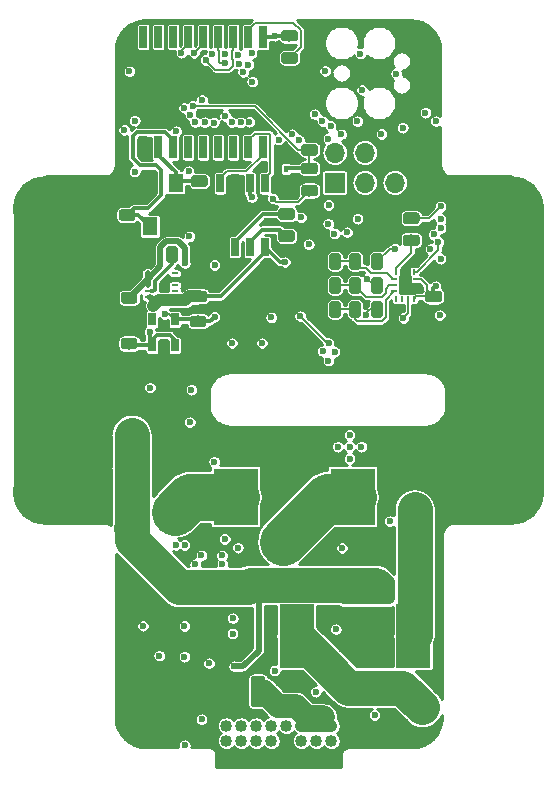
<source format=gbr>
G04 #@! TF.GenerationSoftware,KiCad,Pcbnew,(5.1.4)-1*
G04 #@! TF.CreationDate,2020-08-10T08:42:24-07:00*
G04 #@! TF.ProjectId,SkateLightMainBoard,536b6174-654c-4696-9768-744d61696e42,rev?*
G04 #@! TF.SameCoordinates,Original*
G04 #@! TF.FileFunction,Copper,L4,Bot*
G04 #@! TF.FilePolarity,Positive*
%FSLAX46Y46*%
G04 Gerber Fmt 4.6, Leading zero omitted, Abs format (unit mm)*
G04 Created by KiCad (PCBNEW (5.1.4)-1) date 2020-08-10 08:42:24*
%MOMM*%
%LPD*%
G04 APERTURE LIST*
%ADD10R,0.650000X1.850000*%
%ADD11R,2.900000X5.400000*%
%ADD12R,3.800000X4.800000*%
%ADD13R,0.475000X0.250000*%
%ADD14R,0.250000X0.475000*%
%ADD15C,1.016000*%
%ADD16C,0.100000*%
%ADD17C,0.975000*%
%ADD18C,1.250000*%
%ADD19R,0.600000X0.250000*%
%ADD20C,4.318000*%
%ADD21C,5.588000*%
%ADD22R,5.588000X29.591000*%
%ADD23R,2.794000X24.003000*%
%ADD24R,0.450000X0.600000*%
%ADD25R,0.650000X1.500000*%
%ADD26R,0.650000X1.060000*%
%ADD27R,1.250000X1.600000*%
%ADD28R,1.700000X1.700000*%
%ADD29O,1.700000X1.700000*%
%ADD30C,0.600000*%
%ADD31C,3.000000*%
%ADD32C,1.000000*%
%ADD33C,0.500000*%
%ADD34C,0.152400*%
%ADD35C,0.350000*%
%ADD36C,0.200000*%
%ADD37C,2.000000*%
%ADD38C,4.000000*%
%ADD39C,0.300000*%
%ADD40C,0.254000*%
G04 APERTURE END LIST*
D10*
X-1313180Y15337660D03*
X-2583180Y15337660D03*
X-3853180Y15337660D03*
X-5123180Y15337660D03*
X-6393180Y15337660D03*
X-7663180Y15337660D03*
X-8933180Y15337660D03*
X-10203180Y15337660D03*
X-11473180Y15337660D03*
X-11473180Y24687660D03*
X-10203180Y24687660D03*
X-8933180Y24687660D03*
X-7663180Y24687660D03*
X-6393180Y24687660D03*
X-5123180Y24687660D03*
X-3853180Y24687660D03*
X-2583180Y24687660D03*
X-1313180Y24687660D03*
D11*
X1501600Y-26035000D03*
X11401600Y-26035000D03*
D12*
X-3657140Y-14224000D03*
X6242860Y-14224000D03*
D13*
X9771540Y4160720D03*
X9771540Y3660720D03*
X9771540Y3160720D03*
D14*
X9934040Y2498220D03*
X10434040Y2498220D03*
X10934040Y2498220D03*
X11434040Y2498220D03*
D13*
X11596540Y3160720D03*
X11596540Y3660720D03*
X11596540Y4160720D03*
D14*
X11434040Y4823220D03*
X10934040Y4823220D03*
X10434040Y4823220D03*
X9934040Y4823220D03*
D15*
X-4445000Y-33613000D03*
X-4445000Y-34883000D03*
X-3175000Y-33613000D03*
X-3175000Y-34883000D03*
X-1905000Y-33613000D03*
X-1905000Y-34883000D03*
X-635000Y-33613000D03*
X-635000Y-34883000D03*
X635000Y-33613000D03*
X635000Y-34883000D03*
X1905000Y-33613000D03*
X1905000Y-34883000D03*
X3175000Y-33613000D03*
X3175000Y-34883000D03*
X4445000Y-33613000D03*
X4445000Y-34883000D03*
D16*
G36*
X13577182Y5084546D02*
G01*
X13600843Y5081036D01*
X13624047Y5075224D01*
X13646569Y5067166D01*
X13668193Y5056938D01*
X13688710Y5044641D01*
X13707923Y5030391D01*
X13725647Y5014327D01*
X13741711Y4996603D01*
X13755961Y4977390D01*
X13768258Y4956873D01*
X13778486Y4935249D01*
X13786544Y4912727D01*
X13792356Y4889523D01*
X13795866Y4865862D01*
X13797040Y4841970D01*
X13797040Y4354470D01*
X13795866Y4330578D01*
X13792356Y4306917D01*
X13786544Y4283713D01*
X13778486Y4261191D01*
X13768258Y4239567D01*
X13755961Y4219050D01*
X13741711Y4199837D01*
X13725647Y4182113D01*
X13707923Y4166049D01*
X13688710Y4151799D01*
X13668193Y4139502D01*
X13646569Y4129274D01*
X13624047Y4121216D01*
X13600843Y4115404D01*
X13577182Y4111894D01*
X13553290Y4110720D01*
X12640790Y4110720D01*
X12616898Y4111894D01*
X12593237Y4115404D01*
X12570033Y4121216D01*
X12547511Y4129274D01*
X12525887Y4139502D01*
X12505370Y4151799D01*
X12486157Y4166049D01*
X12468433Y4182113D01*
X12452369Y4199837D01*
X12438119Y4219050D01*
X12425822Y4239567D01*
X12415594Y4261191D01*
X12407536Y4283713D01*
X12401724Y4306917D01*
X12398214Y4330578D01*
X12397040Y4354470D01*
X12397040Y4841970D01*
X12398214Y4865862D01*
X12401724Y4889523D01*
X12407536Y4912727D01*
X12415594Y4935249D01*
X12425822Y4956873D01*
X12438119Y4977390D01*
X12452369Y4996603D01*
X12468433Y5014327D01*
X12486157Y5030391D01*
X12505370Y5044641D01*
X12525887Y5056938D01*
X12547511Y5067166D01*
X12570033Y5075224D01*
X12593237Y5081036D01*
X12616898Y5084546D01*
X12640790Y5085720D01*
X13553290Y5085720D01*
X13577182Y5084546D01*
X13577182Y5084546D01*
G37*
D17*
X13097040Y4598220D03*
D16*
G36*
X13577182Y3209546D02*
G01*
X13600843Y3206036D01*
X13624047Y3200224D01*
X13646569Y3192166D01*
X13668193Y3181938D01*
X13688710Y3169641D01*
X13707923Y3155391D01*
X13725647Y3139327D01*
X13741711Y3121603D01*
X13755961Y3102390D01*
X13768258Y3081873D01*
X13778486Y3060249D01*
X13786544Y3037727D01*
X13792356Y3014523D01*
X13795866Y2990862D01*
X13797040Y2966970D01*
X13797040Y2479470D01*
X13795866Y2455578D01*
X13792356Y2431917D01*
X13786544Y2408713D01*
X13778486Y2386191D01*
X13768258Y2364567D01*
X13755961Y2344050D01*
X13741711Y2324837D01*
X13725647Y2307113D01*
X13707923Y2291049D01*
X13688710Y2276799D01*
X13668193Y2264502D01*
X13646569Y2254274D01*
X13624047Y2246216D01*
X13600843Y2240404D01*
X13577182Y2236894D01*
X13553290Y2235720D01*
X12640790Y2235720D01*
X12616898Y2236894D01*
X12593237Y2240404D01*
X12570033Y2246216D01*
X12547511Y2254274D01*
X12525887Y2264502D01*
X12505370Y2276799D01*
X12486157Y2291049D01*
X12468433Y2307113D01*
X12452369Y2324837D01*
X12438119Y2344050D01*
X12425822Y2364567D01*
X12415594Y2386191D01*
X12407536Y2408713D01*
X12401724Y2431917D01*
X12398214Y2455578D01*
X12397040Y2479470D01*
X12397040Y2966970D01*
X12398214Y2990862D01*
X12401724Y3014523D01*
X12407536Y3037727D01*
X12415594Y3060249D01*
X12425822Y3081873D01*
X12438119Y3102390D01*
X12452369Y3121603D01*
X12468433Y3139327D01*
X12486157Y3155391D01*
X12505370Y3169641D01*
X12525887Y3181938D01*
X12547511Y3192166D01*
X12570033Y3200224D01*
X12593237Y3206036D01*
X12616898Y3209546D01*
X12640790Y3210720D01*
X13553290Y3210720D01*
X13577182Y3209546D01*
X13577182Y3209546D01*
G37*
D17*
X13097040Y2723220D03*
D16*
G36*
X-9323156Y-9110524D02*
G01*
X-9298887Y-9114124D01*
X-9275089Y-9120085D01*
X-9251989Y-9128350D01*
X-9229811Y-9138840D01*
X-9208767Y-9151453D01*
X-9189062Y-9166067D01*
X-9170883Y-9182543D01*
X-9154407Y-9200722D01*
X-9139793Y-9220427D01*
X-9127180Y-9241471D01*
X-9116690Y-9263649D01*
X-9108425Y-9286749D01*
X-9102464Y-9310547D01*
X-9098864Y-9334816D01*
X-9097660Y-9359320D01*
X-9097660Y-11509320D01*
X-9098864Y-11533824D01*
X-9102464Y-11558093D01*
X-9108425Y-11581891D01*
X-9116690Y-11604991D01*
X-9127180Y-11627169D01*
X-9139793Y-11648213D01*
X-9154407Y-11667918D01*
X-9170883Y-11686097D01*
X-9189062Y-11702573D01*
X-9208767Y-11717187D01*
X-9229811Y-11729800D01*
X-9251989Y-11740290D01*
X-9275089Y-11748555D01*
X-9298887Y-11754516D01*
X-9323156Y-11758116D01*
X-9347660Y-11759320D01*
X-10097660Y-11759320D01*
X-10122164Y-11758116D01*
X-10146433Y-11754516D01*
X-10170231Y-11748555D01*
X-10193331Y-11740290D01*
X-10215509Y-11729800D01*
X-10236553Y-11717187D01*
X-10256258Y-11702573D01*
X-10274437Y-11686097D01*
X-10290913Y-11667918D01*
X-10305527Y-11648213D01*
X-10318140Y-11627169D01*
X-10328630Y-11604991D01*
X-10336895Y-11581891D01*
X-10342856Y-11558093D01*
X-10346456Y-11533824D01*
X-10347660Y-11509320D01*
X-10347660Y-9359320D01*
X-10346456Y-9334816D01*
X-10342856Y-9310547D01*
X-10336895Y-9286749D01*
X-10328630Y-9263649D01*
X-10318140Y-9241471D01*
X-10305527Y-9220427D01*
X-10290913Y-9200722D01*
X-10274437Y-9182543D01*
X-10256258Y-9166067D01*
X-10236553Y-9151453D01*
X-10215509Y-9138840D01*
X-10193331Y-9128350D01*
X-10170231Y-9120085D01*
X-10146433Y-9114124D01*
X-10122164Y-9110524D01*
X-10097660Y-9109320D01*
X-9347660Y-9109320D01*
X-9323156Y-9110524D01*
X-9323156Y-9110524D01*
G37*
D18*
X-9722660Y-10434320D03*
D16*
G36*
X-12123156Y-9110524D02*
G01*
X-12098887Y-9114124D01*
X-12075089Y-9120085D01*
X-12051989Y-9128350D01*
X-12029811Y-9138840D01*
X-12008767Y-9151453D01*
X-11989062Y-9166067D01*
X-11970883Y-9182543D01*
X-11954407Y-9200722D01*
X-11939793Y-9220427D01*
X-11927180Y-9241471D01*
X-11916690Y-9263649D01*
X-11908425Y-9286749D01*
X-11902464Y-9310547D01*
X-11898864Y-9334816D01*
X-11897660Y-9359320D01*
X-11897660Y-11509320D01*
X-11898864Y-11533824D01*
X-11902464Y-11558093D01*
X-11908425Y-11581891D01*
X-11916690Y-11604991D01*
X-11927180Y-11627169D01*
X-11939793Y-11648213D01*
X-11954407Y-11667918D01*
X-11970883Y-11686097D01*
X-11989062Y-11702573D01*
X-12008767Y-11717187D01*
X-12029811Y-11729800D01*
X-12051989Y-11740290D01*
X-12075089Y-11748555D01*
X-12098887Y-11754516D01*
X-12123156Y-11758116D01*
X-12147660Y-11759320D01*
X-12897660Y-11759320D01*
X-12922164Y-11758116D01*
X-12946433Y-11754516D01*
X-12970231Y-11748555D01*
X-12993331Y-11740290D01*
X-13015509Y-11729800D01*
X-13036553Y-11717187D01*
X-13056258Y-11702573D01*
X-13074437Y-11686097D01*
X-13090913Y-11667918D01*
X-13105527Y-11648213D01*
X-13118140Y-11627169D01*
X-13128630Y-11604991D01*
X-13136895Y-11581891D01*
X-13142856Y-11558093D01*
X-13146456Y-11533824D01*
X-13147660Y-11509320D01*
X-13147660Y-9359320D01*
X-13146456Y-9334816D01*
X-13142856Y-9310547D01*
X-13136895Y-9286749D01*
X-13128630Y-9263649D01*
X-13118140Y-9241471D01*
X-13105527Y-9220427D01*
X-13090913Y-9200722D01*
X-13074437Y-9182543D01*
X-13056258Y-9166067D01*
X-13036553Y-9151453D01*
X-13015509Y-9138840D01*
X-12993331Y-9128350D01*
X-12970231Y-9120085D01*
X-12946433Y-9114124D01*
X-12922164Y-9110524D01*
X-12897660Y-9109320D01*
X-12147660Y-9109320D01*
X-12123156Y-9110524D01*
X-12123156Y-9110524D01*
G37*
D18*
X-12522660Y-10434320D03*
D16*
G36*
X-4157716Y-29397504D02*
G01*
X-4133447Y-29401104D01*
X-4109649Y-29407065D01*
X-4086549Y-29415330D01*
X-4064371Y-29425820D01*
X-4043327Y-29438433D01*
X-4023622Y-29453047D01*
X-4005443Y-29469523D01*
X-3988967Y-29487702D01*
X-3974353Y-29507407D01*
X-3961740Y-29528451D01*
X-3951250Y-29550629D01*
X-3942985Y-29573729D01*
X-3937024Y-29597527D01*
X-3933424Y-29621796D01*
X-3932220Y-29646300D01*
X-3932220Y-31796300D01*
X-3933424Y-31820804D01*
X-3937024Y-31845073D01*
X-3942985Y-31868871D01*
X-3951250Y-31891971D01*
X-3961740Y-31914149D01*
X-3974353Y-31935193D01*
X-3988967Y-31954898D01*
X-4005443Y-31973077D01*
X-4023622Y-31989553D01*
X-4043327Y-32004167D01*
X-4064371Y-32016780D01*
X-4086549Y-32027270D01*
X-4109649Y-32035535D01*
X-4133447Y-32041496D01*
X-4157716Y-32045096D01*
X-4182220Y-32046300D01*
X-4932220Y-32046300D01*
X-4956724Y-32045096D01*
X-4980993Y-32041496D01*
X-5004791Y-32035535D01*
X-5027891Y-32027270D01*
X-5050069Y-32016780D01*
X-5071113Y-32004167D01*
X-5090818Y-31989553D01*
X-5108997Y-31973077D01*
X-5125473Y-31954898D01*
X-5140087Y-31935193D01*
X-5152700Y-31914149D01*
X-5163190Y-31891971D01*
X-5171455Y-31868871D01*
X-5177416Y-31845073D01*
X-5181016Y-31820804D01*
X-5182220Y-31796300D01*
X-5182220Y-29646300D01*
X-5181016Y-29621796D01*
X-5177416Y-29597527D01*
X-5171455Y-29573729D01*
X-5163190Y-29550629D01*
X-5152700Y-29528451D01*
X-5140087Y-29507407D01*
X-5125473Y-29487702D01*
X-5108997Y-29469523D01*
X-5090818Y-29453047D01*
X-5071113Y-29438433D01*
X-5050069Y-29425820D01*
X-5027891Y-29415330D01*
X-5004791Y-29407065D01*
X-4980993Y-29401104D01*
X-4956724Y-29397504D01*
X-4932220Y-29396300D01*
X-4182220Y-29396300D01*
X-4157716Y-29397504D01*
X-4157716Y-29397504D01*
G37*
D18*
X-4557220Y-30721300D03*
D16*
G36*
X-1357716Y-29397504D02*
G01*
X-1333447Y-29401104D01*
X-1309649Y-29407065D01*
X-1286549Y-29415330D01*
X-1264371Y-29425820D01*
X-1243327Y-29438433D01*
X-1223622Y-29453047D01*
X-1205443Y-29469523D01*
X-1188967Y-29487702D01*
X-1174353Y-29507407D01*
X-1161740Y-29528451D01*
X-1151250Y-29550629D01*
X-1142985Y-29573729D01*
X-1137024Y-29597527D01*
X-1133424Y-29621796D01*
X-1132220Y-29646300D01*
X-1132220Y-31796300D01*
X-1133424Y-31820804D01*
X-1137024Y-31845073D01*
X-1142985Y-31868871D01*
X-1151250Y-31891971D01*
X-1161740Y-31914149D01*
X-1174353Y-31935193D01*
X-1188967Y-31954898D01*
X-1205443Y-31973077D01*
X-1223622Y-31989553D01*
X-1243327Y-32004167D01*
X-1264371Y-32016780D01*
X-1286549Y-32027270D01*
X-1309649Y-32035535D01*
X-1333447Y-32041496D01*
X-1357716Y-32045096D01*
X-1382220Y-32046300D01*
X-2132220Y-32046300D01*
X-2156724Y-32045096D01*
X-2180993Y-32041496D01*
X-2204791Y-32035535D01*
X-2227891Y-32027270D01*
X-2250069Y-32016780D01*
X-2271113Y-32004167D01*
X-2290818Y-31989553D01*
X-2308997Y-31973077D01*
X-2325473Y-31954898D01*
X-2340087Y-31935193D01*
X-2352700Y-31914149D01*
X-2363190Y-31891971D01*
X-2371455Y-31868871D01*
X-2377416Y-31845073D01*
X-2381016Y-31820804D01*
X-2382220Y-31796300D01*
X-2382220Y-29646300D01*
X-2381016Y-29621796D01*
X-2377416Y-29597527D01*
X-2371455Y-29573729D01*
X-2363190Y-29550629D01*
X-2352700Y-29528451D01*
X-2340087Y-29507407D01*
X-2325473Y-29487702D01*
X-2308997Y-29469523D01*
X-2290818Y-29453047D01*
X-2271113Y-29438433D01*
X-2250069Y-29425820D01*
X-2227891Y-29415330D01*
X-2204791Y-29407065D01*
X-2180993Y-29401104D01*
X-2156724Y-29397504D01*
X-2132220Y-29396300D01*
X-1382220Y-29396300D01*
X-1357716Y-29397504D01*
X-1357716Y-29397504D01*
G37*
D18*
X-1757220Y-30721300D03*
D16*
G36*
X1130142Y10193826D02*
G01*
X1153803Y10190316D01*
X1177007Y10184504D01*
X1199529Y10176446D01*
X1221153Y10166218D01*
X1241670Y10153921D01*
X1260883Y10139671D01*
X1278607Y10123607D01*
X1294671Y10105883D01*
X1308921Y10086670D01*
X1321218Y10066153D01*
X1331446Y10044529D01*
X1339504Y10022007D01*
X1345316Y9998803D01*
X1348826Y9975142D01*
X1350000Y9951250D01*
X1350000Y9463750D01*
X1348826Y9439858D01*
X1345316Y9416197D01*
X1339504Y9392993D01*
X1331446Y9370471D01*
X1321218Y9348847D01*
X1308921Y9328330D01*
X1294671Y9309117D01*
X1278607Y9291393D01*
X1260883Y9275329D01*
X1241670Y9261079D01*
X1221153Y9248782D01*
X1199529Y9238554D01*
X1177007Y9230496D01*
X1153803Y9224684D01*
X1130142Y9221174D01*
X1106250Y9220000D01*
X193750Y9220000D01*
X169858Y9221174D01*
X146197Y9224684D01*
X122993Y9230496D01*
X100471Y9238554D01*
X78847Y9248782D01*
X58330Y9261079D01*
X39117Y9275329D01*
X21393Y9291393D01*
X5329Y9309117D01*
X-8921Y9328330D01*
X-21218Y9348847D01*
X-31446Y9370471D01*
X-39504Y9392993D01*
X-45316Y9416197D01*
X-48826Y9439858D01*
X-50000Y9463750D01*
X-50000Y9951250D01*
X-48826Y9975142D01*
X-45316Y9998803D01*
X-39504Y10022007D01*
X-31446Y10044529D01*
X-21218Y10066153D01*
X-8921Y10086670D01*
X5329Y10105883D01*
X21393Y10123607D01*
X39117Y10139671D01*
X58330Y10153921D01*
X78847Y10166218D01*
X100471Y10176446D01*
X122993Y10184504D01*
X146197Y10190316D01*
X169858Y10193826D01*
X193750Y10195000D01*
X1106250Y10195000D01*
X1130142Y10193826D01*
X1130142Y10193826D01*
G37*
D17*
X650000Y9707500D03*
D16*
G36*
X1130142Y8318826D02*
G01*
X1153803Y8315316D01*
X1177007Y8309504D01*
X1199529Y8301446D01*
X1221153Y8291218D01*
X1241670Y8278921D01*
X1260883Y8264671D01*
X1278607Y8248607D01*
X1294671Y8230883D01*
X1308921Y8211670D01*
X1321218Y8191153D01*
X1331446Y8169529D01*
X1339504Y8147007D01*
X1345316Y8123803D01*
X1348826Y8100142D01*
X1350000Y8076250D01*
X1350000Y7588750D01*
X1348826Y7564858D01*
X1345316Y7541197D01*
X1339504Y7517993D01*
X1331446Y7495471D01*
X1321218Y7473847D01*
X1308921Y7453330D01*
X1294671Y7434117D01*
X1278607Y7416393D01*
X1260883Y7400329D01*
X1241670Y7386079D01*
X1221153Y7373782D01*
X1199529Y7363554D01*
X1177007Y7355496D01*
X1153803Y7349684D01*
X1130142Y7346174D01*
X1106250Y7345000D01*
X193750Y7345000D01*
X169858Y7346174D01*
X146197Y7349684D01*
X122993Y7355496D01*
X100471Y7363554D01*
X78847Y7373782D01*
X58330Y7386079D01*
X39117Y7400329D01*
X21393Y7416393D01*
X5329Y7434117D01*
X-8921Y7453330D01*
X-21218Y7473847D01*
X-31446Y7495471D01*
X-39504Y7517993D01*
X-45316Y7541197D01*
X-48826Y7564858D01*
X-50000Y7588750D01*
X-50000Y8076250D01*
X-48826Y8100142D01*
X-45316Y8123803D01*
X-39504Y8147007D01*
X-31446Y8169529D01*
X-21218Y8191153D01*
X-8921Y8211670D01*
X5329Y8230883D01*
X21393Y8248607D01*
X39117Y8264671D01*
X58330Y8278921D01*
X78847Y8291218D01*
X100471Y8301446D01*
X122993Y8309504D01*
X146197Y8315316D01*
X169858Y8318826D01*
X193750Y8320000D01*
X1106250Y8320000D01*
X1130142Y8318826D01*
X1130142Y8318826D01*
G37*
D17*
X650000Y7832500D03*
D16*
G36*
X-12189858Y3098826D02*
G01*
X-12166197Y3095316D01*
X-12142993Y3089504D01*
X-12120471Y3081446D01*
X-12098847Y3071218D01*
X-12078330Y3058921D01*
X-12059117Y3044671D01*
X-12041393Y3028607D01*
X-12025329Y3010883D01*
X-12011079Y2991670D01*
X-11998782Y2971153D01*
X-11988554Y2949529D01*
X-11980496Y2927007D01*
X-11974684Y2903803D01*
X-11971174Y2880142D01*
X-11970000Y2856250D01*
X-11970000Y2368750D01*
X-11971174Y2344858D01*
X-11974684Y2321197D01*
X-11980496Y2297993D01*
X-11988554Y2275471D01*
X-11998782Y2253847D01*
X-12011079Y2233330D01*
X-12025329Y2214117D01*
X-12041393Y2196393D01*
X-12059117Y2180329D01*
X-12078330Y2166079D01*
X-12098847Y2153782D01*
X-12120471Y2143554D01*
X-12142993Y2135496D01*
X-12166197Y2129684D01*
X-12189858Y2126174D01*
X-12213750Y2125000D01*
X-13126250Y2125000D01*
X-13150142Y2126174D01*
X-13173803Y2129684D01*
X-13197007Y2135496D01*
X-13219529Y2143554D01*
X-13241153Y2153782D01*
X-13261670Y2166079D01*
X-13280883Y2180329D01*
X-13298607Y2196393D01*
X-13314671Y2214117D01*
X-13328921Y2233330D01*
X-13341218Y2253847D01*
X-13351446Y2275471D01*
X-13359504Y2297993D01*
X-13365316Y2321197D01*
X-13368826Y2344858D01*
X-13370000Y2368750D01*
X-13370000Y2856250D01*
X-13368826Y2880142D01*
X-13365316Y2903803D01*
X-13359504Y2927007D01*
X-13351446Y2949529D01*
X-13341218Y2971153D01*
X-13328921Y2991670D01*
X-13314671Y3010883D01*
X-13298607Y3028607D01*
X-13280883Y3044671D01*
X-13261670Y3058921D01*
X-13241153Y3071218D01*
X-13219529Y3081446D01*
X-13197007Y3089504D01*
X-13173803Y3095316D01*
X-13150142Y3098826D01*
X-13126250Y3100000D01*
X-12213750Y3100000D01*
X-12189858Y3098826D01*
X-12189858Y3098826D01*
G37*
D17*
X-12670000Y2612500D03*
D16*
G36*
X-12189858Y4973826D02*
G01*
X-12166197Y4970316D01*
X-12142993Y4964504D01*
X-12120471Y4956446D01*
X-12098847Y4946218D01*
X-12078330Y4933921D01*
X-12059117Y4919671D01*
X-12041393Y4903607D01*
X-12025329Y4885883D01*
X-12011079Y4866670D01*
X-11998782Y4846153D01*
X-11988554Y4824529D01*
X-11980496Y4802007D01*
X-11974684Y4778803D01*
X-11971174Y4755142D01*
X-11970000Y4731250D01*
X-11970000Y4243750D01*
X-11971174Y4219858D01*
X-11974684Y4196197D01*
X-11980496Y4172993D01*
X-11988554Y4150471D01*
X-11998782Y4128847D01*
X-12011079Y4108330D01*
X-12025329Y4089117D01*
X-12041393Y4071393D01*
X-12059117Y4055329D01*
X-12078330Y4041079D01*
X-12098847Y4028782D01*
X-12120471Y4018554D01*
X-12142993Y4010496D01*
X-12166197Y4004684D01*
X-12189858Y4001174D01*
X-12213750Y4000000D01*
X-13126250Y4000000D01*
X-13150142Y4001174D01*
X-13173803Y4004684D01*
X-13197007Y4010496D01*
X-13219529Y4018554D01*
X-13241153Y4028782D01*
X-13261670Y4041079D01*
X-13280883Y4055329D01*
X-13298607Y4071393D01*
X-13314671Y4089117D01*
X-13328921Y4108330D01*
X-13341218Y4128847D01*
X-13351446Y4150471D01*
X-13359504Y4172993D01*
X-13365316Y4196197D01*
X-13368826Y4219858D01*
X-13370000Y4243750D01*
X-13370000Y4731250D01*
X-13368826Y4755142D01*
X-13365316Y4778803D01*
X-13359504Y4802007D01*
X-13351446Y4824529D01*
X-13341218Y4846153D01*
X-13328921Y4866670D01*
X-13314671Y4885883D01*
X-13298607Y4903607D01*
X-13280883Y4919671D01*
X-13261670Y4933921D01*
X-13241153Y4946218D01*
X-13219529Y4956446D01*
X-13197007Y4964504D01*
X-13173803Y4970316D01*
X-13150142Y4973826D01*
X-13126250Y4975000D01*
X-12213750Y4975000D01*
X-12189858Y4973826D01*
X-12189858Y4973826D01*
G37*
D17*
X-12670000Y4487500D03*
D16*
G36*
X-6299858Y3218826D02*
G01*
X-6276197Y3215316D01*
X-6252993Y3209504D01*
X-6230471Y3201446D01*
X-6208847Y3191218D01*
X-6188330Y3178921D01*
X-6169117Y3164671D01*
X-6151393Y3148607D01*
X-6135329Y3130883D01*
X-6121079Y3111670D01*
X-6108782Y3091153D01*
X-6098554Y3069529D01*
X-6090496Y3047007D01*
X-6084684Y3023803D01*
X-6081174Y3000142D01*
X-6080000Y2976250D01*
X-6080000Y2488750D01*
X-6081174Y2464858D01*
X-6084684Y2441197D01*
X-6090496Y2417993D01*
X-6098554Y2395471D01*
X-6108782Y2373847D01*
X-6121079Y2353330D01*
X-6135329Y2334117D01*
X-6151393Y2316393D01*
X-6169117Y2300329D01*
X-6188330Y2286079D01*
X-6208847Y2273782D01*
X-6230471Y2263554D01*
X-6252993Y2255496D01*
X-6276197Y2249684D01*
X-6299858Y2246174D01*
X-6323750Y2245000D01*
X-7236250Y2245000D01*
X-7260142Y2246174D01*
X-7283803Y2249684D01*
X-7307007Y2255496D01*
X-7329529Y2263554D01*
X-7351153Y2273782D01*
X-7371670Y2286079D01*
X-7390883Y2300329D01*
X-7408607Y2316393D01*
X-7424671Y2334117D01*
X-7438921Y2353330D01*
X-7451218Y2373847D01*
X-7461446Y2395471D01*
X-7469504Y2417993D01*
X-7475316Y2441197D01*
X-7478826Y2464858D01*
X-7480000Y2488750D01*
X-7480000Y2976250D01*
X-7478826Y3000142D01*
X-7475316Y3023803D01*
X-7469504Y3047007D01*
X-7461446Y3069529D01*
X-7451218Y3091153D01*
X-7438921Y3111670D01*
X-7424671Y3130883D01*
X-7408607Y3148607D01*
X-7390883Y3164671D01*
X-7371670Y3178921D01*
X-7351153Y3191218D01*
X-7329529Y3201446D01*
X-7307007Y3209504D01*
X-7283803Y3215316D01*
X-7260142Y3218826D01*
X-7236250Y3220000D01*
X-6323750Y3220000D01*
X-6299858Y3218826D01*
X-6299858Y3218826D01*
G37*
D17*
X-6780000Y2732500D03*
D16*
G36*
X-6299858Y5093826D02*
G01*
X-6276197Y5090316D01*
X-6252993Y5084504D01*
X-6230471Y5076446D01*
X-6208847Y5066218D01*
X-6188330Y5053921D01*
X-6169117Y5039671D01*
X-6151393Y5023607D01*
X-6135329Y5005883D01*
X-6121079Y4986670D01*
X-6108782Y4966153D01*
X-6098554Y4944529D01*
X-6090496Y4922007D01*
X-6084684Y4898803D01*
X-6081174Y4875142D01*
X-6080000Y4851250D01*
X-6080000Y4363750D01*
X-6081174Y4339858D01*
X-6084684Y4316197D01*
X-6090496Y4292993D01*
X-6098554Y4270471D01*
X-6108782Y4248847D01*
X-6121079Y4228330D01*
X-6135329Y4209117D01*
X-6151393Y4191393D01*
X-6169117Y4175329D01*
X-6188330Y4161079D01*
X-6208847Y4148782D01*
X-6230471Y4138554D01*
X-6252993Y4130496D01*
X-6276197Y4124684D01*
X-6299858Y4121174D01*
X-6323750Y4120000D01*
X-7236250Y4120000D01*
X-7260142Y4121174D01*
X-7283803Y4124684D01*
X-7307007Y4130496D01*
X-7329529Y4138554D01*
X-7351153Y4148782D01*
X-7371670Y4161079D01*
X-7390883Y4175329D01*
X-7408607Y4191393D01*
X-7424671Y4209117D01*
X-7438921Y4228330D01*
X-7451218Y4248847D01*
X-7461446Y4270471D01*
X-7469504Y4292993D01*
X-7475316Y4316197D01*
X-7478826Y4339858D01*
X-7480000Y4363750D01*
X-7480000Y4851250D01*
X-7478826Y4875142D01*
X-7475316Y4898803D01*
X-7469504Y4922007D01*
X-7461446Y4944529D01*
X-7451218Y4966153D01*
X-7438921Y4986670D01*
X-7424671Y5005883D01*
X-7408607Y5023607D01*
X-7390883Y5039671D01*
X-7371670Y5053921D01*
X-7351153Y5066218D01*
X-7329529Y5076446D01*
X-7307007Y5084504D01*
X-7283803Y5090316D01*
X-7260142Y5093826D01*
X-7236250Y5095000D01*
X-6323750Y5095000D01*
X-6299858Y5093826D01*
X-6299858Y5093826D01*
G37*
D17*
X-6780000Y4607500D03*
D16*
G36*
X-10639858Y6978826D02*
G01*
X-10616197Y6975316D01*
X-10592993Y6969504D01*
X-10570471Y6961446D01*
X-10548847Y6951218D01*
X-10528330Y6938921D01*
X-10509117Y6924671D01*
X-10491393Y6908607D01*
X-10475329Y6890883D01*
X-10461079Y6871670D01*
X-10448782Y6851153D01*
X-10438554Y6829529D01*
X-10430496Y6807007D01*
X-10424684Y6783803D01*
X-10421174Y6760142D01*
X-10420000Y6736250D01*
X-10420000Y5823750D01*
X-10421174Y5799858D01*
X-10424684Y5776197D01*
X-10430496Y5752993D01*
X-10438554Y5730471D01*
X-10448782Y5708847D01*
X-10461079Y5688330D01*
X-10475329Y5669117D01*
X-10491393Y5651393D01*
X-10509117Y5635329D01*
X-10528330Y5621079D01*
X-10548847Y5608782D01*
X-10570471Y5598554D01*
X-10592993Y5590496D01*
X-10616197Y5584684D01*
X-10639858Y5581174D01*
X-10663750Y5580000D01*
X-11151250Y5580000D01*
X-11175142Y5581174D01*
X-11198803Y5584684D01*
X-11222007Y5590496D01*
X-11244529Y5598554D01*
X-11266153Y5608782D01*
X-11286670Y5621079D01*
X-11305883Y5635329D01*
X-11323607Y5651393D01*
X-11339671Y5669117D01*
X-11353921Y5688330D01*
X-11366218Y5708847D01*
X-11376446Y5730471D01*
X-11384504Y5752993D01*
X-11390316Y5776197D01*
X-11393826Y5799858D01*
X-11395000Y5823750D01*
X-11395000Y6736250D01*
X-11393826Y6760142D01*
X-11390316Y6783803D01*
X-11384504Y6807007D01*
X-11376446Y6829529D01*
X-11366218Y6851153D01*
X-11353921Y6871670D01*
X-11339671Y6890883D01*
X-11323607Y6908607D01*
X-11305883Y6924671D01*
X-11286670Y6938921D01*
X-11266153Y6951218D01*
X-11244529Y6961446D01*
X-11222007Y6969504D01*
X-11198803Y6975316D01*
X-11175142Y6978826D01*
X-11151250Y6980000D01*
X-10663750Y6980000D01*
X-10639858Y6978826D01*
X-10639858Y6978826D01*
G37*
D17*
X-10907500Y6280000D03*
D16*
G36*
X-8764858Y6978826D02*
G01*
X-8741197Y6975316D01*
X-8717993Y6969504D01*
X-8695471Y6961446D01*
X-8673847Y6951218D01*
X-8653330Y6938921D01*
X-8634117Y6924671D01*
X-8616393Y6908607D01*
X-8600329Y6890883D01*
X-8586079Y6871670D01*
X-8573782Y6851153D01*
X-8563554Y6829529D01*
X-8555496Y6807007D01*
X-8549684Y6783803D01*
X-8546174Y6760142D01*
X-8545000Y6736250D01*
X-8545000Y5823750D01*
X-8546174Y5799858D01*
X-8549684Y5776197D01*
X-8555496Y5752993D01*
X-8563554Y5730471D01*
X-8573782Y5708847D01*
X-8586079Y5688330D01*
X-8600329Y5669117D01*
X-8616393Y5651393D01*
X-8634117Y5635329D01*
X-8653330Y5621079D01*
X-8673847Y5608782D01*
X-8695471Y5598554D01*
X-8717993Y5590496D01*
X-8741197Y5584684D01*
X-8764858Y5581174D01*
X-8788750Y5580000D01*
X-9276250Y5580000D01*
X-9300142Y5581174D01*
X-9323803Y5584684D01*
X-9347007Y5590496D01*
X-9369529Y5598554D01*
X-9391153Y5608782D01*
X-9411670Y5621079D01*
X-9430883Y5635329D01*
X-9448607Y5651393D01*
X-9464671Y5669117D01*
X-9478921Y5688330D01*
X-9491218Y5708847D01*
X-9501446Y5730471D01*
X-9509504Y5752993D01*
X-9515316Y5776197D01*
X-9518826Y5799858D01*
X-9520000Y5823750D01*
X-9520000Y6736250D01*
X-9518826Y6760142D01*
X-9515316Y6783803D01*
X-9509504Y6807007D01*
X-9501446Y6829529D01*
X-9491218Y6851153D01*
X-9478921Y6871670D01*
X-9464671Y6890883D01*
X-9448607Y6908607D01*
X-9430883Y6924671D01*
X-9411670Y6938921D01*
X-9391153Y6951218D01*
X-9369529Y6961446D01*
X-9347007Y6969504D01*
X-9323803Y6975316D01*
X-9300142Y6978826D01*
X-9276250Y6980000D01*
X-8788750Y6980000D01*
X-8764858Y6978826D01*
X-8764858Y6978826D01*
G37*
D17*
X-9032500Y6280000D03*
D19*
X-8806000Y4686000D03*
X-8806000Y4186000D03*
X-8806000Y3686000D03*
X-8806000Y3186000D03*
X-8806000Y2686000D03*
X-11106000Y2686000D03*
X-11106000Y3186000D03*
X-11106000Y3686000D03*
X-11106000Y4186000D03*
X-11106000Y4686000D03*
D20*
X-19685000Y9660000D03*
X-19685000Y-13843000D03*
D21*
X-19685000Y10160000D03*
X-19685000Y-13843000D03*
D22*
X-16954500Y-1841500D03*
D23*
X-21082000Y-1841500D03*
D20*
X19685000Y9660000D03*
X19685000Y-13843000D03*
D21*
X19685000Y10160000D03*
X19685000Y-13843000D03*
D22*
X16954500Y-1841500D03*
D23*
X21082000Y-1841500D03*
D16*
G36*
X3076762Y12175806D02*
G01*
X3100423Y12172296D01*
X3123627Y12166484D01*
X3146149Y12158426D01*
X3167773Y12148198D01*
X3188290Y12135901D01*
X3207503Y12121651D01*
X3225227Y12105587D01*
X3241291Y12087863D01*
X3255541Y12068650D01*
X3267838Y12048133D01*
X3278066Y12026509D01*
X3286124Y12003987D01*
X3291936Y11980783D01*
X3295446Y11957122D01*
X3296620Y11933230D01*
X3296620Y11445730D01*
X3295446Y11421838D01*
X3291936Y11398177D01*
X3286124Y11374973D01*
X3278066Y11352451D01*
X3267838Y11330827D01*
X3255541Y11310310D01*
X3241291Y11291097D01*
X3225227Y11273373D01*
X3207503Y11257309D01*
X3188290Y11243059D01*
X3167773Y11230762D01*
X3146149Y11220534D01*
X3123627Y11212476D01*
X3100423Y11206664D01*
X3076762Y11203154D01*
X3052870Y11201980D01*
X2140370Y11201980D01*
X2116478Y11203154D01*
X2092817Y11206664D01*
X2069613Y11212476D01*
X2047091Y11220534D01*
X2025467Y11230762D01*
X2004950Y11243059D01*
X1985737Y11257309D01*
X1968013Y11273373D01*
X1951949Y11291097D01*
X1937699Y11310310D01*
X1925402Y11330827D01*
X1915174Y11352451D01*
X1907116Y11374973D01*
X1901304Y11398177D01*
X1897794Y11421838D01*
X1896620Y11445730D01*
X1896620Y11933230D01*
X1897794Y11957122D01*
X1901304Y11980783D01*
X1907116Y12003987D01*
X1915174Y12026509D01*
X1925402Y12048133D01*
X1937699Y12068650D01*
X1951949Y12087863D01*
X1968013Y12105587D01*
X1985737Y12121651D01*
X2004950Y12135901D01*
X2025467Y12148198D01*
X2047091Y12158426D01*
X2069613Y12166484D01*
X2092817Y12172296D01*
X2116478Y12175806D01*
X2140370Y12176980D01*
X3052870Y12176980D01*
X3076762Y12175806D01*
X3076762Y12175806D01*
G37*
D17*
X2596620Y11689480D03*
D16*
G36*
X3076762Y14050806D02*
G01*
X3100423Y14047296D01*
X3123627Y14041484D01*
X3146149Y14033426D01*
X3167773Y14023198D01*
X3188290Y14010901D01*
X3207503Y13996651D01*
X3225227Y13980587D01*
X3241291Y13962863D01*
X3255541Y13943650D01*
X3267838Y13923133D01*
X3278066Y13901509D01*
X3286124Y13878987D01*
X3291936Y13855783D01*
X3295446Y13832122D01*
X3296620Y13808230D01*
X3296620Y13320730D01*
X3295446Y13296838D01*
X3291936Y13273177D01*
X3286124Y13249973D01*
X3278066Y13227451D01*
X3267838Y13205827D01*
X3255541Y13185310D01*
X3241291Y13166097D01*
X3225227Y13148373D01*
X3207503Y13132309D01*
X3188290Y13118059D01*
X3167773Y13105762D01*
X3146149Y13095534D01*
X3123627Y13087476D01*
X3100423Y13081664D01*
X3076762Y13078154D01*
X3052870Y13076980D01*
X2140370Y13076980D01*
X2116478Y13078154D01*
X2092817Y13081664D01*
X2069613Y13087476D01*
X2047091Y13095534D01*
X2025467Y13105762D01*
X2004950Y13118059D01*
X1985737Y13132309D01*
X1968013Y13148373D01*
X1951949Y13166097D01*
X1937699Y13185310D01*
X1925402Y13205827D01*
X1915174Y13227451D01*
X1907116Y13249973D01*
X1901304Y13273177D01*
X1897794Y13296838D01*
X1896620Y13320730D01*
X1896620Y13808230D01*
X1897794Y13832122D01*
X1901304Y13855783D01*
X1907116Y13878987D01*
X1915174Y13901509D01*
X1925402Y13923133D01*
X1937699Y13943650D01*
X1951949Y13962863D01*
X1968013Y13980587D01*
X1985737Y13996651D01*
X2004950Y14010901D01*
X2025467Y14023198D01*
X2047091Y14033426D01*
X2069613Y14041484D01*
X2092817Y14047296D01*
X2116478Y14050806D01*
X2140370Y14051980D01*
X3052870Y14051980D01*
X3076762Y14050806D01*
X3076762Y14050806D01*
G37*
D17*
X2596620Y13564480D03*
D16*
G36*
X3076762Y17498306D02*
G01*
X3100423Y17494796D01*
X3123627Y17488984D01*
X3146149Y17480926D01*
X3167773Y17470698D01*
X3188290Y17458401D01*
X3207503Y17444151D01*
X3225227Y17428087D01*
X3241291Y17410363D01*
X3255541Y17391150D01*
X3267838Y17370633D01*
X3278066Y17349009D01*
X3286124Y17326487D01*
X3291936Y17303283D01*
X3295446Y17279622D01*
X3296620Y17255730D01*
X3296620Y16768230D01*
X3295446Y16744338D01*
X3291936Y16720677D01*
X3286124Y16697473D01*
X3278066Y16674951D01*
X3267838Y16653327D01*
X3255541Y16632810D01*
X3241291Y16613597D01*
X3225227Y16595873D01*
X3207503Y16579809D01*
X3188290Y16565559D01*
X3167773Y16553262D01*
X3146149Y16543034D01*
X3123627Y16534976D01*
X3100423Y16529164D01*
X3076762Y16525654D01*
X3052870Y16524480D01*
X2140370Y16524480D01*
X2116478Y16525654D01*
X2092817Y16529164D01*
X2069613Y16534976D01*
X2047091Y16543034D01*
X2025467Y16553262D01*
X2004950Y16565559D01*
X1985737Y16579809D01*
X1968013Y16595873D01*
X1951949Y16613597D01*
X1937699Y16632810D01*
X1925402Y16653327D01*
X1915174Y16674951D01*
X1907116Y16697473D01*
X1901304Y16720677D01*
X1897794Y16744338D01*
X1896620Y16768230D01*
X1896620Y17255730D01*
X1897794Y17279622D01*
X1901304Y17303283D01*
X1907116Y17326487D01*
X1915174Y17349009D01*
X1925402Y17370633D01*
X1937699Y17391150D01*
X1951949Y17410363D01*
X1968013Y17428087D01*
X1985737Y17444151D01*
X2004950Y17458401D01*
X2025467Y17470698D01*
X2047091Y17480926D01*
X2069613Y17488984D01*
X2092817Y17494796D01*
X2116478Y17498306D01*
X2140370Y17499480D01*
X3052870Y17499480D01*
X3076762Y17498306D01*
X3076762Y17498306D01*
G37*
D17*
X2596620Y17011980D03*
D16*
G36*
X3076762Y15623306D02*
G01*
X3100423Y15619796D01*
X3123627Y15613984D01*
X3146149Y15605926D01*
X3167773Y15595698D01*
X3188290Y15583401D01*
X3207503Y15569151D01*
X3225227Y15553087D01*
X3241291Y15535363D01*
X3255541Y15516150D01*
X3267838Y15495633D01*
X3278066Y15474009D01*
X3286124Y15451487D01*
X3291936Y15428283D01*
X3295446Y15404622D01*
X3296620Y15380730D01*
X3296620Y14893230D01*
X3295446Y14869338D01*
X3291936Y14845677D01*
X3286124Y14822473D01*
X3278066Y14799951D01*
X3267838Y14778327D01*
X3255541Y14757810D01*
X3241291Y14738597D01*
X3225227Y14720873D01*
X3207503Y14704809D01*
X3188290Y14690559D01*
X3167773Y14678262D01*
X3146149Y14668034D01*
X3123627Y14659976D01*
X3100423Y14654164D01*
X3076762Y14650654D01*
X3052870Y14649480D01*
X2140370Y14649480D01*
X2116478Y14650654D01*
X2092817Y14654164D01*
X2069613Y14659976D01*
X2047091Y14668034D01*
X2025467Y14678262D01*
X2004950Y14690559D01*
X1985737Y14704809D01*
X1968013Y14720873D01*
X1951949Y14738597D01*
X1937699Y14757810D01*
X1925402Y14778327D01*
X1915174Y14799951D01*
X1907116Y14822473D01*
X1901304Y14845677D01*
X1897794Y14869338D01*
X1896620Y14893230D01*
X1896620Y15380730D01*
X1897794Y15404622D01*
X1901304Y15428283D01*
X1907116Y15451487D01*
X1915174Y15474009D01*
X1925402Y15495633D01*
X1937699Y15516150D01*
X1951949Y15535363D01*
X1968013Y15553087D01*
X1985737Y15569151D01*
X2004950Y15583401D01*
X2025467Y15595698D01*
X2047091Y15605926D01*
X2069613Y15613984D01*
X2092817Y15619796D01*
X2116478Y15623306D01*
X2140370Y15624480D01*
X3052870Y15624480D01*
X3076762Y15623306D01*
X3076762Y15623306D01*
G37*
D17*
X2596620Y15136980D03*
D24*
X616620Y13514480D03*
X616620Y11414480D03*
D16*
G36*
X-6354858Y-780754D02*
G01*
X-6331197Y-784264D01*
X-6307993Y-790076D01*
X-6285471Y-798134D01*
X-6263847Y-808362D01*
X-6243330Y-820659D01*
X-6224117Y-834909D01*
X-6206393Y-850973D01*
X-6190329Y-868697D01*
X-6176079Y-887910D01*
X-6163782Y-908427D01*
X-6153554Y-930051D01*
X-6145496Y-952573D01*
X-6139684Y-975777D01*
X-6136174Y-999438D01*
X-6135000Y-1023330D01*
X-6135000Y-1510830D01*
X-6136174Y-1534722D01*
X-6139684Y-1558383D01*
X-6145496Y-1581587D01*
X-6153554Y-1604109D01*
X-6163782Y-1625733D01*
X-6176079Y-1646250D01*
X-6190329Y-1665463D01*
X-6206393Y-1683187D01*
X-6224117Y-1699251D01*
X-6243330Y-1713501D01*
X-6263847Y-1725798D01*
X-6285471Y-1736026D01*
X-6307993Y-1744084D01*
X-6331197Y-1749896D01*
X-6354858Y-1753406D01*
X-6378750Y-1754580D01*
X-7291250Y-1754580D01*
X-7315142Y-1753406D01*
X-7338803Y-1749896D01*
X-7362007Y-1744084D01*
X-7384529Y-1736026D01*
X-7406153Y-1725798D01*
X-7426670Y-1713501D01*
X-7445883Y-1699251D01*
X-7463607Y-1683187D01*
X-7479671Y-1665463D01*
X-7493921Y-1646250D01*
X-7506218Y-1625733D01*
X-7516446Y-1604109D01*
X-7524504Y-1581587D01*
X-7530316Y-1558383D01*
X-7533826Y-1534722D01*
X-7535000Y-1510830D01*
X-7535000Y-1023330D01*
X-7533826Y-999438D01*
X-7530316Y-975777D01*
X-7524504Y-952573D01*
X-7516446Y-930051D01*
X-7506218Y-908427D01*
X-7493921Y-887910D01*
X-7479671Y-868697D01*
X-7463607Y-850973D01*
X-7445883Y-834909D01*
X-7426670Y-820659D01*
X-7406153Y-808362D01*
X-7384529Y-798134D01*
X-7362007Y-790076D01*
X-7338803Y-784264D01*
X-7315142Y-780754D01*
X-7291250Y-779580D01*
X-6378750Y-779580D01*
X-6354858Y-780754D01*
X-6354858Y-780754D01*
G37*
D17*
X-6835000Y-1267080D03*
D16*
G36*
X-6354858Y1094246D02*
G01*
X-6331197Y1090736D01*
X-6307993Y1084924D01*
X-6285471Y1076866D01*
X-6263847Y1066638D01*
X-6243330Y1054341D01*
X-6224117Y1040091D01*
X-6206393Y1024027D01*
X-6190329Y1006303D01*
X-6176079Y987090D01*
X-6163782Y966573D01*
X-6153554Y944949D01*
X-6145496Y922427D01*
X-6139684Y899223D01*
X-6136174Y875562D01*
X-6135000Y851670D01*
X-6135000Y364170D01*
X-6136174Y340278D01*
X-6139684Y316617D01*
X-6145496Y293413D01*
X-6153554Y270891D01*
X-6163782Y249267D01*
X-6176079Y228750D01*
X-6190329Y209537D01*
X-6206393Y191813D01*
X-6224117Y175749D01*
X-6243330Y161499D01*
X-6263847Y149202D01*
X-6285471Y138974D01*
X-6307993Y130916D01*
X-6331197Y125104D01*
X-6354858Y121594D01*
X-6378750Y120420D01*
X-7291250Y120420D01*
X-7315142Y121594D01*
X-7338803Y125104D01*
X-7362007Y130916D01*
X-7384529Y138974D01*
X-7406153Y149202D01*
X-7426670Y161499D01*
X-7445883Y175749D01*
X-7463607Y191813D01*
X-7479671Y209537D01*
X-7493921Y228750D01*
X-7506218Y249267D01*
X-7516446Y270891D01*
X-7524504Y293413D01*
X-7530316Y316617D01*
X-7533826Y340278D01*
X-7535000Y364170D01*
X-7535000Y851670D01*
X-7533826Y875562D01*
X-7530316Y899223D01*
X-7524504Y922427D01*
X-7516446Y944949D01*
X-7506218Y966573D01*
X-7493921Y987090D01*
X-7479671Y1006303D01*
X-7463607Y1024027D01*
X-7445883Y1040091D01*
X-7426670Y1054341D01*
X-7406153Y1066638D01*
X-7384529Y1076866D01*
X-7362007Y1084924D01*
X-7338803Y1090736D01*
X-7315142Y1094246D01*
X-7291250Y1095420D01*
X-6378750Y1095420D01*
X-6354858Y1094246D01*
X-6354858Y1094246D01*
G37*
D17*
X-6835000Y607920D03*
D16*
G36*
X-12369858Y11983826D02*
G01*
X-12346197Y11980316D01*
X-12322993Y11974504D01*
X-12300471Y11966446D01*
X-12278847Y11956218D01*
X-12258330Y11943921D01*
X-12239117Y11929671D01*
X-12221393Y11913607D01*
X-12205329Y11895883D01*
X-12191079Y11876670D01*
X-12178782Y11856153D01*
X-12168554Y11834529D01*
X-12160496Y11812007D01*
X-12154684Y11788803D01*
X-12151174Y11765142D01*
X-12150000Y11741250D01*
X-12150000Y11253750D01*
X-12151174Y11229858D01*
X-12154684Y11206197D01*
X-12160496Y11182993D01*
X-12168554Y11160471D01*
X-12178782Y11138847D01*
X-12191079Y11118330D01*
X-12205329Y11099117D01*
X-12221393Y11081393D01*
X-12239117Y11065329D01*
X-12258330Y11051079D01*
X-12278847Y11038782D01*
X-12300471Y11028554D01*
X-12322993Y11020496D01*
X-12346197Y11014684D01*
X-12369858Y11011174D01*
X-12393750Y11010000D01*
X-13306250Y11010000D01*
X-13330142Y11011174D01*
X-13353803Y11014684D01*
X-13377007Y11020496D01*
X-13399529Y11028554D01*
X-13421153Y11038782D01*
X-13441670Y11051079D01*
X-13460883Y11065329D01*
X-13478607Y11081393D01*
X-13494671Y11099117D01*
X-13508921Y11118330D01*
X-13521218Y11138847D01*
X-13531446Y11160471D01*
X-13539504Y11182993D01*
X-13545316Y11206197D01*
X-13548826Y11229858D01*
X-13550000Y11253750D01*
X-13550000Y11741250D01*
X-13548826Y11765142D01*
X-13545316Y11788803D01*
X-13539504Y11812007D01*
X-13531446Y11834529D01*
X-13521218Y11856153D01*
X-13508921Y11876670D01*
X-13494671Y11895883D01*
X-13478607Y11913607D01*
X-13460883Y11929671D01*
X-13441670Y11943921D01*
X-13421153Y11956218D01*
X-13399529Y11966446D01*
X-13377007Y11974504D01*
X-13353803Y11980316D01*
X-13330142Y11983826D01*
X-13306250Y11985000D01*
X-12393750Y11985000D01*
X-12369858Y11983826D01*
X-12369858Y11983826D01*
G37*
D17*
X-12850000Y11497500D03*
D16*
G36*
X-12369858Y10108826D02*
G01*
X-12346197Y10105316D01*
X-12322993Y10099504D01*
X-12300471Y10091446D01*
X-12278847Y10081218D01*
X-12258330Y10068921D01*
X-12239117Y10054671D01*
X-12221393Y10038607D01*
X-12205329Y10020883D01*
X-12191079Y10001670D01*
X-12178782Y9981153D01*
X-12168554Y9959529D01*
X-12160496Y9937007D01*
X-12154684Y9913803D01*
X-12151174Y9890142D01*
X-12150000Y9866250D01*
X-12150000Y9378750D01*
X-12151174Y9354858D01*
X-12154684Y9331197D01*
X-12160496Y9307993D01*
X-12168554Y9285471D01*
X-12178782Y9263847D01*
X-12191079Y9243330D01*
X-12205329Y9224117D01*
X-12221393Y9206393D01*
X-12239117Y9190329D01*
X-12258330Y9176079D01*
X-12278847Y9163782D01*
X-12300471Y9153554D01*
X-12322993Y9145496D01*
X-12346197Y9139684D01*
X-12369858Y9136174D01*
X-12393750Y9135000D01*
X-13306250Y9135000D01*
X-13330142Y9136174D01*
X-13353803Y9139684D01*
X-13377007Y9145496D01*
X-13399529Y9153554D01*
X-13421153Y9163782D01*
X-13441670Y9176079D01*
X-13460883Y9190329D01*
X-13478607Y9206393D01*
X-13494671Y9224117D01*
X-13508921Y9243330D01*
X-13521218Y9263847D01*
X-13531446Y9285471D01*
X-13539504Y9307993D01*
X-13545316Y9331197D01*
X-13548826Y9354858D01*
X-13550000Y9378750D01*
X-13550000Y9866250D01*
X-13548826Y9890142D01*
X-13545316Y9913803D01*
X-13539504Y9937007D01*
X-13531446Y9959529D01*
X-13521218Y9981153D01*
X-13508921Y10001670D01*
X-13494671Y10020883D01*
X-13478607Y10038607D01*
X-13460883Y10054671D01*
X-13441670Y10068921D01*
X-13421153Y10081218D01*
X-13399529Y10091446D01*
X-13377007Y10099504D01*
X-13353803Y10105316D01*
X-13330142Y10108826D01*
X-13306250Y10110000D01*
X-12393750Y10110000D01*
X-12369858Y10108826D01*
X-12369858Y10108826D01*
G37*
D17*
X-12850000Y9622500D03*
D16*
G36*
X-6249858Y11098826D02*
G01*
X-6226197Y11095316D01*
X-6202993Y11089504D01*
X-6180471Y11081446D01*
X-6158847Y11071218D01*
X-6138330Y11058921D01*
X-6119117Y11044671D01*
X-6101393Y11028607D01*
X-6085329Y11010883D01*
X-6071079Y10991670D01*
X-6058782Y10971153D01*
X-6048554Y10949529D01*
X-6040496Y10927007D01*
X-6034684Y10903803D01*
X-6031174Y10880142D01*
X-6030000Y10856250D01*
X-6030000Y10368750D01*
X-6031174Y10344858D01*
X-6034684Y10321197D01*
X-6040496Y10297993D01*
X-6048554Y10275471D01*
X-6058782Y10253847D01*
X-6071079Y10233330D01*
X-6085329Y10214117D01*
X-6101393Y10196393D01*
X-6119117Y10180329D01*
X-6138330Y10166079D01*
X-6158847Y10153782D01*
X-6180471Y10143554D01*
X-6202993Y10135496D01*
X-6226197Y10129684D01*
X-6249858Y10126174D01*
X-6273750Y10125000D01*
X-7186250Y10125000D01*
X-7210142Y10126174D01*
X-7233803Y10129684D01*
X-7257007Y10135496D01*
X-7279529Y10143554D01*
X-7301153Y10153782D01*
X-7321670Y10166079D01*
X-7340883Y10180329D01*
X-7358607Y10196393D01*
X-7374671Y10214117D01*
X-7388921Y10233330D01*
X-7401218Y10253847D01*
X-7411446Y10275471D01*
X-7419504Y10297993D01*
X-7425316Y10321197D01*
X-7428826Y10344858D01*
X-7430000Y10368750D01*
X-7430000Y10856250D01*
X-7428826Y10880142D01*
X-7425316Y10903803D01*
X-7419504Y10927007D01*
X-7411446Y10949529D01*
X-7401218Y10971153D01*
X-7388921Y10991670D01*
X-7374671Y11010883D01*
X-7358607Y11028607D01*
X-7340883Y11044671D01*
X-7321670Y11058921D01*
X-7301153Y11071218D01*
X-7279529Y11081446D01*
X-7257007Y11089504D01*
X-7233803Y11095316D01*
X-7210142Y11098826D01*
X-7186250Y11100000D01*
X-6273750Y11100000D01*
X-6249858Y11098826D01*
X-6249858Y11098826D01*
G37*
D17*
X-6730000Y10612500D03*
D16*
G36*
X-6249858Y12973826D02*
G01*
X-6226197Y12970316D01*
X-6202993Y12964504D01*
X-6180471Y12956446D01*
X-6158847Y12946218D01*
X-6138330Y12933921D01*
X-6119117Y12919671D01*
X-6101393Y12903607D01*
X-6085329Y12885883D01*
X-6071079Y12866670D01*
X-6058782Y12846153D01*
X-6048554Y12824529D01*
X-6040496Y12802007D01*
X-6034684Y12778803D01*
X-6031174Y12755142D01*
X-6030000Y12731250D01*
X-6030000Y12243750D01*
X-6031174Y12219858D01*
X-6034684Y12196197D01*
X-6040496Y12172993D01*
X-6048554Y12150471D01*
X-6058782Y12128847D01*
X-6071079Y12108330D01*
X-6085329Y12089117D01*
X-6101393Y12071393D01*
X-6119117Y12055329D01*
X-6138330Y12041079D01*
X-6158847Y12028782D01*
X-6180471Y12018554D01*
X-6202993Y12010496D01*
X-6226197Y12004684D01*
X-6249858Y12001174D01*
X-6273750Y12000000D01*
X-7186250Y12000000D01*
X-7210142Y12001174D01*
X-7233803Y12004684D01*
X-7257007Y12010496D01*
X-7279529Y12018554D01*
X-7301153Y12028782D01*
X-7321670Y12041079D01*
X-7340883Y12055329D01*
X-7358607Y12071393D01*
X-7374671Y12089117D01*
X-7388921Y12108330D01*
X-7401218Y12128847D01*
X-7411446Y12150471D01*
X-7419504Y12172993D01*
X-7425316Y12196197D01*
X-7428826Y12219858D01*
X-7430000Y12243750D01*
X-7430000Y12731250D01*
X-7428826Y12755142D01*
X-7425316Y12778803D01*
X-7419504Y12802007D01*
X-7411446Y12824529D01*
X-7401218Y12846153D01*
X-7388921Y12866670D01*
X-7374671Y12885883D01*
X-7358607Y12903607D01*
X-7340883Y12919671D01*
X-7321670Y12933921D01*
X-7301153Y12946218D01*
X-7279529Y12956446D01*
X-7257007Y12964504D01*
X-7233803Y12970316D01*
X-7210142Y12973826D01*
X-7186250Y12975000D01*
X-6273750Y12975000D01*
X-6249858Y12973826D01*
X-6249858Y12973826D01*
G37*
D17*
X-6730000Y12487500D03*
D16*
G36*
X-4880496Y-21646204D02*
G01*
X-4856227Y-21649804D01*
X-4832429Y-21655765D01*
X-4809329Y-21664030D01*
X-4787151Y-21674520D01*
X-4766107Y-21687133D01*
X-4746402Y-21701747D01*
X-4728223Y-21718223D01*
X-4711747Y-21736402D01*
X-4697133Y-21756107D01*
X-4684520Y-21777151D01*
X-4674030Y-21799329D01*
X-4665765Y-21822429D01*
X-4659804Y-21846227D01*
X-4656204Y-21870496D01*
X-4655000Y-21895000D01*
X-4655000Y-22645000D01*
X-4656204Y-22669504D01*
X-4659804Y-22693773D01*
X-4665765Y-22717571D01*
X-4674030Y-22740671D01*
X-4684520Y-22762849D01*
X-4697133Y-22783893D01*
X-4711747Y-22803598D01*
X-4728223Y-22821777D01*
X-4746402Y-22838253D01*
X-4766107Y-22852867D01*
X-4787151Y-22865480D01*
X-4809329Y-22875970D01*
X-4832429Y-22884235D01*
X-4856227Y-22890196D01*
X-4880496Y-22893796D01*
X-4905000Y-22895000D01*
X-7055000Y-22895000D01*
X-7079504Y-22893796D01*
X-7103773Y-22890196D01*
X-7127571Y-22884235D01*
X-7150671Y-22875970D01*
X-7172849Y-22865480D01*
X-7193893Y-22852867D01*
X-7213598Y-22838253D01*
X-7231777Y-22821777D01*
X-7248253Y-22803598D01*
X-7262867Y-22783893D01*
X-7275480Y-22762849D01*
X-7285970Y-22740671D01*
X-7294235Y-22717571D01*
X-7300196Y-22693773D01*
X-7303796Y-22669504D01*
X-7305000Y-22645000D01*
X-7305000Y-21895000D01*
X-7303796Y-21870496D01*
X-7300196Y-21846227D01*
X-7294235Y-21822429D01*
X-7285970Y-21799329D01*
X-7275480Y-21777151D01*
X-7262867Y-21756107D01*
X-7248253Y-21736402D01*
X-7231777Y-21718223D01*
X-7213598Y-21701747D01*
X-7193893Y-21687133D01*
X-7172849Y-21674520D01*
X-7150671Y-21664030D01*
X-7127571Y-21655765D01*
X-7103773Y-21649804D01*
X-7079504Y-21646204D01*
X-7055000Y-21645000D01*
X-4905000Y-21645000D01*
X-4880496Y-21646204D01*
X-4880496Y-21646204D01*
G37*
D18*
X-5980000Y-22270000D03*
D16*
G36*
X-4880496Y-24446204D02*
G01*
X-4856227Y-24449804D01*
X-4832429Y-24455765D01*
X-4809329Y-24464030D01*
X-4787151Y-24474520D01*
X-4766107Y-24487133D01*
X-4746402Y-24501747D01*
X-4728223Y-24518223D01*
X-4711747Y-24536402D01*
X-4697133Y-24556107D01*
X-4684520Y-24577151D01*
X-4674030Y-24599329D01*
X-4665765Y-24622429D01*
X-4659804Y-24646227D01*
X-4656204Y-24670496D01*
X-4655000Y-24695000D01*
X-4655000Y-25445000D01*
X-4656204Y-25469504D01*
X-4659804Y-25493773D01*
X-4665765Y-25517571D01*
X-4674030Y-25540671D01*
X-4684520Y-25562849D01*
X-4697133Y-25583893D01*
X-4711747Y-25603598D01*
X-4728223Y-25621777D01*
X-4746402Y-25638253D01*
X-4766107Y-25652867D01*
X-4787151Y-25665480D01*
X-4809329Y-25675970D01*
X-4832429Y-25684235D01*
X-4856227Y-25690196D01*
X-4880496Y-25693796D01*
X-4905000Y-25695000D01*
X-7055000Y-25695000D01*
X-7079504Y-25693796D01*
X-7103773Y-25690196D01*
X-7127571Y-25684235D01*
X-7150671Y-25675970D01*
X-7172849Y-25665480D01*
X-7193893Y-25652867D01*
X-7213598Y-25638253D01*
X-7231777Y-25621777D01*
X-7248253Y-25603598D01*
X-7262867Y-25583893D01*
X-7275480Y-25562849D01*
X-7285970Y-25540671D01*
X-7294235Y-25517571D01*
X-7300196Y-25493773D01*
X-7303796Y-25469504D01*
X-7305000Y-25445000D01*
X-7305000Y-24695000D01*
X-7303796Y-24670496D01*
X-7300196Y-24646227D01*
X-7294235Y-24622429D01*
X-7285970Y-24599329D01*
X-7275480Y-24577151D01*
X-7262867Y-24556107D01*
X-7248253Y-24536402D01*
X-7231777Y-24518223D01*
X-7213598Y-24501747D01*
X-7193893Y-24487133D01*
X-7172849Y-24474520D01*
X-7150671Y-24464030D01*
X-7127571Y-24455765D01*
X-7103773Y-24449804D01*
X-7079504Y-24446204D01*
X-7055000Y-24445000D01*
X-4905000Y-24445000D01*
X-4880496Y-24446204D01*
X-4880496Y-24446204D01*
G37*
D18*
X-5980000Y-25070000D03*
D16*
G36*
X-12196858Y-780754D02*
G01*
X-12173197Y-784264D01*
X-12149993Y-790076D01*
X-12127471Y-798134D01*
X-12105847Y-808362D01*
X-12085330Y-820659D01*
X-12066117Y-834909D01*
X-12048393Y-850973D01*
X-12032329Y-868697D01*
X-12018079Y-887910D01*
X-12005782Y-908427D01*
X-11995554Y-930051D01*
X-11987496Y-952573D01*
X-11981684Y-975777D01*
X-11978174Y-999438D01*
X-11977000Y-1023330D01*
X-11977000Y-1510830D01*
X-11978174Y-1534722D01*
X-11981684Y-1558383D01*
X-11987496Y-1581587D01*
X-11995554Y-1604109D01*
X-12005782Y-1625733D01*
X-12018079Y-1646250D01*
X-12032329Y-1665463D01*
X-12048393Y-1683187D01*
X-12066117Y-1699251D01*
X-12085330Y-1713501D01*
X-12105847Y-1725798D01*
X-12127471Y-1736026D01*
X-12149993Y-1744084D01*
X-12173197Y-1749896D01*
X-12196858Y-1753406D01*
X-12220750Y-1754580D01*
X-13133250Y-1754580D01*
X-13157142Y-1753406D01*
X-13180803Y-1749896D01*
X-13204007Y-1744084D01*
X-13226529Y-1736026D01*
X-13248153Y-1725798D01*
X-13268670Y-1713501D01*
X-13287883Y-1699251D01*
X-13305607Y-1683187D01*
X-13321671Y-1665463D01*
X-13335921Y-1646250D01*
X-13348218Y-1625733D01*
X-13358446Y-1604109D01*
X-13366504Y-1581587D01*
X-13372316Y-1558383D01*
X-13375826Y-1534722D01*
X-13377000Y-1510830D01*
X-13377000Y-1023330D01*
X-13375826Y-999438D01*
X-13372316Y-975777D01*
X-13366504Y-952573D01*
X-13358446Y-930051D01*
X-13348218Y-908427D01*
X-13335921Y-887910D01*
X-13321671Y-868697D01*
X-13305607Y-850973D01*
X-13287883Y-834909D01*
X-13268670Y-820659D01*
X-13248153Y-808362D01*
X-13226529Y-798134D01*
X-13204007Y-790076D01*
X-13180803Y-784264D01*
X-13157142Y-780754D01*
X-13133250Y-779580D01*
X-12220750Y-779580D01*
X-12196858Y-780754D01*
X-12196858Y-780754D01*
G37*
D17*
X-12677000Y-1267080D03*
D16*
G36*
X-12196858Y1094246D02*
G01*
X-12173197Y1090736D01*
X-12149993Y1084924D01*
X-12127471Y1076866D01*
X-12105847Y1066638D01*
X-12085330Y1054341D01*
X-12066117Y1040091D01*
X-12048393Y1024027D01*
X-12032329Y1006303D01*
X-12018079Y987090D01*
X-12005782Y966573D01*
X-11995554Y944949D01*
X-11987496Y922427D01*
X-11981684Y899223D01*
X-11978174Y875562D01*
X-11977000Y851670D01*
X-11977000Y364170D01*
X-11978174Y340278D01*
X-11981684Y316617D01*
X-11987496Y293413D01*
X-11995554Y270891D01*
X-12005782Y249267D01*
X-12018079Y228750D01*
X-12032329Y209537D01*
X-12048393Y191813D01*
X-12066117Y175749D01*
X-12085330Y161499D01*
X-12105847Y149202D01*
X-12127471Y138974D01*
X-12149993Y130916D01*
X-12173197Y125104D01*
X-12196858Y121594D01*
X-12220750Y120420D01*
X-13133250Y120420D01*
X-13157142Y121594D01*
X-13180803Y125104D01*
X-13204007Y130916D01*
X-13226529Y138974D01*
X-13248153Y149202D01*
X-13268670Y161499D01*
X-13287883Y175749D01*
X-13305607Y191813D01*
X-13321671Y209537D01*
X-13335921Y228750D01*
X-13348218Y249267D01*
X-13358446Y270891D01*
X-13366504Y293413D01*
X-13372316Y316617D01*
X-13375826Y340278D01*
X-13377000Y364170D01*
X-13377000Y851670D01*
X-13375826Y875562D01*
X-13372316Y899223D01*
X-13366504Y922427D01*
X-13358446Y944949D01*
X-13348218Y966573D01*
X-13335921Y987090D01*
X-13321671Y1006303D01*
X-13305607Y1024027D01*
X-13287883Y1040091D01*
X-13268670Y1054341D01*
X-13248153Y1066638D01*
X-13226529Y1076866D01*
X-13204007Y1084924D01*
X-13180803Y1090736D01*
X-13157142Y1094246D01*
X-13133250Y1095420D01*
X-12220750Y1095420D01*
X-12196858Y1094246D01*
X-12196858Y1094246D01*
G37*
D17*
X-12677000Y607920D03*
D25*
X-4996180Y12298660D03*
X-3726180Y12298660D03*
X-2456180Y12298660D03*
X-1186180Y12298660D03*
X-1186180Y6898660D03*
X-2456180Y6898660D03*
X-3726180Y6898660D03*
X-4996180Y6898660D03*
D26*
X-8806000Y-1429580D03*
X-9756000Y-1429580D03*
X-10706000Y-1429580D03*
X-10706000Y770420D03*
X-8806000Y770420D03*
D16*
G36*
X1386922Y23409586D02*
G01*
X1410583Y23406076D01*
X1433787Y23400264D01*
X1456309Y23392206D01*
X1477933Y23381978D01*
X1498450Y23369681D01*
X1517663Y23355431D01*
X1535387Y23339367D01*
X1551451Y23321643D01*
X1565701Y23302430D01*
X1577998Y23281913D01*
X1588226Y23260289D01*
X1596284Y23237767D01*
X1602096Y23214563D01*
X1605606Y23190902D01*
X1606780Y23167010D01*
X1606780Y22679510D01*
X1605606Y22655618D01*
X1602096Y22631957D01*
X1596284Y22608753D01*
X1588226Y22586231D01*
X1577998Y22564607D01*
X1565701Y22544090D01*
X1551451Y22524877D01*
X1535387Y22507153D01*
X1517663Y22491089D01*
X1498450Y22476839D01*
X1477933Y22464542D01*
X1456309Y22454314D01*
X1433787Y22446256D01*
X1410583Y22440444D01*
X1386922Y22436934D01*
X1363030Y22435760D01*
X450530Y22435760D01*
X426638Y22436934D01*
X402977Y22440444D01*
X379773Y22446256D01*
X357251Y22454314D01*
X335627Y22464542D01*
X315110Y22476839D01*
X295897Y22491089D01*
X278173Y22507153D01*
X262109Y22524877D01*
X247859Y22544090D01*
X235562Y22564607D01*
X225334Y22586231D01*
X217276Y22608753D01*
X211464Y22631957D01*
X207954Y22655618D01*
X206780Y22679510D01*
X206780Y23167010D01*
X207954Y23190902D01*
X211464Y23214563D01*
X217276Y23237767D01*
X225334Y23260289D01*
X235562Y23281913D01*
X247859Y23302430D01*
X262109Y23321643D01*
X278173Y23339367D01*
X295897Y23355431D01*
X315110Y23369681D01*
X335627Y23381978D01*
X357251Y23392206D01*
X379773Y23400264D01*
X402977Y23406076D01*
X426638Y23409586D01*
X450530Y23410760D01*
X1363030Y23410760D01*
X1386922Y23409586D01*
X1386922Y23409586D01*
G37*
D17*
X906780Y22923260D03*
D16*
G36*
X1386922Y25284586D02*
G01*
X1410583Y25281076D01*
X1433787Y25275264D01*
X1456309Y25267206D01*
X1477933Y25256978D01*
X1498450Y25244681D01*
X1517663Y25230431D01*
X1535387Y25214367D01*
X1551451Y25196643D01*
X1565701Y25177430D01*
X1577998Y25156913D01*
X1588226Y25135289D01*
X1596284Y25112767D01*
X1602096Y25089563D01*
X1605606Y25065902D01*
X1606780Y25042010D01*
X1606780Y24554510D01*
X1605606Y24530618D01*
X1602096Y24506957D01*
X1596284Y24483753D01*
X1588226Y24461231D01*
X1577998Y24439607D01*
X1565701Y24419090D01*
X1551451Y24399877D01*
X1535387Y24382153D01*
X1517663Y24366089D01*
X1498450Y24351839D01*
X1477933Y24339542D01*
X1456309Y24329314D01*
X1433787Y24321256D01*
X1410583Y24315444D01*
X1386922Y24311934D01*
X1363030Y24310760D01*
X450530Y24310760D01*
X426638Y24311934D01*
X402977Y24315444D01*
X379773Y24321256D01*
X357251Y24329314D01*
X335627Y24339542D01*
X315110Y24351839D01*
X295897Y24366089D01*
X278173Y24382153D01*
X262109Y24399877D01*
X247859Y24419090D01*
X235562Y24439607D01*
X225334Y24461231D01*
X217276Y24483753D01*
X211464Y24506957D01*
X207954Y24530618D01*
X206780Y24554510D01*
X206780Y25042010D01*
X207954Y25065902D01*
X211464Y25089563D01*
X217276Y25112767D01*
X225334Y25135289D01*
X235562Y25156913D01*
X247859Y25177430D01*
X262109Y25196643D01*
X278173Y25214367D01*
X295897Y25230431D01*
X315110Y25244681D01*
X335627Y25256978D01*
X357251Y25267206D01*
X379773Y25275264D01*
X402977Y25281076D01*
X426638Y25284586D01*
X450530Y25285760D01*
X1363030Y25285760D01*
X1386922Y25284586D01*
X1386922Y25284586D01*
G37*
D17*
X906780Y24798260D03*
D16*
G36*
X8587182Y2327546D02*
G01*
X8610843Y2324036D01*
X8634047Y2318224D01*
X8656569Y2310166D01*
X8678193Y2299938D01*
X8698710Y2287641D01*
X8717923Y2273391D01*
X8735647Y2257327D01*
X8751711Y2239603D01*
X8765961Y2220390D01*
X8778258Y2199873D01*
X8788486Y2178249D01*
X8796544Y2155727D01*
X8802356Y2132523D01*
X8805866Y2108862D01*
X8807040Y2084970D01*
X8807040Y1172470D01*
X8805866Y1148578D01*
X8802356Y1124917D01*
X8796544Y1101713D01*
X8788486Y1079191D01*
X8778258Y1057567D01*
X8765961Y1037050D01*
X8751711Y1017837D01*
X8735647Y1000113D01*
X8717923Y984049D01*
X8698710Y969799D01*
X8678193Y957502D01*
X8656569Y947274D01*
X8634047Y939216D01*
X8610843Y933404D01*
X8587182Y929894D01*
X8563290Y928720D01*
X8075790Y928720D01*
X8051898Y929894D01*
X8028237Y933404D01*
X8005033Y939216D01*
X7982511Y947274D01*
X7960887Y957502D01*
X7940370Y969799D01*
X7921157Y984049D01*
X7903433Y1000113D01*
X7887369Y1017837D01*
X7873119Y1037050D01*
X7860822Y1057567D01*
X7850594Y1079191D01*
X7842536Y1101713D01*
X7836724Y1124917D01*
X7833214Y1148578D01*
X7832040Y1172470D01*
X7832040Y2084970D01*
X7833214Y2108862D01*
X7836724Y2132523D01*
X7842536Y2155727D01*
X7850594Y2178249D01*
X7860822Y2199873D01*
X7873119Y2220390D01*
X7887369Y2239603D01*
X7903433Y2257327D01*
X7921157Y2273391D01*
X7940370Y2287641D01*
X7960887Y2299938D01*
X7982511Y2310166D01*
X8005033Y2318224D01*
X8028237Y2324036D01*
X8051898Y2327546D01*
X8075790Y2328720D01*
X8563290Y2328720D01*
X8587182Y2327546D01*
X8587182Y2327546D01*
G37*
D17*
X8319540Y1628720D03*
D16*
G36*
X6712182Y2327546D02*
G01*
X6735843Y2324036D01*
X6759047Y2318224D01*
X6781569Y2310166D01*
X6803193Y2299938D01*
X6823710Y2287641D01*
X6842923Y2273391D01*
X6860647Y2257327D01*
X6876711Y2239603D01*
X6890961Y2220390D01*
X6903258Y2199873D01*
X6913486Y2178249D01*
X6921544Y2155727D01*
X6927356Y2132523D01*
X6930866Y2108862D01*
X6932040Y2084970D01*
X6932040Y1172470D01*
X6930866Y1148578D01*
X6927356Y1124917D01*
X6921544Y1101713D01*
X6913486Y1079191D01*
X6903258Y1057567D01*
X6890961Y1037050D01*
X6876711Y1017837D01*
X6860647Y1000113D01*
X6842923Y984049D01*
X6823710Y969799D01*
X6803193Y957502D01*
X6781569Y947274D01*
X6759047Y939216D01*
X6735843Y933404D01*
X6712182Y929894D01*
X6688290Y928720D01*
X6200790Y928720D01*
X6176898Y929894D01*
X6153237Y933404D01*
X6130033Y939216D01*
X6107511Y947274D01*
X6085887Y957502D01*
X6065370Y969799D01*
X6046157Y984049D01*
X6028433Y1000113D01*
X6012369Y1017837D01*
X5998119Y1037050D01*
X5985822Y1057567D01*
X5975594Y1079191D01*
X5967536Y1101713D01*
X5961724Y1124917D01*
X5958214Y1148578D01*
X5957040Y1172470D01*
X5957040Y2084970D01*
X5958214Y2108862D01*
X5961724Y2132523D01*
X5967536Y2155727D01*
X5975594Y2178249D01*
X5985822Y2199873D01*
X5998119Y2220390D01*
X6012369Y2239603D01*
X6028433Y2257327D01*
X6046157Y2273391D01*
X6065370Y2287641D01*
X6085887Y2299938D01*
X6107511Y2310166D01*
X6130033Y2318224D01*
X6153237Y2324036D01*
X6176898Y2327546D01*
X6200790Y2328720D01*
X6688290Y2328720D01*
X6712182Y2327546D01*
X6712182Y2327546D01*
G37*
D17*
X6444540Y1628720D03*
D16*
G36*
X3156182Y2327546D02*
G01*
X3179843Y2324036D01*
X3203047Y2318224D01*
X3225569Y2310166D01*
X3247193Y2299938D01*
X3267710Y2287641D01*
X3286923Y2273391D01*
X3304647Y2257327D01*
X3320711Y2239603D01*
X3334961Y2220390D01*
X3347258Y2199873D01*
X3357486Y2178249D01*
X3365544Y2155727D01*
X3371356Y2132523D01*
X3374866Y2108862D01*
X3376040Y2084970D01*
X3376040Y1172470D01*
X3374866Y1148578D01*
X3371356Y1124917D01*
X3365544Y1101713D01*
X3357486Y1079191D01*
X3347258Y1057567D01*
X3334961Y1037050D01*
X3320711Y1017837D01*
X3304647Y1000113D01*
X3286923Y984049D01*
X3267710Y969799D01*
X3247193Y957502D01*
X3225569Y947274D01*
X3203047Y939216D01*
X3179843Y933404D01*
X3156182Y929894D01*
X3132290Y928720D01*
X2644790Y928720D01*
X2620898Y929894D01*
X2597237Y933404D01*
X2574033Y939216D01*
X2551511Y947274D01*
X2529887Y957502D01*
X2509370Y969799D01*
X2490157Y984049D01*
X2472433Y1000113D01*
X2456369Y1017837D01*
X2442119Y1037050D01*
X2429822Y1057567D01*
X2419594Y1079191D01*
X2411536Y1101713D01*
X2405724Y1124917D01*
X2402214Y1148578D01*
X2401040Y1172470D01*
X2401040Y2084970D01*
X2402214Y2108862D01*
X2405724Y2132523D01*
X2411536Y2155727D01*
X2419594Y2178249D01*
X2429822Y2199873D01*
X2442119Y2220390D01*
X2456369Y2239603D01*
X2472433Y2257327D01*
X2490157Y2273391D01*
X2509370Y2287641D01*
X2529887Y2299938D01*
X2551511Y2310166D01*
X2574033Y2318224D01*
X2597237Y2324036D01*
X2620898Y2327546D01*
X2644790Y2328720D01*
X3132290Y2328720D01*
X3156182Y2327546D01*
X3156182Y2327546D01*
G37*
D17*
X2888540Y1628720D03*
D16*
G36*
X5031182Y2327546D02*
G01*
X5054843Y2324036D01*
X5078047Y2318224D01*
X5100569Y2310166D01*
X5122193Y2299938D01*
X5142710Y2287641D01*
X5161923Y2273391D01*
X5179647Y2257327D01*
X5195711Y2239603D01*
X5209961Y2220390D01*
X5222258Y2199873D01*
X5232486Y2178249D01*
X5240544Y2155727D01*
X5246356Y2132523D01*
X5249866Y2108862D01*
X5251040Y2084970D01*
X5251040Y1172470D01*
X5249866Y1148578D01*
X5246356Y1124917D01*
X5240544Y1101713D01*
X5232486Y1079191D01*
X5222258Y1057567D01*
X5209961Y1037050D01*
X5195711Y1017837D01*
X5179647Y1000113D01*
X5161923Y984049D01*
X5142710Y969799D01*
X5122193Y957502D01*
X5100569Y947274D01*
X5078047Y939216D01*
X5054843Y933404D01*
X5031182Y929894D01*
X5007290Y928720D01*
X4519790Y928720D01*
X4495898Y929894D01*
X4472237Y933404D01*
X4449033Y939216D01*
X4426511Y947274D01*
X4404887Y957502D01*
X4384370Y969799D01*
X4365157Y984049D01*
X4347433Y1000113D01*
X4331369Y1017837D01*
X4317119Y1037050D01*
X4304822Y1057567D01*
X4294594Y1079191D01*
X4286536Y1101713D01*
X4280724Y1124917D01*
X4277214Y1148578D01*
X4276040Y1172470D01*
X4276040Y2084970D01*
X4277214Y2108862D01*
X4280724Y2132523D01*
X4286536Y2155727D01*
X4294594Y2178249D01*
X4304822Y2199873D01*
X4317119Y2220390D01*
X4331369Y2239603D01*
X4347433Y2257327D01*
X4365157Y2273391D01*
X4384370Y2287641D01*
X4404887Y2299938D01*
X4426511Y2310166D01*
X4449033Y2318224D01*
X4472237Y2324036D01*
X4495898Y2327546D01*
X4519790Y2328720D01*
X5007290Y2328720D01*
X5031182Y2327546D01*
X5031182Y2327546D01*
G37*
D17*
X4763540Y1628720D03*
D16*
G36*
X6712182Y4359546D02*
G01*
X6735843Y4356036D01*
X6759047Y4350224D01*
X6781569Y4342166D01*
X6803193Y4331938D01*
X6823710Y4319641D01*
X6842923Y4305391D01*
X6860647Y4289327D01*
X6876711Y4271603D01*
X6890961Y4252390D01*
X6903258Y4231873D01*
X6913486Y4210249D01*
X6921544Y4187727D01*
X6927356Y4164523D01*
X6930866Y4140862D01*
X6932040Y4116970D01*
X6932040Y3204470D01*
X6930866Y3180578D01*
X6927356Y3156917D01*
X6921544Y3133713D01*
X6913486Y3111191D01*
X6903258Y3089567D01*
X6890961Y3069050D01*
X6876711Y3049837D01*
X6860647Y3032113D01*
X6842923Y3016049D01*
X6823710Y3001799D01*
X6803193Y2989502D01*
X6781569Y2979274D01*
X6759047Y2971216D01*
X6735843Y2965404D01*
X6712182Y2961894D01*
X6688290Y2960720D01*
X6200790Y2960720D01*
X6176898Y2961894D01*
X6153237Y2965404D01*
X6130033Y2971216D01*
X6107511Y2979274D01*
X6085887Y2989502D01*
X6065370Y3001799D01*
X6046157Y3016049D01*
X6028433Y3032113D01*
X6012369Y3049837D01*
X5998119Y3069050D01*
X5985822Y3089567D01*
X5975594Y3111191D01*
X5967536Y3133713D01*
X5961724Y3156917D01*
X5958214Y3180578D01*
X5957040Y3204470D01*
X5957040Y4116970D01*
X5958214Y4140862D01*
X5961724Y4164523D01*
X5967536Y4187727D01*
X5975594Y4210249D01*
X5985822Y4231873D01*
X5998119Y4252390D01*
X6012369Y4271603D01*
X6028433Y4289327D01*
X6046157Y4305391D01*
X6065370Y4319641D01*
X6085887Y4331938D01*
X6107511Y4342166D01*
X6130033Y4350224D01*
X6153237Y4356036D01*
X6176898Y4359546D01*
X6200790Y4360720D01*
X6688290Y4360720D01*
X6712182Y4359546D01*
X6712182Y4359546D01*
G37*
D17*
X6444540Y3660720D03*
D16*
G36*
X8587182Y4359546D02*
G01*
X8610843Y4356036D01*
X8634047Y4350224D01*
X8656569Y4342166D01*
X8678193Y4331938D01*
X8698710Y4319641D01*
X8717923Y4305391D01*
X8735647Y4289327D01*
X8751711Y4271603D01*
X8765961Y4252390D01*
X8778258Y4231873D01*
X8788486Y4210249D01*
X8796544Y4187727D01*
X8802356Y4164523D01*
X8805866Y4140862D01*
X8807040Y4116970D01*
X8807040Y3204470D01*
X8805866Y3180578D01*
X8802356Y3156917D01*
X8796544Y3133713D01*
X8788486Y3111191D01*
X8778258Y3089567D01*
X8765961Y3069050D01*
X8751711Y3049837D01*
X8735647Y3032113D01*
X8717923Y3016049D01*
X8698710Y3001799D01*
X8678193Y2989502D01*
X8656569Y2979274D01*
X8634047Y2971216D01*
X8610843Y2965404D01*
X8587182Y2961894D01*
X8563290Y2960720D01*
X8075790Y2960720D01*
X8051898Y2961894D01*
X8028237Y2965404D01*
X8005033Y2971216D01*
X7982511Y2979274D01*
X7960887Y2989502D01*
X7940370Y3001799D01*
X7921157Y3016049D01*
X7903433Y3032113D01*
X7887369Y3049837D01*
X7873119Y3069050D01*
X7860822Y3089567D01*
X7850594Y3111191D01*
X7842536Y3133713D01*
X7836724Y3156917D01*
X7833214Y3180578D01*
X7832040Y3204470D01*
X7832040Y4116970D01*
X7833214Y4140862D01*
X7836724Y4164523D01*
X7842536Y4187727D01*
X7850594Y4210249D01*
X7860822Y4231873D01*
X7873119Y4252390D01*
X7887369Y4271603D01*
X7903433Y4289327D01*
X7921157Y4305391D01*
X7940370Y4319641D01*
X7960887Y4331938D01*
X7982511Y4342166D01*
X8005033Y4350224D01*
X8028237Y4356036D01*
X8051898Y4359546D01*
X8075790Y4360720D01*
X8563290Y4360720D01*
X8587182Y4359546D01*
X8587182Y4359546D01*
G37*
D17*
X8319540Y3660720D03*
D16*
G36*
X5031182Y4359546D02*
G01*
X5054843Y4356036D01*
X5078047Y4350224D01*
X5100569Y4342166D01*
X5122193Y4331938D01*
X5142710Y4319641D01*
X5161923Y4305391D01*
X5179647Y4289327D01*
X5195711Y4271603D01*
X5209961Y4252390D01*
X5222258Y4231873D01*
X5232486Y4210249D01*
X5240544Y4187727D01*
X5246356Y4164523D01*
X5249866Y4140862D01*
X5251040Y4116970D01*
X5251040Y3204470D01*
X5249866Y3180578D01*
X5246356Y3156917D01*
X5240544Y3133713D01*
X5232486Y3111191D01*
X5222258Y3089567D01*
X5209961Y3069050D01*
X5195711Y3049837D01*
X5179647Y3032113D01*
X5161923Y3016049D01*
X5142710Y3001799D01*
X5122193Y2989502D01*
X5100569Y2979274D01*
X5078047Y2971216D01*
X5054843Y2965404D01*
X5031182Y2961894D01*
X5007290Y2960720D01*
X4519790Y2960720D01*
X4495898Y2961894D01*
X4472237Y2965404D01*
X4449033Y2971216D01*
X4426511Y2979274D01*
X4404887Y2989502D01*
X4384370Y3001799D01*
X4365157Y3016049D01*
X4347433Y3032113D01*
X4331369Y3049837D01*
X4317119Y3069050D01*
X4304822Y3089567D01*
X4294594Y3111191D01*
X4286536Y3133713D01*
X4280724Y3156917D01*
X4277214Y3180578D01*
X4276040Y3204470D01*
X4276040Y4116970D01*
X4277214Y4140862D01*
X4280724Y4164523D01*
X4286536Y4187727D01*
X4294594Y4210249D01*
X4304822Y4231873D01*
X4317119Y4252390D01*
X4331369Y4271603D01*
X4347433Y4289327D01*
X4365157Y4305391D01*
X4384370Y4319641D01*
X4404887Y4331938D01*
X4426511Y4342166D01*
X4449033Y4350224D01*
X4472237Y4356036D01*
X4495898Y4359546D01*
X4519790Y4360720D01*
X5007290Y4360720D01*
X5031182Y4359546D01*
X5031182Y4359546D01*
G37*
D17*
X4763540Y3660720D03*
D16*
G36*
X3156182Y4359546D02*
G01*
X3179843Y4356036D01*
X3203047Y4350224D01*
X3225569Y4342166D01*
X3247193Y4331938D01*
X3267710Y4319641D01*
X3286923Y4305391D01*
X3304647Y4289327D01*
X3320711Y4271603D01*
X3334961Y4252390D01*
X3347258Y4231873D01*
X3357486Y4210249D01*
X3365544Y4187727D01*
X3371356Y4164523D01*
X3374866Y4140862D01*
X3376040Y4116970D01*
X3376040Y3204470D01*
X3374866Y3180578D01*
X3371356Y3156917D01*
X3365544Y3133713D01*
X3357486Y3111191D01*
X3347258Y3089567D01*
X3334961Y3069050D01*
X3320711Y3049837D01*
X3304647Y3032113D01*
X3286923Y3016049D01*
X3267710Y3001799D01*
X3247193Y2989502D01*
X3225569Y2979274D01*
X3203047Y2971216D01*
X3179843Y2965404D01*
X3156182Y2961894D01*
X3132290Y2960720D01*
X2644790Y2960720D01*
X2620898Y2961894D01*
X2597237Y2965404D01*
X2574033Y2971216D01*
X2551511Y2979274D01*
X2529887Y2989502D01*
X2509370Y3001799D01*
X2490157Y3016049D01*
X2472433Y3032113D01*
X2456369Y3049837D01*
X2442119Y3069050D01*
X2429822Y3089567D01*
X2419594Y3111191D01*
X2411536Y3133713D01*
X2405724Y3156917D01*
X2402214Y3180578D01*
X2401040Y3204470D01*
X2401040Y4116970D01*
X2402214Y4140862D01*
X2405724Y4164523D01*
X2411536Y4187727D01*
X2419594Y4210249D01*
X2429822Y4231873D01*
X2442119Y4252390D01*
X2456369Y4271603D01*
X2472433Y4289327D01*
X2490157Y4305391D01*
X2509370Y4319641D01*
X2529887Y4331938D01*
X2551511Y4342166D01*
X2574033Y4350224D01*
X2597237Y4356036D01*
X2620898Y4359546D01*
X2644790Y4360720D01*
X3132290Y4360720D01*
X3156182Y4359546D01*
X3156182Y4359546D01*
G37*
D17*
X2888540Y3660720D03*
D16*
G36*
X6712182Y6391546D02*
G01*
X6735843Y6388036D01*
X6759047Y6382224D01*
X6781569Y6374166D01*
X6803193Y6363938D01*
X6823710Y6351641D01*
X6842923Y6337391D01*
X6860647Y6321327D01*
X6876711Y6303603D01*
X6890961Y6284390D01*
X6903258Y6263873D01*
X6913486Y6242249D01*
X6921544Y6219727D01*
X6927356Y6196523D01*
X6930866Y6172862D01*
X6932040Y6148970D01*
X6932040Y5236470D01*
X6930866Y5212578D01*
X6927356Y5188917D01*
X6921544Y5165713D01*
X6913486Y5143191D01*
X6903258Y5121567D01*
X6890961Y5101050D01*
X6876711Y5081837D01*
X6860647Y5064113D01*
X6842923Y5048049D01*
X6823710Y5033799D01*
X6803193Y5021502D01*
X6781569Y5011274D01*
X6759047Y5003216D01*
X6735843Y4997404D01*
X6712182Y4993894D01*
X6688290Y4992720D01*
X6200790Y4992720D01*
X6176898Y4993894D01*
X6153237Y4997404D01*
X6130033Y5003216D01*
X6107511Y5011274D01*
X6085887Y5021502D01*
X6065370Y5033799D01*
X6046157Y5048049D01*
X6028433Y5064113D01*
X6012369Y5081837D01*
X5998119Y5101050D01*
X5985822Y5121567D01*
X5975594Y5143191D01*
X5967536Y5165713D01*
X5961724Y5188917D01*
X5958214Y5212578D01*
X5957040Y5236470D01*
X5957040Y6148970D01*
X5958214Y6172862D01*
X5961724Y6196523D01*
X5967536Y6219727D01*
X5975594Y6242249D01*
X5985822Y6263873D01*
X5998119Y6284390D01*
X6012369Y6303603D01*
X6028433Y6321327D01*
X6046157Y6337391D01*
X6065370Y6351641D01*
X6085887Y6363938D01*
X6107511Y6374166D01*
X6130033Y6382224D01*
X6153237Y6388036D01*
X6176898Y6391546D01*
X6200790Y6392720D01*
X6688290Y6392720D01*
X6712182Y6391546D01*
X6712182Y6391546D01*
G37*
D17*
X6444540Y5692720D03*
D16*
G36*
X8587182Y6391546D02*
G01*
X8610843Y6388036D01*
X8634047Y6382224D01*
X8656569Y6374166D01*
X8678193Y6363938D01*
X8698710Y6351641D01*
X8717923Y6337391D01*
X8735647Y6321327D01*
X8751711Y6303603D01*
X8765961Y6284390D01*
X8778258Y6263873D01*
X8788486Y6242249D01*
X8796544Y6219727D01*
X8802356Y6196523D01*
X8805866Y6172862D01*
X8807040Y6148970D01*
X8807040Y5236470D01*
X8805866Y5212578D01*
X8802356Y5188917D01*
X8796544Y5165713D01*
X8788486Y5143191D01*
X8778258Y5121567D01*
X8765961Y5101050D01*
X8751711Y5081837D01*
X8735647Y5064113D01*
X8717923Y5048049D01*
X8698710Y5033799D01*
X8678193Y5021502D01*
X8656569Y5011274D01*
X8634047Y5003216D01*
X8610843Y4997404D01*
X8587182Y4993894D01*
X8563290Y4992720D01*
X8075790Y4992720D01*
X8051898Y4993894D01*
X8028237Y4997404D01*
X8005033Y5003216D01*
X7982511Y5011274D01*
X7960887Y5021502D01*
X7940370Y5033799D01*
X7921157Y5048049D01*
X7903433Y5064113D01*
X7887369Y5081837D01*
X7873119Y5101050D01*
X7860822Y5121567D01*
X7850594Y5143191D01*
X7842536Y5165713D01*
X7836724Y5188917D01*
X7833214Y5212578D01*
X7832040Y5236470D01*
X7832040Y6148970D01*
X7833214Y6172862D01*
X7836724Y6196523D01*
X7842536Y6219727D01*
X7850594Y6242249D01*
X7860822Y6263873D01*
X7873119Y6284390D01*
X7887369Y6303603D01*
X7903433Y6321327D01*
X7921157Y6337391D01*
X7940370Y6351641D01*
X7960887Y6363938D01*
X7982511Y6374166D01*
X8005033Y6382224D01*
X8028237Y6388036D01*
X8051898Y6391546D01*
X8075790Y6392720D01*
X8563290Y6392720D01*
X8587182Y6391546D01*
X8587182Y6391546D01*
G37*
D17*
X8319540Y5692720D03*
D16*
G36*
X5031182Y6391546D02*
G01*
X5054843Y6388036D01*
X5078047Y6382224D01*
X5100569Y6374166D01*
X5122193Y6363938D01*
X5142710Y6351641D01*
X5161923Y6337391D01*
X5179647Y6321327D01*
X5195711Y6303603D01*
X5209961Y6284390D01*
X5222258Y6263873D01*
X5232486Y6242249D01*
X5240544Y6219727D01*
X5246356Y6196523D01*
X5249866Y6172862D01*
X5251040Y6148970D01*
X5251040Y5236470D01*
X5249866Y5212578D01*
X5246356Y5188917D01*
X5240544Y5165713D01*
X5232486Y5143191D01*
X5222258Y5121567D01*
X5209961Y5101050D01*
X5195711Y5081837D01*
X5179647Y5064113D01*
X5161923Y5048049D01*
X5142710Y5033799D01*
X5122193Y5021502D01*
X5100569Y5011274D01*
X5078047Y5003216D01*
X5054843Y4997404D01*
X5031182Y4993894D01*
X5007290Y4992720D01*
X4519790Y4992720D01*
X4495898Y4993894D01*
X4472237Y4997404D01*
X4449033Y5003216D01*
X4426511Y5011274D01*
X4404887Y5021502D01*
X4384370Y5033799D01*
X4365157Y5048049D01*
X4347433Y5064113D01*
X4331369Y5081837D01*
X4317119Y5101050D01*
X4304822Y5121567D01*
X4294594Y5143191D01*
X4286536Y5165713D01*
X4280724Y5188917D01*
X4277214Y5212578D01*
X4276040Y5236470D01*
X4276040Y6148970D01*
X4277214Y6172862D01*
X4280724Y6196523D01*
X4286536Y6219727D01*
X4294594Y6242249D01*
X4304822Y6263873D01*
X4317119Y6284390D01*
X4331369Y6303603D01*
X4347433Y6321327D01*
X4365157Y6337391D01*
X4384370Y6351641D01*
X4404887Y6363938D01*
X4426511Y6374166D01*
X4449033Y6382224D01*
X4472237Y6388036D01*
X4495898Y6391546D01*
X4519790Y6392720D01*
X5007290Y6392720D01*
X5031182Y6391546D01*
X5031182Y6391546D01*
G37*
D17*
X4763540Y5692720D03*
D16*
G36*
X3156182Y6391546D02*
G01*
X3179843Y6388036D01*
X3203047Y6382224D01*
X3225569Y6374166D01*
X3247193Y6363938D01*
X3267710Y6351641D01*
X3286923Y6337391D01*
X3304647Y6321327D01*
X3320711Y6303603D01*
X3334961Y6284390D01*
X3347258Y6263873D01*
X3357486Y6242249D01*
X3365544Y6219727D01*
X3371356Y6196523D01*
X3374866Y6172862D01*
X3376040Y6148970D01*
X3376040Y5236470D01*
X3374866Y5212578D01*
X3371356Y5188917D01*
X3365544Y5165713D01*
X3357486Y5143191D01*
X3347258Y5121567D01*
X3334961Y5101050D01*
X3320711Y5081837D01*
X3304647Y5064113D01*
X3286923Y5048049D01*
X3267710Y5033799D01*
X3247193Y5021502D01*
X3225569Y5011274D01*
X3203047Y5003216D01*
X3179843Y4997404D01*
X3156182Y4993894D01*
X3132290Y4992720D01*
X2644790Y4992720D01*
X2620898Y4993894D01*
X2597237Y4997404D01*
X2574033Y5003216D01*
X2551511Y5011274D01*
X2529887Y5021502D01*
X2509370Y5033799D01*
X2490157Y5048049D01*
X2472433Y5064113D01*
X2456369Y5081837D01*
X2442119Y5101050D01*
X2429822Y5121567D01*
X2419594Y5143191D01*
X2411536Y5165713D01*
X2405724Y5188917D01*
X2402214Y5212578D01*
X2401040Y5236470D01*
X2401040Y6148970D01*
X2402214Y6172862D01*
X2405724Y6196523D01*
X2411536Y6219727D01*
X2419594Y6242249D01*
X2429822Y6263873D01*
X2442119Y6284390D01*
X2456369Y6303603D01*
X2472433Y6321327D01*
X2490157Y6337391D01*
X2509370Y6351641D01*
X2529887Y6363938D01*
X2551511Y6374166D01*
X2574033Y6382224D01*
X2597237Y6388036D01*
X2620898Y6391546D01*
X2644790Y6392720D01*
X3132290Y6392720D01*
X3156182Y6391546D01*
X3156182Y6391546D01*
G37*
D17*
X2888540Y5692720D03*
D27*
X-10920000Y8650000D03*
X-10920000Y12350000D03*
X-8720000Y12350000D03*
X-8720000Y8650000D03*
D28*
X4730000Y12360000D03*
D29*
X4730000Y14900000D03*
X7270000Y12360000D03*
X7270000Y14900000D03*
X9810000Y12360000D03*
X9810000Y14900000D03*
D16*
G36*
X11694242Y9833766D02*
G01*
X11717903Y9830256D01*
X11741107Y9824444D01*
X11763629Y9816386D01*
X11785253Y9806158D01*
X11805770Y9793861D01*
X11824983Y9779611D01*
X11842707Y9763547D01*
X11858771Y9745823D01*
X11873021Y9726610D01*
X11885318Y9706093D01*
X11895546Y9684469D01*
X11903604Y9661947D01*
X11909416Y9638743D01*
X11912926Y9615082D01*
X11914100Y9591190D01*
X11914100Y9103690D01*
X11912926Y9079798D01*
X11909416Y9056137D01*
X11903604Y9032933D01*
X11895546Y9010411D01*
X11885318Y8988787D01*
X11873021Y8968270D01*
X11858771Y8949057D01*
X11842707Y8931333D01*
X11824983Y8915269D01*
X11805770Y8901019D01*
X11785253Y8888722D01*
X11763629Y8878494D01*
X11741107Y8870436D01*
X11717903Y8864624D01*
X11694242Y8861114D01*
X11670350Y8859940D01*
X10757850Y8859940D01*
X10733958Y8861114D01*
X10710297Y8864624D01*
X10687093Y8870436D01*
X10664571Y8878494D01*
X10642947Y8888722D01*
X10622430Y8901019D01*
X10603217Y8915269D01*
X10585493Y8931333D01*
X10569429Y8949057D01*
X10555179Y8968270D01*
X10542882Y8988787D01*
X10532654Y9010411D01*
X10524596Y9032933D01*
X10518784Y9056137D01*
X10515274Y9079798D01*
X10514100Y9103690D01*
X10514100Y9591190D01*
X10515274Y9615082D01*
X10518784Y9638743D01*
X10524596Y9661947D01*
X10532654Y9684469D01*
X10542882Y9706093D01*
X10555179Y9726610D01*
X10569429Y9745823D01*
X10585493Y9763547D01*
X10603217Y9779611D01*
X10622430Y9793861D01*
X10642947Y9806158D01*
X10664571Y9816386D01*
X10687093Y9824444D01*
X10710297Y9830256D01*
X10733958Y9833766D01*
X10757850Y9834940D01*
X11670350Y9834940D01*
X11694242Y9833766D01*
X11694242Y9833766D01*
G37*
D17*
X11214100Y9347440D03*
D16*
G36*
X11694242Y7958766D02*
G01*
X11717903Y7955256D01*
X11741107Y7949444D01*
X11763629Y7941386D01*
X11785253Y7931158D01*
X11805770Y7918861D01*
X11824983Y7904611D01*
X11842707Y7888547D01*
X11858771Y7870823D01*
X11873021Y7851610D01*
X11885318Y7831093D01*
X11895546Y7809469D01*
X11903604Y7786947D01*
X11909416Y7763743D01*
X11912926Y7740082D01*
X11914100Y7716190D01*
X11914100Y7228690D01*
X11912926Y7204798D01*
X11909416Y7181137D01*
X11903604Y7157933D01*
X11895546Y7135411D01*
X11885318Y7113787D01*
X11873021Y7093270D01*
X11858771Y7074057D01*
X11842707Y7056333D01*
X11824983Y7040269D01*
X11805770Y7026019D01*
X11785253Y7013722D01*
X11763629Y7003494D01*
X11741107Y6995436D01*
X11717903Y6989624D01*
X11694242Y6986114D01*
X11670350Y6984940D01*
X10757850Y6984940D01*
X10733958Y6986114D01*
X10710297Y6989624D01*
X10687093Y6995436D01*
X10664571Y7003494D01*
X10642947Y7013722D01*
X10622430Y7026019D01*
X10603217Y7040269D01*
X10585493Y7056333D01*
X10569429Y7074057D01*
X10555179Y7093270D01*
X10542882Y7113787D01*
X10532654Y7135411D01*
X10524596Y7157933D01*
X10518784Y7181137D01*
X10515274Y7204798D01*
X10514100Y7228690D01*
X10514100Y7716190D01*
X10515274Y7740082D01*
X10518784Y7763743D01*
X10524596Y7786947D01*
X10532654Y7809469D01*
X10542882Y7831093D01*
X10555179Y7851610D01*
X10569429Y7870823D01*
X10585493Y7888547D01*
X10603217Y7904611D01*
X10622430Y7918861D01*
X10642947Y7931158D01*
X10664571Y7941386D01*
X10687093Y7949444D01*
X10710297Y7955256D01*
X10733958Y7958766D01*
X10757850Y7959940D01*
X11670350Y7959940D01*
X11694242Y7958766D01*
X11694242Y7958766D01*
G37*
D17*
X11214100Y7472440D03*
D30*
X-16510000Y-13970000D03*
X16370300Y-15471140D03*
X-21590000Y-11430000D03*
X-16510000Y-11430000D03*
X21590000Y-11430000D03*
X-21590000Y-8890000D03*
X-19050000Y-8890000D03*
X-16510000Y-8890000D03*
X19050000Y-8890000D03*
X21590000Y-8890000D03*
X-21590000Y-6350000D03*
X-19050000Y-6350000D03*
X-16510000Y-6350000D03*
X19050000Y-6350000D03*
X21590000Y-6350000D03*
X-21590000Y-3810000D03*
X-19050000Y-3810000D03*
X-16510000Y-3810000D03*
X21590000Y-3810000D03*
X-21590000Y-1270000D03*
X-19050000Y-1270000D03*
X-16510000Y-1270000D03*
X17655540Y-3312160D03*
X21590000Y-1270000D03*
X-21590000Y1270000D03*
X-19050000Y1270000D03*
X-16510000Y1270000D03*
X16510000Y1270000D03*
X19140000Y1280000D03*
X21590000Y1270000D03*
X-21590000Y3810000D03*
X-19050000Y3810000D03*
X-16510000Y3810000D03*
X16510000Y3810000D03*
X19050000Y3810000D03*
X21590000Y3810000D03*
X-21590000Y6350000D03*
X-19050000Y6350000D03*
X-16510000Y6350000D03*
X16510000Y6350000D03*
X19050000Y6350000D03*
X21590000Y6350000D03*
X-16510000Y8890000D03*
X16510000Y8890000D03*
X-16510000Y11430000D03*
X16510000Y11430000D03*
X11430000Y21590000D03*
X11430000Y24130000D03*
X11470000Y19300000D03*
X-8420000Y10770000D03*
X-11474088Y15337912D03*
X2320000Y18360000D03*
X-2490000Y19550000D03*
X-4240000Y20330000D03*
X-5920000Y20290000D03*
X-7870000Y21180000D03*
X-6590000Y18300000D03*
X3540000Y24940000D03*
X-10890000Y19800000D03*
X-6910000Y8230000D03*
X-13470000Y16060000D03*
X-6250000Y1630000D03*
X900000Y1570000D03*
X710000Y6600000D03*
X750000Y4040000D03*
X13600000Y-16970000D03*
X13580000Y-22560000D03*
X13340000Y-33720000D03*
X8190000Y-35050000D03*
X4880000Y-36680000D03*
X-4960000Y-36850000D03*
X-1640000Y-36860000D03*
X1720000Y-36860000D03*
X-8150000Y-33880000D03*
X-10560000Y-31470000D03*
X-10900000Y-34000000D03*
X-12380000Y-34180000D03*
X-12360000Y-32060000D03*
X-12380000Y-33150000D03*
X-6930000Y-28280000D03*
X-4950000Y-27710000D03*
X-6500000Y-26530000D03*
X-4780000Y-26770000D03*
X-5700000Y-23870000D03*
X-12040000Y-21080000D03*
X-11530000Y-23210000D03*
X-3800000Y-17840000D03*
X-4000000Y-11000000D03*
X-4750000Y-8750000D03*
X180000Y-9000000D03*
X9291080Y-20045680D03*
X9296160Y-18016220D03*
X5320000Y-19550000D03*
X4300000Y-18120000D03*
X3780000Y-18820000D03*
X3260000Y-19500000D03*
X13540000Y-19790000D03*
X-2620000Y1190000D03*
X-9750000Y340000D03*
X-9590000Y3770000D03*
X-6770000Y6130000D03*
X-3960000Y-29660000D03*
X5350000Y-27090000D03*
X10570000Y-3340000D03*
X5490000Y-3310000D03*
X4120000Y20490000D03*
X9400000Y10340000D03*
X830000Y15050000D03*
X710000Y12200000D03*
X13080000Y10920000D03*
X20159Y-29979841D03*
X736600Y18646140D03*
X17035780Y-11816080D03*
X19194780Y-1214120D03*
X9679940Y-13187680D03*
X9679940Y-10802620D03*
X10624820Y-8836660D03*
X9330000Y-22160000D03*
X9340000Y-21460000D03*
X-12460000Y-8980000D03*
X-12460000Y-9810000D03*
X-12460000Y-10600000D03*
X-12460000Y-11400000D03*
X-3780000Y-28590000D03*
X-10901680Y-4999860D03*
X-7950725Y5521028D03*
X-500000Y11010000D03*
X-7570000Y7800000D03*
X9330000Y-22850000D03*
X13270000Y3590000D03*
X-5440000Y990000D03*
X-9660000Y1240000D03*
X-3985714Y17480880D03*
X-7640000Y13330000D03*
X-7080000Y17470000D03*
X6000000Y-11000000D03*
X5000000Y-10000000D03*
X6000000Y-10000000D03*
X6000000Y-9000000D03*
X7000000Y-10000000D03*
X-5470000Y-11270000D03*
X-7400000Y-5180000D03*
X-347042Y-28948897D03*
X-15268Y16009099D03*
X-4529796Y18000590D03*
X9936480Y21597620D03*
X13519073Y7325992D03*
X-3233807Y17453303D03*
X10550000Y900000D03*
X13130000Y7970000D03*
X-2482810Y17499419D03*
X300000Y-19600000D03*
X-700000Y-18600000D03*
X-700000Y-17600000D03*
X300000Y-17600000D03*
X1300000Y-17600000D03*
X1300000Y-18600000D03*
X320000Y-18620000D03*
X-13080000Y16820000D03*
X-6500000Y19368610D03*
X13624560Y1143000D03*
X13708098Y5905500D03*
X5778500Y8160242D03*
X1887220Y9408160D03*
X1121063Y16465366D03*
X-6538640Y-33075880D03*
X-12200000Y13300000D03*
X-12650000Y21780000D03*
X-12200000Y17608610D03*
X-5493345Y17446446D03*
X-6280000Y17470000D03*
X-8027384Y18685849D03*
X-8690000Y16715062D03*
X-7480000Y18110000D03*
X-7960000Y-35273100D03*
X-7290000Y18840000D03*
X-3896114Y-24526601D03*
X3139172Y-30748962D03*
X-7800000Y-16500000D03*
X-8800000Y-16500000D03*
X-9800000Y-16500000D03*
X-9800000Y-14500000D03*
X-8800000Y-14500000D03*
X-7800000Y-14500000D03*
X-7800000Y-15500000D03*
X-8800000Y-15500000D03*
X-9800000Y-15500000D03*
X-10120000Y-27690000D03*
X-3913659Y-25819783D03*
X-11488232Y-25170000D03*
X4830000Y-25450000D03*
X-4765337Y-19958074D03*
X-7985646Y-27776731D03*
X-7540000Y-7920000D03*
X-8730000Y-18318142D03*
X-7984202Y-25177262D03*
X5360000Y-18580000D03*
X-331740Y24798260D03*
X-5910000Y-28340000D03*
X-3460000Y-18560000D03*
X-10915238Y-246647D03*
X-10590000Y1920000D03*
X-6780000Y2732500D03*
X-2240000Y20910000D03*
X-2280000Y11120000D03*
X520000Y5630000D03*
X12138660Y-32067500D03*
X12143740Y-31115000D03*
X13195300Y-32090360D03*
X12153900Y-33065720D03*
X11140440Y-32072580D03*
X11166080Y-20045680D03*
X8110000Y-32720000D03*
X-5430000Y5380000D03*
X4213860Y-1226820D03*
X3723640Y-1932940D03*
X4724400Y-1965960D03*
X4198620Y-2707640D03*
X1825000Y1055000D03*
X11492411Y-15307491D03*
X10558780Y-15308580D03*
X11485880Y-14401800D03*
X12486640Y-15298420D03*
X11496040Y-16202660D03*
X11171160Y-18016220D03*
X-3016436Y21722349D03*
X4210000Y10460000D03*
X4204249Y16091569D03*
X1698108Y15982518D03*
X3931390Y21814555D03*
X13310000Y17560000D03*
X10490000Y17000000D03*
X-4810000Y-19200000D03*
X-4580000Y-17820000D03*
X-4552410Y22472410D03*
X13708098Y10341960D03*
X6910000Y23280000D03*
X-7183820Y23337407D03*
X-7081898Y-19947844D03*
X8691390Y16470367D03*
X9832368Y6777793D03*
X-8241031Y23349903D03*
X7048744Y20212178D03*
X-6547626Y-19203328D03*
X7500000Y4190382D03*
X4180000Y8890000D03*
X6656542Y17555574D03*
X-643754Y941786D03*
X-3428024Y23150521D03*
X-7977587Y-18318142D03*
X-2567187Y22330903D03*
X9390000Y-16300000D03*
X13707668Y8498610D03*
X5281390Y16445344D03*
X-2307590Y23310258D03*
X3045180Y18150000D03*
X2530001Y7140001D03*
X-3335292Y22403846D03*
X3695962Y17565433D03*
X6671863Y9296729D03*
X12420000Y18280000D03*
X-4572412Y23232617D03*
X13708088Y9251021D03*
X7416214Y1187730D03*
X12840000Y6730000D03*
X4710000Y8050000D03*
X-5629623Y23241765D03*
X4391176Y17148780D03*
X-6186020Y22735261D03*
X-1419860Y-1226820D03*
X650000Y7832500D03*
X-3959860Y-1226820D03*
X650000Y9707500D03*
D31*
X-12419590Y-16958195D02*
X-12419590Y-17550410D01*
X-12480000Y-16897785D02*
X-12419590Y-16958195D01*
X-12419590Y-16958195D02*
X-12419590Y-17910410D01*
X8160000Y-21680000D02*
X8299199Y-21819199D01*
X-12452410Y-17012877D02*
X-12452410Y-11807590D01*
X-12419590Y-17910410D02*
X-12419590Y-17045697D01*
X-12419590Y-17045697D02*
X-12452410Y-17012877D01*
X-12452410Y-11807590D02*
X-12460000Y-11800000D01*
X-12460000Y-11800000D02*
X-12460000Y-11400000D01*
X-12460000Y-8980000D02*
X-12460000Y-8980000D01*
X-12460000Y-9810000D02*
X-12460000Y-8980000D01*
X-12460000Y-10600000D02*
X-12460000Y-9810000D01*
X-12460000Y-11400000D02*
X-12460000Y-10600000D01*
D32*
X8160000Y-21680000D02*
X9330000Y-22850000D01*
X9340000Y-22840000D02*
X9330000Y-22850000D01*
X9340000Y-21460000D02*
X9340000Y-22840000D01*
D31*
X4310000Y-21680000D02*
X8160000Y-21680000D01*
D33*
X-3780000Y-28590000D02*
X-3040000Y-28590000D01*
X-3040000Y-28590000D02*
X-1710000Y-27260000D01*
X-1710000Y-22340000D02*
X-2370000Y-21680000D01*
X-1710000Y-27260000D02*
X-1710000Y-22340000D01*
D31*
X-2370000Y-21680000D02*
X4310000Y-21680000D01*
X-8419525Y-21910475D02*
X-2600475Y-21910475D01*
X-2600475Y-21910475D02*
X-2370000Y-21680000D01*
X-12419590Y-17910410D02*
X-8419525Y-21910475D01*
D33*
X-11106000Y4686000D02*
X-11106000Y3713401D01*
X-12670000Y2622000D02*
X-11106000Y4186000D01*
X-12670000Y2612500D02*
X-12670000Y2622000D01*
D34*
X2040383Y11133243D02*
X2596620Y11689480D01*
X1617141Y10710001D02*
X2040383Y11133243D01*
X-200001Y10710001D02*
X1617141Y10710001D01*
X-500000Y11010000D02*
X-200001Y10710001D01*
D33*
X-11106000Y4186000D02*
X-11106000Y4187727D01*
X-11106000Y4187727D02*
X-10017590Y5276137D01*
X-7950725Y6812035D02*
X-7950725Y5945292D01*
X-7950725Y5945292D02*
X-7950725Y5521028D01*
X-8521100Y7382410D02*
X-7950725Y6812035D01*
X-9543900Y7382410D02*
X-8521100Y7382410D01*
X-10017590Y6908720D02*
X-9543900Y7382410D01*
X-10017590Y5276137D02*
X-10017590Y6908720D01*
D32*
X9330000Y-22850000D02*
X5480000Y-22850000D01*
X5480000Y-22850000D02*
X4310000Y-21680000D01*
D35*
X-6997500Y770420D02*
X-6835000Y607920D01*
X-8806000Y770420D02*
X-6997500Y770420D01*
D36*
X11659040Y2723220D02*
X11434040Y2498220D01*
X13097040Y2723220D02*
X11659040Y2723220D01*
X12540803Y3279457D02*
X13097040Y2723220D01*
X12540803Y3653957D02*
X12540803Y3279457D01*
X12034040Y4160720D02*
X12540803Y3653957D01*
X11596540Y4160720D02*
X12034040Y4160720D01*
D35*
X-6835000Y607920D02*
X-5822080Y607920D01*
X-5822080Y607920D02*
X-5440000Y990000D01*
X13097040Y3417040D02*
X13270000Y3590000D01*
X13097040Y2723220D02*
X13097040Y3417040D01*
D34*
X-9275580Y1240000D02*
X-8806000Y770420D01*
X-9660000Y1240000D02*
X-9275580Y1240000D01*
D37*
X1431993Y-31952599D02*
X2400300Y-32920906D01*
X-1294940Y-30718760D02*
X-61101Y-31952599D01*
X-61101Y-31952599D02*
X1431993Y-31952599D01*
X2400300Y-32920906D02*
X3752906Y-32920906D01*
D32*
X4445000Y-33613000D02*
X1905000Y-33613000D01*
X-1297480Y-30721300D02*
X-1294940Y-30718760D01*
X-1757220Y-30721300D02*
X-1297480Y-30721300D01*
D34*
X13519073Y6901728D02*
X13519073Y7325992D01*
X13519073Y6630853D02*
X13519073Y6901728D01*
X11711440Y4823220D02*
X13519073Y6630853D01*
X11434040Y4823220D02*
X11711440Y4823220D01*
X10934040Y1284040D02*
X10550000Y900000D01*
X10934040Y2498220D02*
X10934040Y1284040D01*
D38*
X4198851Y-14224000D02*
X395261Y-18027590D01*
X6242860Y-14224000D02*
X4198851Y-14224000D01*
D39*
X-10675519Y3211007D02*
X-10827169Y3211007D01*
X-9032500Y6280000D02*
X-9032500Y5480000D01*
X-10503599Y4008901D02*
X-10503599Y3306401D01*
X-10503599Y3306401D02*
X-10624000Y3186000D01*
X-9032500Y5480000D02*
X-10503599Y4008901D01*
X-10624000Y3186000D02*
X-10650512Y3186000D01*
X-10650512Y3186000D02*
X-10675519Y3211007D01*
D36*
X-11106000Y3186000D02*
X-10650512Y3186000D01*
X2596620Y15136980D02*
X2596620Y13564480D01*
D35*
X666620Y13564480D02*
X616620Y13514480D01*
X2596620Y13564480D02*
X666620Y13564480D01*
D34*
X2596620Y15136980D02*
X1662570Y15136980D01*
X1662570Y15136980D02*
X-2040450Y18840000D01*
X-2040450Y18840000D02*
X-6865736Y18840000D01*
X-6865736Y18840000D02*
X-7290000Y18840000D01*
D38*
X-7524000Y-14224000D02*
X-3657140Y-14224000D01*
X-8800000Y-15500000D02*
X-7524000Y-14224000D01*
D35*
X-10706000Y-935258D02*
X-10706000Y-1429580D01*
X-10342921Y-572179D02*
X-10706000Y-935258D01*
X-9169079Y-572179D02*
X-10342921Y-572179D01*
X-8806000Y-935258D02*
X-9169079Y-572179D01*
X-8806000Y-1429580D02*
X-8806000Y-935258D01*
X-12514500Y-1429580D02*
X-12677000Y-1267080D01*
X-10706000Y-1429580D02*
X-12514500Y-1429580D01*
X-442340Y24687660D02*
X-331740Y24798260D01*
X-1313180Y24687660D02*
X-442340Y24687660D01*
X906780Y24798260D02*
X-331740Y24798260D01*
X-10915238Y-1220342D02*
X-10706000Y-1429580D01*
X-10915238Y-246647D02*
X-10915238Y-1220342D01*
X-10590000Y1920000D02*
X-10590000Y2170000D01*
X-6826500Y2686000D02*
X-6780000Y2732500D01*
X-8806000Y2686000D02*
X-6826500Y2686000D01*
X-5980000Y2732500D02*
X-6780000Y2732500D01*
X-4927340Y2732500D02*
X-5980000Y2732500D01*
X-1186180Y6473660D02*
X-4927340Y2732500D01*
X-1186180Y6898660D02*
X-1186180Y6473660D01*
X-2456180Y12298660D02*
X-2456180Y11296180D01*
X-2456180Y11296180D02*
X-2280000Y11120000D01*
X82480Y5630000D02*
X-1186180Y6898660D01*
X520000Y5630000D02*
X82480Y5630000D01*
D32*
X-6780000Y2732500D02*
X-7580000Y2732500D01*
X-7580000Y2732500D02*
X-7912500Y2400000D01*
X-10175642Y2400000D02*
X-10622821Y1952821D01*
X-7912500Y2400000D02*
X-10175642Y2400000D01*
D33*
X-10590000Y2344264D02*
X-10904335Y2658599D01*
X-10590000Y1920000D02*
X-10590000Y2344264D01*
D39*
X-10931736Y2686000D02*
X-10904335Y2658599D01*
X-11106000Y2686000D02*
X-10931736Y2686000D01*
D31*
X5854001Y-30387401D02*
X10458561Y-30387401D01*
X1501600Y-26035000D02*
X5854001Y-30387401D01*
X10458561Y-30387401D02*
X12138660Y-32067500D01*
X12138660Y-32067500D02*
X12138660Y-32067500D01*
X11401600Y-26035000D02*
X11492411Y-25944189D01*
X11492411Y-25944189D02*
X11492411Y-16742411D01*
X11492411Y-16742411D02*
X11492411Y-15307491D01*
D36*
X4106820Y-1226820D02*
X4213860Y-1226820D01*
X1825000Y1055000D02*
X4106820Y-1226820D01*
D35*
X-9608180Y16612660D02*
X-8933180Y15937660D01*
X-12382581Y16267581D02*
X-12037502Y16612660D01*
X-12037502Y16612660D02*
X-9608180Y16612660D01*
X-8933180Y15937660D02*
X-8933180Y15337660D01*
X-11892500Y9622500D02*
X-10920000Y8650000D01*
X-12850000Y9622500D02*
X-11892500Y9622500D01*
X-9967599Y11288079D02*
X-9967599Y13411921D01*
X-12850000Y9622500D02*
X-12293763Y10178737D01*
X-12293763Y10178737D02*
X-11076941Y10178737D01*
X-9967599Y13411921D02*
X-10365678Y13810000D01*
X-11076941Y10178737D02*
X-9967599Y11288079D01*
X-12382581Y14407739D02*
X-12382581Y16267581D01*
X-11784842Y13810000D02*
X-12382581Y14407739D01*
X-10365678Y13810000D02*
X-11784842Y13810000D01*
X-8582500Y12487500D02*
X-8720000Y12350000D01*
X-6730000Y12487500D02*
X-8582500Y12487500D01*
X-8720000Y12350000D02*
X-8720000Y13254480D01*
X-8720000Y13254480D02*
X-10203180Y14737660D01*
X-10203180Y14737660D02*
X-10203180Y15337660D01*
D36*
X6444540Y5692720D02*
X4763540Y5692720D01*
X7000777Y5136483D02*
X6444540Y5692720D01*
X7371453Y5136483D02*
X7000777Y5136483D01*
X7838836Y4669100D02*
X7371453Y5136483D01*
X9150660Y4669100D02*
X7838836Y4669100D01*
X9771540Y4160720D02*
X9659040Y4160720D01*
X9659040Y4160720D02*
X9150660Y4669100D01*
X6444540Y3660720D02*
X4763540Y3660720D01*
X9059450Y3386130D02*
X9059450Y2998952D01*
X9771540Y3660720D02*
X9334040Y3660720D01*
X9334040Y3660720D02*
X9059450Y3386130D01*
X9059450Y2998952D02*
X8768808Y2708310D01*
X8768808Y2708310D02*
X7396950Y2708310D01*
X7396950Y2708310D02*
X7000777Y3104483D01*
X7000777Y3104483D02*
X6444540Y3660720D01*
X6444540Y1628720D02*
X4763540Y1628720D01*
X9059450Y2448630D02*
X9059450Y966952D01*
X6637931Y635329D02*
X6444540Y828720D01*
X8727827Y635329D02*
X6637931Y635329D01*
X6444540Y828720D02*
X6444540Y1628720D01*
X9059450Y966952D02*
X8727827Y635329D01*
X9771540Y3160720D02*
X9059450Y2448630D01*
D34*
X-5123180Y24687660D02*
X-5123180Y23610260D01*
X-5123180Y23610260D02*
X-5101013Y23588093D01*
X-5101013Y23588093D02*
X-5101013Y22596749D01*
X-4976674Y22472410D02*
X-4552410Y22472410D01*
X-5101013Y22596749D02*
X-4976674Y22472410D01*
D36*
X11214100Y9347440D02*
X12713578Y9347440D01*
X12713578Y9347440D02*
X13708098Y10341960D01*
D34*
X-7143433Y23337407D02*
X-7183820Y23337407D01*
X-6393180Y24087660D02*
X-7143433Y23337407D01*
X-6393180Y24687660D02*
X-6393180Y24087660D01*
X9404613Y6777793D02*
X9408104Y6777793D01*
X9408104Y6777793D02*
X9832368Y6777793D01*
X8319540Y5692720D02*
X9404613Y6777793D01*
X-7663180Y24687660D02*
X-7663180Y24087660D01*
X-7663180Y24087660D02*
X-8241031Y23509809D01*
X-8241031Y23509809D02*
X-8241031Y23349903D01*
X8029662Y3660720D02*
X7500000Y4190382D01*
X8319540Y3660720D02*
X8029662Y3660720D01*
X7416214Y1312894D02*
X7416214Y1187730D01*
X8319540Y1628720D02*
X7732040Y1628720D01*
X7732040Y1628720D02*
X7416214Y1312894D01*
X-3956625Y23506815D02*
X-3956625Y22835095D01*
X-5383534Y21932775D02*
X-5886021Y22435262D01*
X-4177700Y21932775D02*
X-5383534Y21932775D01*
X-5886021Y22435262D02*
X-6186020Y22735261D01*
X-3956625Y22835095D02*
X-3868975Y22747445D01*
X-3853180Y23610260D02*
X-3956625Y23506815D01*
X-3868975Y22241500D02*
X-4177700Y21932775D01*
X-3868975Y22747445D02*
X-3868975Y22241500D01*
X-3853180Y24687660D02*
X-3853180Y23610260D01*
D36*
X-4996180Y12723660D02*
X-4996180Y12298660D01*
X-4418779Y13301061D02*
X-4996180Y12723660D01*
X-2749779Y13301061D02*
X-4418779Y13301061D01*
X-1313180Y14737660D02*
X-2749779Y13301061D01*
X-1313180Y15337660D02*
X-1313180Y14737660D01*
X-2005779Y16515061D02*
X-2583180Y15937660D01*
X-786259Y16515061D02*
X-2005779Y16515061D01*
X-735779Y16464581D02*
X-786259Y16515061D01*
X-2583180Y15937660D02*
X-2583180Y15337660D01*
X-735779Y13174061D02*
X-735779Y16464581D01*
X-1186180Y12723660D02*
X-735779Y13174061D01*
X-1186180Y12298660D02*
X-1186180Y12723660D01*
D35*
X93763Y8388737D02*
X650000Y7832500D01*
X-1391103Y8388737D02*
X93763Y8388737D01*
X-2456180Y7323660D02*
X-1391103Y8388737D01*
X-2456180Y6898660D02*
X-2456180Y7323660D01*
X-3726180Y7323660D02*
X-3726180Y6898660D01*
X-1342340Y9707500D02*
X-3726180Y7323660D01*
X650000Y9707500D02*
X-1342340Y9707500D01*
D36*
X-2583180Y25287660D02*
X-2583180Y24687660D01*
X-2005779Y25865061D02*
X-2583180Y25287660D01*
X1241657Y25865061D02*
X-2005779Y25865061D01*
X1859190Y25247528D02*
X1241657Y25865061D01*
X1859190Y23875670D02*
X1859190Y25247528D01*
X906780Y22923260D02*
X1859190Y23875670D01*
X9934040Y5140042D02*
X9934040Y4823220D01*
X11214100Y6420102D02*
X9934040Y5140042D01*
X11214100Y7472440D02*
X11214100Y6420102D01*
D40*
G36*
X-13683903Y-19174723D02*
G01*
X-13616007Y-19230444D01*
X-9739554Y-23106897D01*
X-9683838Y-23174788D01*
X-9615948Y-23230504D01*
X-9615944Y-23230508D01*
X-9549416Y-23285106D01*
X-9412890Y-23397150D01*
X-9103766Y-23562380D01*
X-8768348Y-23664128D01*
X-8506934Y-23689875D01*
X-8506924Y-23689875D01*
X-8419526Y-23698483D01*
X-8332127Y-23689875D01*
X-2687876Y-23689875D01*
X-2600475Y-23698483D01*
X-2513074Y-23689875D01*
X-2513066Y-23689875D01*
X-2251652Y-23664128D01*
X-2239399Y-23660411D01*
X-2239400Y-27040715D01*
X-3259284Y-28060600D01*
X-3544040Y-28060600D01*
X-3610995Y-28032866D01*
X-3722934Y-28010600D01*
X-3837066Y-28010600D01*
X-3949005Y-28032866D01*
X-4054449Y-28076543D01*
X-4149346Y-28139951D01*
X-4230049Y-28220654D01*
X-4293457Y-28315551D01*
X-4337134Y-28420995D01*
X-4359400Y-28532934D01*
X-4359400Y-28647066D01*
X-4337134Y-28759005D01*
X-4293457Y-28864449D01*
X-4230049Y-28959346D01*
X-4149346Y-29040049D01*
X-4054449Y-29103457D01*
X-3949005Y-29147134D01*
X-3837066Y-29169400D01*
X-3722934Y-29169400D01*
X-3610995Y-29147134D01*
X-3544040Y-29119400D01*
X-3065993Y-29119400D01*
X-3040000Y-29121960D01*
X-3014007Y-29119400D01*
X-3013997Y-29119400D01*
X-2936220Y-29111740D01*
X-2836427Y-29081468D01*
X-2744458Y-29032309D01*
X-2663847Y-28966153D01*
X-2647270Y-28945954D01*
X-1354040Y-27652725D01*
X-1333847Y-27636153D01*
X-1317275Y-27615960D01*
X-1317271Y-27615956D01*
X-1267691Y-27555543D01*
X-1218532Y-27463573D01*
X-1203965Y-27415551D01*
X-1188260Y-27363780D01*
X-1180600Y-27286003D01*
X-1180600Y-27285994D01*
X-1178040Y-27260001D01*
X-1180600Y-27234008D01*
X-1180600Y-23459400D01*
X-229151Y-23459400D01*
X-229151Y-25610681D01*
X-252053Y-25686178D01*
X-286408Y-26035000D01*
X-252053Y-26383822D01*
X-229151Y-26459319D01*
X-229151Y-28381596D01*
X-289976Y-28369497D01*
X-404108Y-28369497D01*
X-516047Y-28391763D01*
X-621491Y-28435440D01*
X-716388Y-28498848D01*
X-797091Y-28579551D01*
X-860499Y-28674448D01*
X-904176Y-28779892D01*
X-926442Y-28891831D01*
X-926442Y-29005963D01*
X-904176Y-29117902D01*
X-860499Y-29223346D01*
X-797091Y-29318243D01*
X-716388Y-29398946D01*
X-621491Y-29462354D01*
X-516047Y-29506031D01*
X-404108Y-29528297D01*
X-289976Y-29528297D01*
X-178037Y-29506031D01*
X-72593Y-29462354D01*
X22304Y-29398946D01*
X103007Y-29318243D01*
X166415Y-29223346D01*
X210092Y-29117902D01*
X230411Y-29015751D01*
X1965900Y-29015751D01*
X3119711Y-30169562D01*
X3082106Y-30169562D01*
X2970167Y-30191828D01*
X2864723Y-30235505D01*
X2769826Y-30298913D01*
X2689123Y-30379616D01*
X2625715Y-30474513D01*
X2582038Y-30579957D01*
X2559772Y-30691896D01*
X2559772Y-30806028D01*
X2582038Y-30917967D01*
X2625715Y-31023411D01*
X2689123Y-31118308D01*
X2769826Y-31199011D01*
X2864723Y-31262419D01*
X2970167Y-31306096D01*
X3082106Y-31328362D01*
X3196238Y-31328362D01*
X3308177Y-31306096D01*
X3413621Y-31262419D01*
X3508518Y-31199011D01*
X3589221Y-31118308D01*
X3652629Y-31023411D01*
X3696306Y-30917967D01*
X3718572Y-30806028D01*
X3718572Y-30768423D01*
X4533967Y-31583818D01*
X4589688Y-31651714D01*
X4761907Y-31793051D01*
X4860636Y-31874076D01*
X5169759Y-32039306D01*
X5340729Y-32091169D01*
X5505178Y-32141054D01*
X5766592Y-32166801D01*
X5766600Y-32166801D01*
X5854001Y-32175409D01*
X5941402Y-32166801D01*
X7931495Y-32166801D01*
X7835551Y-32206543D01*
X7740654Y-32269951D01*
X7659951Y-32350654D01*
X7596543Y-32445551D01*
X7552866Y-32550995D01*
X7530600Y-32662934D01*
X7530600Y-32777066D01*
X7552866Y-32889005D01*
X7596543Y-32994449D01*
X7659951Y-33089346D01*
X7740654Y-33170049D01*
X7835551Y-33233457D01*
X7940995Y-33277134D01*
X8052934Y-33299400D01*
X8167066Y-33299400D01*
X8279005Y-33277134D01*
X8384449Y-33233457D01*
X8479346Y-33170049D01*
X8560049Y-33089346D01*
X8623457Y-32994449D01*
X8667134Y-32889005D01*
X8689400Y-32777066D01*
X8689400Y-32662934D01*
X8667134Y-32550995D01*
X8623457Y-32445551D01*
X8560049Y-32350654D01*
X8479346Y-32269951D01*
X8384449Y-32206543D01*
X8288505Y-32166801D01*
X9721510Y-32166801D01*
X10818630Y-33263922D01*
X10874347Y-33331813D01*
X10942237Y-33387529D01*
X10942241Y-33387533D01*
X11119642Y-33533122D01*
X11145295Y-33554175D01*
X11454419Y-33719405D01*
X11789837Y-33821153D01*
X12051251Y-33846900D01*
X12051259Y-33846900D01*
X12138660Y-33855508D01*
X12226061Y-33846900D01*
X12226069Y-33846900D01*
X12487483Y-33821153D01*
X12822901Y-33719405D01*
X13132025Y-33554175D01*
X13402973Y-33331813D01*
X13625335Y-33060865D01*
X13790565Y-32751741D01*
X13792600Y-32745032D01*
X13792600Y-32941615D01*
X13743755Y-33439782D01*
X13603401Y-33904658D01*
X13375426Y-34333414D01*
X13068512Y-34709729D01*
X12694351Y-35019262D01*
X12267194Y-35250225D01*
X11803308Y-35393821D01*
X11306026Y-35446088D01*
X11302513Y-35446100D01*
X5890554Y-35446100D01*
X5877614Y-35447374D01*
X5875694Y-35447361D01*
X5871464Y-35447776D01*
X5809840Y-35454253D01*
X5782818Y-35459799D01*
X5755716Y-35464969D01*
X5751647Y-35466197D01*
X5692453Y-35484520D01*
X5666973Y-35495230D01*
X5641434Y-35505549D01*
X5637694Y-35507538D01*
X5637686Y-35507541D01*
X5637682Y-35507544D01*
X5583174Y-35537017D01*
X5560261Y-35552472D01*
X5537218Y-35567551D01*
X5533926Y-35570235D01*
X5533922Y-35570238D01*
X5533918Y-35570242D01*
X5486179Y-35609735D01*
X5466716Y-35629334D01*
X5447026Y-35648616D01*
X5444317Y-35651890D01*
X5405154Y-35699909D01*
X5389872Y-35722911D01*
X5374301Y-35745652D01*
X5372279Y-35749391D01*
X5343188Y-35804102D01*
X5332663Y-35829637D01*
X5321806Y-35854969D01*
X5320549Y-35859029D01*
X5302639Y-35918350D01*
X5297273Y-35945450D01*
X5291545Y-35972398D01*
X5291101Y-35976618D01*
X5291099Y-35976627D01*
X5291099Y-35976635D01*
X5285053Y-36038294D01*
X5285053Y-36038302D01*
X5283600Y-36053055D01*
X5283601Y-37069102D01*
X5281919Y-37086260D01*
X5281262Y-37088435D01*
X5280195Y-37090441D01*
X5278758Y-37092203D01*
X5277009Y-37093650D01*
X5275012Y-37094730D01*
X5272837Y-37095403D01*
X5256693Y-37097100D01*
X-5255612Y-37097100D01*
X-5272760Y-37095419D01*
X-5274935Y-37094762D01*
X-5276941Y-37093695D01*
X-5278703Y-37092258D01*
X-5280150Y-37090509D01*
X-5281230Y-37088512D01*
X-5281903Y-37086337D01*
X-5283600Y-37070193D01*
X-5283600Y-36053054D01*
X-5284874Y-36040114D01*
X-5284861Y-36038194D01*
X-5285276Y-36033964D01*
X-5291753Y-35972340D01*
X-5297299Y-35945318D01*
X-5302469Y-35918216D01*
X-5303697Y-35914147D01*
X-5322020Y-35854953D01*
X-5332730Y-35829473D01*
X-5343049Y-35803934D01*
X-5345038Y-35800194D01*
X-5345041Y-35800186D01*
X-5345045Y-35800180D01*
X-5374517Y-35745674D01*
X-5389972Y-35722761D01*
X-5405051Y-35699718D01*
X-5407737Y-35696424D01*
X-5407738Y-35696422D01*
X-5407742Y-35696418D01*
X-5447235Y-35648679D01*
X-5466834Y-35629216D01*
X-5486116Y-35609526D01*
X-5489390Y-35606817D01*
X-5537409Y-35567654D01*
X-5560422Y-35552364D01*
X-5583152Y-35536801D01*
X-5586888Y-35534780D01*
X-5586896Y-35534776D01*
X-5641602Y-35505688D01*
X-5667137Y-35495163D01*
X-5692469Y-35484306D01*
X-5696525Y-35483050D01*
X-5696531Y-35483048D01*
X-5755850Y-35465139D01*
X-5782950Y-35459773D01*
X-5809898Y-35454045D01*
X-5814118Y-35453601D01*
X-5814127Y-35453599D01*
X-5814135Y-35453599D01*
X-5875794Y-35447553D01*
X-5875801Y-35447553D01*
X-5890554Y-35446100D01*
X-7404521Y-35446100D01*
X-7402866Y-35442105D01*
X-7380600Y-35330166D01*
X-7380600Y-35216034D01*
X-7402866Y-35104095D01*
X-7446543Y-34998651D01*
X-7509951Y-34903754D01*
X-7590654Y-34823051D01*
X-7685551Y-34759643D01*
X-7790995Y-34715966D01*
X-7902934Y-34693700D01*
X-8017066Y-34693700D01*
X-8129005Y-34715966D01*
X-8234449Y-34759643D01*
X-8329346Y-34823051D01*
X-8410049Y-34903754D01*
X-8473457Y-34998651D01*
X-8517134Y-35104095D01*
X-8539400Y-35216034D01*
X-8539400Y-35330166D01*
X-8517134Y-35442105D01*
X-8515479Y-35446100D01*
X-11288115Y-35446100D01*
X-11786282Y-35397255D01*
X-12251158Y-35256901D01*
X-12679914Y-35028926D01*
X-13056229Y-34722012D01*
X-13365762Y-34347851D01*
X-13596725Y-33920694D01*
X-13740321Y-33456808D01*
X-13786356Y-33018814D01*
X-7118040Y-33018814D01*
X-7118040Y-33132946D01*
X-7095774Y-33244885D01*
X-7052097Y-33350329D01*
X-6988689Y-33445226D01*
X-6907986Y-33525929D01*
X-6813089Y-33589337D01*
X-6707645Y-33633014D01*
X-6595706Y-33655280D01*
X-6481574Y-33655280D01*
X-6369635Y-33633014D01*
X-6264191Y-33589337D01*
X-6183541Y-33535448D01*
X-5232400Y-33535448D01*
X-5232400Y-33690552D01*
X-5202141Y-33842676D01*
X-5142785Y-33985974D01*
X-5056614Y-34114938D01*
X-4946938Y-34224614D01*
X-4911938Y-34248000D01*
X-4946938Y-34271386D01*
X-5056614Y-34381062D01*
X-5142785Y-34510026D01*
X-5202141Y-34653324D01*
X-5232400Y-34805448D01*
X-5232400Y-34960552D01*
X-5202141Y-35112676D01*
X-5142785Y-35255974D01*
X-5056614Y-35384938D01*
X-4946938Y-35494614D01*
X-4817974Y-35580785D01*
X-4674676Y-35640141D01*
X-4522552Y-35670400D01*
X-4367448Y-35670400D01*
X-4215324Y-35640141D01*
X-4072026Y-35580785D01*
X-3943062Y-35494614D01*
X-3833386Y-35384938D01*
X-3810000Y-35349938D01*
X-3786614Y-35384938D01*
X-3676938Y-35494614D01*
X-3547974Y-35580785D01*
X-3404676Y-35640141D01*
X-3252552Y-35670400D01*
X-3097448Y-35670400D01*
X-2945324Y-35640141D01*
X-2802026Y-35580785D01*
X-2673062Y-35494614D01*
X-2563386Y-35384938D01*
X-2540000Y-35349938D01*
X-2516614Y-35384938D01*
X-2406938Y-35494614D01*
X-2277974Y-35580785D01*
X-2134676Y-35640141D01*
X-1982552Y-35670400D01*
X-1827448Y-35670400D01*
X-1675324Y-35640141D01*
X-1532026Y-35580785D01*
X-1403062Y-35494614D01*
X-1293386Y-35384938D01*
X-1270000Y-35349938D01*
X-1246614Y-35384938D01*
X-1136938Y-35494614D01*
X-1007974Y-35580785D01*
X-864676Y-35640141D01*
X-712552Y-35670400D01*
X-557448Y-35670400D01*
X-405324Y-35640141D01*
X-262026Y-35580785D01*
X-133062Y-35494614D01*
X-23386Y-35384938D01*
X62785Y-35255974D01*
X122141Y-35112676D01*
X152400Y-34960552D01*
X152400Y-34805448D01*
X122141Y-34653324D01*
X62785Y-34510026D01*
X-23386Y-34381062D01*
X-133062Y-34271386D01*
X-168062Y-34248000D01*
X-133062Y-34224614D01*
X-23386Y-34114938D01*
X0Y-34079938D01*
X23386Y-34114938D01*
X133062Y-34224614D01*
X262026Y-34310785D01*
X405324Y-34370141D01*
X557448Y-34400400D01*
X712552Y-34400400D01*
X864676Y-34370141D01*
X1007974Y-34310785D01*
X1136938Y-34224614D01*
X1246614Y-34114938D01*
X1270000Y-34079938D01*
X1293386Y-34114938D01*
X1403062Y-34224614D01*
X1438062Y-34248000D01*
X1403062Y-34271386D01*
X1293386Y-34381062D01*
X1207215Y-34510026D01*
X1147859Y-34653324D01*
X1117600Y-34805448D01*
X1117600Y-34960552D01*
X1147859Y-35112676D01*
X1207215Y-35255974D01*
X1293386Y-35384938D01*
X1403062Y-35494614D01*
X1532026Y-35580785D01*
X1675324Y-35640141D01*
X1827448Y-35670400D01*
X1982552Y-35670400D01*
X2134676Y-35640141D01*
X2277974Y-35580785D01*
X2406938Y-35494614D01*
X2516614Y-35384938D01*
X2540000Y-35349938D01*
X2563386Y-35384938D01*
X2673062Y-35494614D01*
X2802026Y-35580785D01*
X2945324Y-35640141D01*
X3097448Y-35670400D01*
X3252552Y-35670400D01*
X3404676Y-35640141D01*
X3547974Y-35580785D01*
X3676938Y-35494614D01*
X3786614Y-35384938D01*
X3810000Y-35349938D01*
X3833386Y-35384938D01*
X3943062Y-35494614D01*
X4072026Y-35580785D01*
X4215324Y-35640141D01*
X4367448Y-35670400D01*
X4522552Y-35670400D01*
X4674676Y-35640141D01*
X4817974Y-35580785D01*
X4946938Y-35494614D01*
X5056614Y-35384938D01*
X5142785Y-35255974D01*
X5202141Y-35112676D01*
X5232400Y-34960552D01*
X5232400Y-34805448D01*
X5202141Y-34653324D01*
X5142785Y-34510026D01*
X5056614Y-34381062D01*
X4946938Y-34271386D01*
X4911938Y-34248000D01*
X4946938Y-34224614D01*
X5056614Y-34114938D01*
X5142785Y-33985974D01*
X5202141Y-33842676D01*
X5232400Y-33690552D01*
X5232400Y-33535448D01*
X5202141Y-33383324D01*
X5142785Y-33240026D01*
X5056614Y-33111062D01*
X5023071Y-33077519D01*
X5038496Y-32920906D01*
X5013794Y-32670100D01*
X4940636Y-32428932D01*
X4821835Y-32206670D01*
X4661955Y-32011857D01*
X4467142Y-31851977D01*
X4244880Y-31733176D01*
X4003712Y-31660018D01*
X3815755Y-31641506D01*
X2930245Y-31641506D01*
X2381105Y-31092367D01*
X2341042Y-31043550D01*
X2146229Y-30883670D01*
X1923967Y-30764869D01*
X1682799Y-30691711D01*
X1494842Y-30673199D01*
X1494834Y-30673199D01*
X1431993Y-30667010D01*
X1369152Y-30673199D01*
X468844Y-30673199D01*
X-434709Y-29769647D01*
X-580705Y-29649831D01*
X-802967Y-29531030D01*
X-871534Y-29510230D01*
X-891870Y-29443190D01*
X-940917Y-29351431D01*
X-1006922Y-29271002D01*
X-1087351Y-29204997D01*
X-1179110Y-29155950D01*
X-1278676Y-29125747D01*
X-1382220Y-29115549D01*
X-2132220Y-29115549D01*
X-2235764Y-29125747D01*
X-2335330Y-29155950D01*
X-2427089Y-29204997D01*
X-2507518Y-29271002D01*
X-2573523Y-29351431D01*
X-2622570Y-29443190D01*
X-2652773Y-29542756D01*
X-2662971Y-29646300D01*
X-2662971Y-31796300D01*
X-2652773Y-31899844D01*
X-2622570Y-31999410D01*
X-2573523Y-32091169D01*
X-2507518Y-32171598D01*
X-2427089Y-32237603D01*
X-2335330Y-32286650D01*
X-2235764Y-32316853D01*
X-2132220Y-32327051D01*
X-1495994Y-32327051D01*
X-1010211Y-32812834D01*
X-970150Y-32861648D01*
X-939459Y-32886835D01*
X-1007974Y-32915215D01*
X-1136938Y-33001386D01*
X-1246614Y-33111062D01*
X-1270000Y-33146062D01*
X-1293386Y-33111062D01*
X-1403062Y-33001386D01*
X-1532026Y-32915215D01*
X-1675324Y-32855859D01*
X-1827448Y-32825600D01*
X-1982552Y-32825600D01*
X-2134676Y-32855859D01*
X-2277974Y-32915215D01*
X-2406938Y-33001386D01*
X-2516614Y-33111062D01*
X-2540000Y-33146062D01*
X-2563386Y-33111062D01*
X-2673062Y-33001386D01*
X-2802026Y-32915215D01*
X-2945324Y-32855859D01*
X-3097448Y-32825600D01*
X-3252552Y-32825600D01*
X-3404676Y-32855859D01*
X-3547974Y-32915215D01*
X-3676938Y-33001386D01*
X-3786614Y-33111062D01*
X-3810000Y-33146062D01*
X-3833386Y-33111062D01*
X-3943062Y-33001386D01*
X-4072026Y-32915215D01*
X-4215324Y-32855859D01*
X-4367448Y-32825600D01*
X-4522552Y-32825600D01*
X-4674676Y-32855859D01*
X-4817974Y-32915215D01*
X-4946938Y-33001386D01*
X-5056614Y-33111062D01*
X-5142785Y-33240026D01*
X-5202141Y-33383324D01*
X-5232400Y-33535448D01*
X-6183541Y-33535448D01*
X-6169294Y-33525929D01*
X-6088591Y-33445226D01*
X-6025183Y-33350329D01*
X-5981506Y-33244885D01*
X-5959240Y-33132946D01*
X-5959240Y-33018814D01*
X-5981506Y-32906875D01*
X-6025183Y-32801431D01*
X-6088591Y-32706534D01*
X-6169294Y-32625831D01*
X-6264191Y-32562423D01*
X-6369635Y-32518746D01*
X-6481574Y-32496480D01*
X-6595706Y-32496480D01*
X-6707645Y-32518746D01*
X-6813089Y-32562423D01*
X-6907986Y-32625831D01*
X-6988689Y-32706534D01*
X-7052097Y-32801431D01*
X-7095774Y-32906875D01*
X-7118040Y-33018814D01*
X-13786356Y-33018814D01*
X-13792588Y-32959526D01*
X-13792600Y-32956013D01*
X-13792600Y-27632934D01*
X-10699400Y-27632934D01*
X-10699400Y-27747066D01*
X-10677134Y-27859005D01*
X-10633457Y-27964449D01*
X-10570049Y-28059346D01*
X-10489346Y-28140049D01*
X-10394449Y-28203457D01*
X-10289005Y-28247134D01*
X-10177066Y-28269400D01*
X-10062934Y-28269400D01*
X-9950995Y-28247134D01*
X-9845551Y-28203457D01*
X-9750654Y-28140049D01*
X-9669951Y-28059346D01*
X-9606543Y-27964449D01*
X-9562866Y-27859005D01*
X-9540600Y-27747066D01*
X-9540600Y-27719665D01*
X-8565046Y-27719665D01*
X-8565046Y-27833797D01*
X-8542780Y-27945736D01*
X-8499103Y-28051180D01*
X-8435695Y-28146077D01*
X-8354992Y-28226780D01*
X-8260095Y-28290188D01*
X-8154651Y-28333865D01*
X-8042712Y-28356131D01*
X-7928580Y-28356131D01*
X-7816641Y-28333865D01*
X-7711197Y-28290188D01*
X-7700341Y-28282934D01*
X-6489400Y-28282934D01*
X-6489400Y-28397066D01*
X-6467134Y-28509005D01*
X-6423457Y-28614449D01*
X-6360049Y-28709346D01*
X-6279346Y-28790049D01*
X-6184449Y-28853457D01*
X-6079005Y-28897134D01*
X-5967066Y-28919400D01*
X-5852934Y-28919400D01*
X-5740995Y-28897134D01*
X-5635551Y-28853457D01*
X-5540654Y-28790049D01*
X-5459951Y-28709346D01*
X-5396543Y-28614449D01*
X-5352866Y-28509005D01*
X-5330600Y-28397066D01*
X-5330600Y-28282934D01*
X-5352866Y-28170995D01*
X-5396543Y-28065551D01*
X-5459951Y-27970654D01*
X-5540654Y-27889951D01*
X-5635551Y-27826543D01*
X-5740995Y-27782866D01*
X-5852934Y-27760600D01*
X-5967066Y-27760600D01*
X-6079005Y-27782866D01*
X-6184449Y-27826543D01*
X-6279346Y-27889951D01*
X-6360049Y-27970654D01*
X-6423457Y-28065551D01*
X-6467134Y-28170995D01*
X-6489400Y-28282934D01*
X-7700341Y-28282934D01*
X-7616300Y-28226780D01*
X-7535597Y-28146077D01*
X-7472189Y-28051180D01*
X-7428512Y-27945736D01*
X-7406246Y-27833797D01*
X-7406246Y-27719665D01*
X-7428512Y-27607726D01*
X-7472189Y-27502282D01*
X-7535597Y-27407385D01*
X-7616300Y-27326682D01*
X-7711197Y-27263274D01*
X-7816641Y-27219597D01*
X-7928580Y-27197331D01*
X-8042712Y-27197331D01*
X-8154651Y-27219597D01*
X-8260095Y-27263274D01*
X-8354992Y-27326682D01*
X-8435695Y-27407385D01*
X-8499103Y-27502282D01*
X-8542780Y-27607726D01*
X-8565046Y-27719665D01*
X-9540600Y-27719665D01*
X-9540600Y-27632934D01*
X-9562866Y-27520995D01*
X-9606543Y-27415551D01*
X-9669951Y-27320654D01*
X-9750654Y-27239951D01*
X-9845551Y-27176543D01*
X-9950995Y-27132866D01*
X-10062934Y-27110600D01*
X-10177066Y-27110600D01*
X-10289005Y-27132866D01*
X-10394449Y-27176543D01*
X-10489346Y-27239951D01*
X-10570049Y-27320654D01*
X-10633457Y-27415551D01*
X-10677134Y-27520995D01*
X-10699400Y-27632934D01*
X-13792600Y-27632934D01*
X-13792600Y-25762717D01*
X-4493059Y-25762717D01*
X-4493059Y-25876849D01*
X-4470793Y-25988788D01*
X-4427116Y-26094232D01*
X-4363708Y-26189129D01*
X-4283005Y-26269832D01*
X-4188108Y-26333240D01*
X-4082664Y-26376917D01*
X-3970725Y-26399183D01*
X-3856593Y-26399183D01*
X-3744654Y-26376917D01*
X-3639210Y-26333240D01*
X-3544313Y-26269832D01*
X-3463610Y-26189129D01*
X-3400202Y-26094232D01*
X-3356525Y-25988788D01*
X-3334259Y-25876849D01*
X-3334259Y-25762717D01*
X-3356525Y-25650778D01*
X-3400202Y-25545334D01*
X-3463610Y-25450437D01*
X-3544313Y-25369734D01*
X-3639210Y-25306326D01*
X-3744654Y-25262649D01*
X-3856593Y-25240383D01*
X-3970725Y-25240383D01*
X-4082664Y-25262649D01*
X-4188108Y-25306326D01*
X-4283005Y-25369734D01*
X-4363708Y-25450437D01*
X-4427116Y-25545334D01*
X-4470793Y-25650778D01*
X-4493059Y-25762717D01*
X-13792600Y-25762717D01*
X-13792600Y-25112934D01*
X-12067632Y-25112934D01*
X-12067632Y-25227066D01*
X-12045366Y-25339005D01*
X-12001689Y-25444449D01*
X-11938281Y-25539346D01*
X-11857578Y-25620049D01*
X-11762681Y-25683457D01*
X-11657237Y-25727134D01*
X-11545298Y-25749400D01*
X-11431166Y-25749400D01*
X-11319227Y-25727134D01*
X-11213783Y-25683457D01*
X-11118886Y-25620049D01*
X-11038183Y-25539346D01*
X-10974775Y-25444449D01*
X-10931098Y-25339005D01*
X-10908832Y-25227066D01*
X-10908832Y-25120196D01*
X-8563602Y-25120196D01*
X-8563602Y-25234328D01*
X-8541336Y-25346267D01*
X-8497659Y-25451711D01*
X-8434251Y-25546608D01*
X-8353548Y-25627311D01*
X-8258651Y-25690719D01*
X-8153207Y-25734396D01*
X-8041268Y-25756662D01*
X-7927136Y-25756662D01*
X-7815197Y-25734396D01*
X-7709753Y-25690719D01*
X-7614856Y-25627311D01*
X-7534153Y-25546608D01*
X-7470745Y-25451711D01*
X-7427068Y-25346267D01*
X-7404802Y-25234328D01*
X-7404802Y-25120196D01*
X-7427068Y-25008257D01*
X-7470745Y-24902813D01*
X-7534153Y-24807916D01*
X-7614856Y-24727213D01*
X-7709753Y-24663805D01*
X-7815197Y-24620128D01*
X-7927136Y-24597862D01*
X-8041268Y-24597862D01*
X-8153207Y-24620128D01*
X-8258651Y-24663805D01*
X-8353548Y-24727213D01*
X-8434251Y-24807916D01*
X-8497659Y-24902813D01*
X-8541336Y-25008257D01*
X-8563602Y-25120196D01*
X-10908832Y-25120196D01*
X-10908832Y-25112934D01*
X-10931098Y-25000995D01*
X-10974775Y-24895551D01*
X-11038183Y-24800654D01*
X-11118886Y-24719951D01*
X-11213783Y-24656543D01*
X-11319227Y-24612866D01*
X-11431166Y-24590600D01*
X-11545298Y-24590600D01*
X-11657237Y-24612866D01*
X-11762681Y-24656543D01*
X-11857578Y-24719951D01*
X-11938281Y-24800654D01*
X-12001689Y-24895551D01*
X-12045366Y-25000995D01*
X-12067632Y-25112934D01*
X-13792600Y-25112934D01*
X-13792600Y-24469535D01*
X-4475514Y-24469535D01*
X-4475514Y-24583667D01*
X-4453248Y-24695606D01*
X-4409571Y-24801050D01*
X-4346163Y-24895947D01*
X-4265460Y-24976650D01*
X-4170563Y-25040058D01*
X-4065119Y-25083735D01*
X-3953180Y-25106001D01*
X-3839048Y-25106001D01*
X-3727109Y-25083735D01*
X-3621665Y-25040058D01*
X-3526768Y-24976650D01*
X-3446065Y-24895947D01*
X-3382657Y-24801050D01*
X-3338980Y-24695606D01*
X-3316714Y-24583667D01*
X-3316714Y-24469535D01*
X-3338980Y-24357596D01*
X-3382657Y-24252152D01*
X-3446065Y-24157255D01*
X-3526768Y-24076552D01*
X-3621665Y-24013144D01*
X-3727109Y-23969467D01*
X-3839048Y-23947201D01*
X-3953180Y-23947201D01*
X-4065119Y-23969467D01*
X-4170563Y-24013144D01*
X-4265460Y-24076552D01*
X-4346163Y-24157255D01*
X-4409571Y-24252152D01*
X-4453248Y-24357596D01*
X-4475514Y-24469535D01*
X-13792600Y-24469535D01*
X-13792600Y-19042275D01*
X-13683903Y-19174723D01*
X-13683903Y-19174723D01*
G37*
X-13683903Y-19174723D02*
X-13616007Y-19230444D01*
X-9739554Y-23106897D01*
X-9683838Y-23174788D01*
X-9615948Y-23230504D01*
X-9615944Y-23230508D01*
X-9549416Y-23285106D01*
X-9412890Y-23397150D01*
X-9103766Y-23562380D01*
X-8768348Y-23664128D01*
X-8506934Y-23689875D01*
X-8506924Y-23689875D01*
X-8419526Y-23698483D01*
X-8332127Y-23689875D01*
X-2687876Y-23689875D01*
X-2600475Y-23698483D01*
X-2513074Y-23689875D01*
X-2513066Y-23689875D01*
X-2251652Y-23664128D01*
X-2239399Y-23660411D01*
X-2239400Y-27040715D01*
X-3259284Y-28060600D01*
X-3544040Y-28060600D01*
X-3610995Y-28032866D01*
X-3722934Y-28010600D01*
X-3837066Y-28010600D01*
X-3949005Y-28032866D01*
X-4054449Y-28076543D01*
X-4149346Y-28139951D01*
X-4230049Y-28220654D01*
X-4293457Y-28315551D01*
X-4337134Y-28420995D01*
X-4359400Y-28532934D01*
X-4359400Y-28647066D01*
X-4337134Y-28759005D01*
X-4293457Y-28864449D01*
X-4230049Y-28959346D01*
X-4149346Y-29040049D01*
X-4054449Y-29103457D01*
X-3949005Y-29147134D01*
X-3837066Y-29169400D01*
X-3722934Y-29169400D01*
X-3610995Y-29147134D01*
X-3544040Y-29119400D01*
X-3065993Y-29119400D01*
X-3040000Y-29121960D01*
X-3014007Y-29119400D01*
X-3013997Y-29119400D01*
X-2936220Y-29111740D01*
X-2836427Y-29081468D01*
X-2744458Y-29032309D01*
X-2663847Y-28966153D01*
X-2647270Y-28945954D01*
X-1354040Y-27652725D01*
X-1333847Y-27636153D01*
X-1317275Y-27615960D01*
X-1317271Y-27615956D01*
X-1267691Y-27555543D01*
X-1218532Y-27463573D01*
X-1203965Y-27415551D01*
X-1188260Y-27363780D01*
X-1180600Y-27286003D01*
X-1180600Y-27285994D01*
X-1178040Y-27260001D01*
X-1180600Y-27234008D01*
X-1180600Y-23459400D01*
X-229151Y-23459400D01*
X-229151Y-25610681D01*
X-252053Y-25686178D01*
X-286408Y-26035000D01*
X-252053Y-26383822D01*
X-229151Y-26459319D01*
X-229151Y-28381596D01*
X-289976Y-28369497D01*
X-404108Y-28369497D01*
X-516047Y-28391763D01*
X-621491Y-28435440D01*
X-716388Y-28498848D01*
X-797091Y-28579551D01*
X-860499Y-28674448D01*
X-904176Y-28779892D01*
X-926442Y-28891831D01*
X-926442Y-29005963D01*
X-904176Y-29117902D01*
X-860499Y-29223346D01*
X-797091Y-29318243D01*
X-716388Y-29398946D01*
X-621491Y-29462354D01*
X-516047Y-29506031D01*
X-404108Y-29528297D01*
X-289976Y-29528297D01*
X-178037Y-29506031D01*
X-72593Y-29462354D01*
X22304Y-29398946D01*
X103007Y-29318243D01*
X166415Y-29223346D01*
X210092Y-29117902D01*
X230411Y-29015751D01*
X1965900Y-29015751D01*
X3119711Y-30169562D01*
X3082106Y-30169562D01*
X2970167Y-30191828D01*
X2864723Y-30235505D01*
X2769826Y-30298913D01*
X2689123Y-30379616D01*
X2625715Y-30474513D01*
X2582038Y-30579957D01*
X2559772Y-30691896D01*
X2559772Y-30806028D01*
X2582038Y-30917967D01*
X2625715Y-31023411D01*
X2689123Y-31118308D01*
X2769826Y-31199011D01*
X2864723Y-31262419D01*
X2970167Y-31306096D01*
X3082106Y-31328362D01*
X3196238Y-31328362D01*
X3308177Y-31306096D01*
X3413621Y-31262419D01*
X3508518Y-31199011D01*
X3589221Y-31118308D01*
X3652629Y-31023411D01*
X3696306Y-30917967D01*
X3718572Y-30806028D01*
X3718572Y-30768423D01*
X4533967Y-31583818D01*
X4589688Y-31651714D01*
X4761907Y-31793051D01*
X4860636Y-31874076D01*
X5169759Y-32039306D01*
X5340729Y-32091169D01*
X5505178Y-32141054D01*
X5766592Y-32166801D01*
X5766600Y-32166801D01*
X5854001Y-32175409D01*
X5941402Y-32166801D01*
X7931495Y-32166801D01*
X7835551Y-32206543D01*
X7740654Y-32269951D01*
X7659951Y-32350654D01*
X7596543Y-32445551D01*
X7552866Y-32550995D01*
X7530600Y-32662934D01*
X7530600Y-32777066D01*
X7552866Y-32889005D01*
X7596543Y-32994449D01*
X7659951Y-33089346D01*
X7740654Y-33170049D01*
X7835551Y-33233457D01*
X7940995Y-33277134D01*
X8052934Y-33299400D01*
X8167066Y-33299400D01*
X8279005Y-33277134D01*
X8384449Y-33233457D01*
X8479346Y-33170049D01*
X8560049Y-33089346D01*
X8623457Y-32994449D01*
X8667134Y-32889005D01*
X8689400Y-32777066D01*
X8689400Y-32662934D01*
X8667134Y-32550995D01*
X8623457Y-32445551D01*
X8560049Y-32350654D01*
X8479346Y-32269951D01*
X8384449Y-32206543D01*
X8288505Y-32166801D01*
X9721510Y-32166801D01*
X10818630Y-33263922D01*
X10874347Y-33331813D01*
X10942237Y-33387529D01*
X10942241Y-33387533D01*
X11119642Y-33533122D01*
X11145295Y-33554175D01*
X11454419Y-33719405D01*
X11789837Y-33821153D01*
X12051251Y-33846900D01*
X12051259Y-33846900D01*
X12138660Y-33855508D01*
X12226061Y-33846900D01*
X12226069Y-33846900D01*
X12487483Y-33821153D01*
X12822901Y-33719405D01*
X13132025Y-33554175D01*
X13402973Y-33331813D01*
X13625335Y-33060865D01*
X13790565Y-32751741D01*
X13792600Y-32745032D01*
X13792600Y-32941615D01*
X13743755Y-33439782D01*
X13603401Y-33904658D01*
X13375426Y-34333414D01*
X13068512Y-34709729D01*
X12694351Y-35019262D01*
X12267194Y-35250225D01*
X11803308Y-35393821D01*
X11306026Y-35446088D01*
X11302513Y-35446100D01*
X5890554Y-35446100D01*
X5877614Y-35447374D01*
X5875694Y-35447361D01*
X5871464Y-35447776D01*
X5809840Y-35454253D01*
X5782818Y-35459799D01*
X5755716Y-35464969D01*
X5751647Y-35466197D01*
X5692453Y-35484520D01*
X5666973Y-35495230D01*
X5641434Y-35505549D01*
X5637694Y-35507538D01*
X5637686Y-35507541D01*
X5637682Y-35507544D01*
X5583174Y-35537017D01*
X5560261Y-35552472D01*
X5537218Y-35567551D01*
X5533926Y-35570235D01*
X5533922Y-35570238D01*
X5533918Y-35570242D01*
X5486179Y-35609735D01*
X5466716Y-35629334D01*
X5447026Y-35648616D01*
X5444317Y-35651890D01*
X5405154Y-35699909D01*
X5389872Y-35722911D01*
X5374301Y-35745652D01*
X5372279Y-35749391D01*
X5343188Y-35804102D01*
X5332663Y-35829637D01*
X5321806Y-35854969D01*
X5320549Y-35859029D01*
X5302639Y-35918350D01*
X5297273Y-35945450D01*
X5291545Y-35972398D01*
X5291101Y-35976618D01*
X5291099Y-35976627D01*
X5291099Y-35976635D01*
X5285053Y-36038294D01*
X5285053Y-36038302D01*
X5283600Y-36053055D01*
X5283601Y-37069102D01*
X5281919Y-37086260D01*
X5281262Y-37088435D01*
X5280195Y-37090441D01*
X5278758Y-37092203D01*
X5277009Y-37093650D01*
X5275012Y-37094730D01*
X5272837Y-37095403D01*
X5256693Y-37097100D01*
X-5255612Y-37097100D01*
X-5272760Y-37095419D01*
X-5274935Y-37094762D01*
X-5276941Y-37093695D01*
X-5278703Y-37092258D01*
X-5280150Y-37090509D01*
X-5281230Y-37088512D01*
X-5281903Y-37086337D01*
X-5283600Y-37070193D01*
X-5283600Y-36053054D01*
X-5284874Y-36040114D01*
X-5284861Y-36038194D01*
X-5285276Y-36033964D01*
X-5291753Y-35972340D01*
X-5297299Y-35945318D01*
X-5302469Y-35918216D01*
X-5303697Y-35914147D01*
X-5322020Y-35854953D01*
X-5332730Y-35829473D01*
X-5343049Y-35803934D01*
X-5345038Y-35800194D01*
X-5345041Y-35800186D01*
X-5345045Y-35800180D01*
X-5374517Y-35745674D01*
X-5389972Y-35722761D01*
X-5405051Y-35699718D01*
X-5407737Y-35696424D01*
X-5407738Y-35696422D01*
X-5407742Y-35696418D01*
X-5447235Y-35648679D01*
X-5466834Y-35629216D01*
X-5486116Y-35609526D01*
X-5489390Y-35606817D01*
X-5537409Y-35567654D01*
X-5560422Y-35552364D01*
X-5583152Y-35536801D01*
X-5586888Y-35534780D01*
X-5586896Y-35534776D01*
X-5641602Y-35505688D01*
X-5667137Y-35495163D01*
X-5692469Y-35484306D01*
X-5696525Y-35483050D01*
X-5696531Y-35483048D01*
X-5755850Y-35465139D01*
X-5782950Y-35459773D01*
X-5809898Y-35454045D01*
X-5814118Y-35453601D01*
X-5814127Y-35453599D01*
X-5814135Y-35453599D01*
X-5875794Y-35447553D01*
X-5875801Y-35447553D01*
X-5890554Y-35446100D01*
X-7404521Y-35446100D01*
X-7402866Y-35442105D01*
X-7380600Y-35330166D01*
X-7380600Y-35216034D01*
X-7402866Y-35104095D01*
X-7446543Y-34998651D01*
X-7509951Y-34903754D01*
X-7590654Y-34823051D01*
X-7685551Y-34759643D01*
X-7790995Y-34715966D01*
X-7902934Y-34693700D01*
X-8017066Y-34693700D01*
X-8129005Y-34715966D01*
X-8234449Y-34759643D01*
X-8329346Y-34823051D01*
X-8410049Y-34903754D01*
X-8473457Y-34998651D01*
X-8517134Y-35104095D01*
X-8539400Y-35216034D01*
X-8539400Y-35330166D01*
X-8517134Y-35442105D01*
X-8515479Y-35446100D01*
X-11288115Y-35446100D01*
X-11786282Y-35397255D01*
X-12251158Y-35256901D01*
X-12679914Y-35028926D01*
X-13056229Y-34722012D01*
X-13365762Y-34347851D01*
X-13596725Y-33920694D01*
X-13740321Y-33456808D01*
X-13786356Y-33018814D01*
X-7118040Y-33018814D01*
X-7118040Y-33132946D01*
X-7095774Y-33244885D01*
X-7052097Y-33350329D01*
X-6988689Y-33445226D01*
X-6907986Y-33525929D01*
X-6813089Y-33589337D01*
X-6707645Y-33633014D01*
X-6595706Y-33655280D01*
X-6481574Y-33655280D01*
X-6369635Y-33633014D01*
X-6264191Y-33589337D01*
X-6183541Y-33535448D01*
X-5232400Y-33535448D01*
X-5232400Y-33690552D01*
X-5202141Y-33842676D01*
X-5142785Y-33985974D01*
X-5056614Y-34114938D01*
X-4946938Y-34224614D01*
X-4911938Y-34248000D01*
X-4946938Y-34271386D01*
X-5056614Y-34381062D01*
X-5142785Y-34510026D01*
X-5202141Y-34653324D01*
X-5232400Y-34805448D01*
X-5232400Y-34960552D01*
X-5202141Y-35112676D01*
X-5142785Y-35255974D01*
X-5056614Y-35384938D01*
X-4946938Y-35494614D01*
X-4817974Y-35580785D01*
X-4674676Y-35640141D01*
X-4522552Y-35670400D01*
X-4367448Y-35670400D01*
X-4215324Y-35640141D01*
X-4072026Y-35580785D01*
X-3943062Y-35494614D01*
X-3833386Y-35384938D01*
X-3810000Y-35349938D01*
X-3786614Y-35384938D01*
X-3676938Y-35494614D01*
X-3547974Y-35580785D01*
X-3404676Y-35640141D01*
X-3252552Y-35670400D01*
X-3097448Y-35670400D01*
X-2945324Y-35640141D01*
X-2802026Y-35580785D01*
X-2673062Y-35494614D01*
X-2563386Y-35384938D01*
X-2540000Y-35349938D01*
X-2516614Y-35384938D01*
X-2406938Y-35494614D01*
X-2277974Y-35580785D01*
X-2134676Y-35640141D01*
X-1982552Y-35670400D01*
X-1827448Y-35670400D01*
X-1675324Y-35640141D01*
X-1532026Y-35580785D01*
X-1403062Y-35494614D01*
X-1293386Y-35384938D01*
X-1270000Y-35349938D01*
X-1246614Y-35384938D01*
X-1136938Y-35494614D01*
X-1007974Y-35580785D01*
X-864676Y-35640141D01*
X-712552Y-35670400D01*
X-557448Y-35670400D01*
X-405324Y-35640141D01*
X-262026Y-35580785D01*
X-133062Y-35494614D01*
X-23386Y-35384938D01*
X62785Y-35255974D01*
X122141Y-35112676D01*
X152400Y-34960552D01*
X152400Y-34805448D01*
X122141Y-34653324D01*
X62785Y-34510026D01*
X-23386Y-34381062D01*
X-133062Y-34271386D01*
X-168062Y-34248000D01*
X-133062Y-34224614D01*
X-23386Y-34114938D01*
X0Y-34079938D01*
X23386Y-34114938D01*
X133062Y-34224614D01*
X262026Y-34310785D01*
X405324Y-34370141D01*
X557448Y-34400400D01*
X712552Y-34400400D01*
X864676Y-34370141D01*
X1007974Y-34310785D01*
X1136938Y-34224614D01*
X1246614Y-34114938D01*
X1270000Y-34079938D01*
X1293386Y-34114938D01*
X1403062Y-34224614D01*
X1438062Y-34248000D01*
X1403062Y-34271386D01*
X1293386Y-34381062D01*
X1207215Y-34510026D01*
X1147859Y-34653324D01*
X1117600Y-34805448D01*
X1117600Y-34960552D01*
X1147859Y-35112676D01*
X1207215Y-35255974D01*
X1293386Y-35384938D01*
X1403062Y-35494614D01*
X1532026Y-35580785D01*
X1675324Y-35640141D01*
X1827448Y-35670400D01*
X1982552Y-35670400D01*
X2134676Y-35640141D01*
X2277974Y-35580785D01*
X2406938Y-35494614D01*
X2516614Y-35384938D01*
X2540000Y-35349938D01*
X2563386Y-35384938D01*
X2673062Y-35494614D01*
X2802026Y-35580785D01*
X2945324Y-35640141D01*
X3097448Y-35670400D01*
X3252552Y-35670400D01*
X3404676Y-35640141D01*
X3547974Y-35580785D01*
X3676938Y-35494614D01*
X3786614Y-35384938D01*
X3810000Y-35349938D01*
X3833386Y-35384938D01*
X3943062Y-35494614D01*
X4072026Y-35580785D01*
X4215324Y-35640141D01*
X4367448Y-35670400D01*
X4522552Y-35670400D01*
X4674676Y-35640141D01*
X4817974Y-35580785D01*
X4946938Y-35494614D01*
X5056614Y-35384938D01*
X5142785Y-35255974D01*
X5202141Y-35112676D01*
X5232400Y-34960552D01*
X5232400Y-34805448D01*
X5202141Y-34653324D01*
X5142785Y-34510026D01*
X5056614Y-34381062D01*
X4946938Y-34271386D01*
X4911938Y-34248000D01*
X4946938Y-34224614D01*
X5056614Y-34114938D01*
X5142785Y-33985974D01*
X5202141Y-33842676D01*
X5232400Y-33690552D01*
X5232400Y-33535448D01*
X5202141Y-33383324D01*
X5142785Y-33240026D01*
X5056614Y-33111062D01*
X5023071Y-33077519D01*
X5038496Y-32920906D01*
X5013794Y-32670100D01*
X4940636Y-32428932D01*
X4821835Y-32206670D01*
X4661955Y-32011857D01*
X4467142Y-31851977D01*
X4244880Y-31733176D01*
X4003712Y-31660018D01*
X3815755Y-31641506D01*
X2930245Y-31641506D01*
X2381105Y-31092367D01*
X2341042Y-31043550D01*
X2146229Y-30883670D01*
X1923967Y-30764869D01*
X1682799Y-30691711D01*
X1494842Y-30673199D01*
X1494834Y-30673199D01*
X1431993Y-30667010D01*
X1369152Y-30673199D01*
X468844Y-30673199D01*
X-434709Y-29769647D01*
X-580705Y-29649831D01*
X-802967Y-29531030D01*
X-871534Y-29510230D01*
X-891870Y-29443190D01*
X-940917Y-29351431D01*
X-1006922Y-29271002D01*
X-1087351Y-29204997D01*
X-1179110Y-29155950D01*
X-1278676Y-29125747D01*
X-1382220Y-29115549D01*
X-2132220Y-29115549D01*
X-2235764Y-29125747D01*
X-2335330Y-29155950D01*
X-2427089Y-29204997D01*
X-2507518Y-29271002D01*
X-2573523Y-29351431D01*
X-2622570Y-29443190D01*
X-2652773Y-29542756D01*
X-2662971Y-29646300D01*
X-2662971Y-31796300D01*
X-2652773Y-31899844D01*
X-2622570Y-31999410D01*
X-2573523Y-32091169D01*
X-2507518Y-32171598D01*
X-2427089Y-32237603D01*
X-2335330Y-32286650D01*
X-2235764Y-32316853D01*
X-2132220Y-32327051D01*
X-1495994Y-32327051D01*
X-1010211Y-32812834D01*
X-970150Y-32861648D01*
X-939459Y-32886835D01*
X-1007974Y-32915215D01*
X-1136938Y-33001386D01*
X-1246614Y-33111062D01*
X-1270000Y-33146062D01*
X-1293386Y-33111062D01*
X-1403062Y-33001386D01*
X-1532026Y-32915215D01*
X-1675324Y-32855859D01*
X-1827448Y-32825600D01*
X-1982552Y-32825600D01*
X-2134676Y-32855859D01*
X-2277974Y-32915215D01*
X-2406938Y-33001386D01*
X-2516614Y-33111062D01*
X-2540000Y-33146062D01*
X-2563386Y-33111062D01*
X-2673062Y-33001386D01*
X-2802026Y-32915215D01*
X-2945324Y-32855859D01*
X-3097448Y-32825600D01*
X-3252552Y-32825600D01*
X-3404676Y-32855859D01*
X-3547974Y-32915215D01*
X-3676938Y-33001386D01*
X-3786614Y-33111062D01*
X-3810000Y-33146062D01*
X-3833386Y-33111062D01*
X-3943062Y-33001386D01*
X-4072026Y-32915215D01*
X-4215324Y-32855859D01*
X-4367448Y-32825600D01*
X-4522552Y-32825600D01*
X-4674676Y-32855859D01*
X-4817974Y-32915215D01*
X-4946938Y-33001386D01*
X-5056614Y-33111062D01*
X-5142785Y-33240026D01*
X-5202141Y-33383324D01*
X-5232400Y-33535448D01*
X-6183541Y-33535448D01*
X-6169294Y-33525929D01*
X-6088591Y-33445226D01*
X-6025183Y-33350329D01*
X-5981506Y-33244885D01*
X-5959240Y-33132946D01*
X-5959240Y-33018814D01*
X-5981506Y-32906875D01*
X-6025183Y-32801431D01*
X-6088591Y-32706534D01*
X-6169294Y-32625831D01*
X-6264191Y-32562423D01*
X-6369635Y-32518746D01*
X-6481574Y-32496480D01*
X-6595706Y-32496480D01*
X-6707645Y-32518746D01*
X-6813089Y-32562423D01*
X-6907986Y-32625831D01*
X-6988689Y-32706534D01*
X-7052097Y-32801431D01*
X-7095774Y-32906875D01*
X-7118040Y-33018814D01*
X-13786356Y-33018814D01*
X-13792588Y-32959526D01*
X-13792600Y-32956013D01*
X-13792600Y-27632934D01*
X-10699400Y-27632934D01*
X-10699400Y-27747066D01*
X-10677134Y-27859005D01*
X-10633457Y-27964449D01*
X-10570049Y-28059346D01*
X-10489346Y-28140049D01*
X-10394449Y-28203457D01*
X-10289005Y-28247134D01*
X-10177066Y-28269400D01*
X-10062934Y-28269400D01*
X-9950995Y-28247134D01*
X-9845551Y-28203457D01*
X-9750654Y-28140049D01*
X-9669951Y-28059346D01*
X-9606543Y-27964449D01*
X-9562866Y-27859005D01*
X-9540600Y-27747066D01*
X-9540600Y-27719665D01*
X-8565046Y-27719665D01*
X-8565046Y-27833797D01*
X-8542780Y-27945736D01*
X-8499103Y-28051180D01*
X-8435695Y-28146077D01*
X-8354992Y-28226780D01*
X-8260095Y-28290188D01*
X-8154651Y-28333865D01*
X-8042712Y-28356131D01*
X-7928580Y-28356131D01*
X-7816641Y-28333865D01*
X-7711197Y-28290188D01*
X-7700341Y-28282934D01*
X-6489400Y-28282934D01*
X-6489400Y-28397066D01*
X-6467134Y-28509005D01*
X-6423457Y-28614449D01*
X-6360049Y-28709346D01*
X-6279346Y-28790049D01*
X-6184449Y-28853457D01*
X-6079005Y-28897134D01*
X-5967066Y-28919400D01*
X-5852934Y-28919400D01*
X-5740995Y-28897134D01*
X-5635551Y-28853457D01*
X-5540654Y-28790049D01*
X-5459951Y-28709346D01*
X-5396543Y-28614449D01*
X-5352866Y-28509005D01*
X-5330600Y-28397066D01*
X-5330600Y-28282934D01*
X-5352866Y-28170995D01*
X-5396543Y-28065551D01*
X-5459951Y-27970654D01*
X-5540654Y-27889951D01*
X-5635551Y-27826543D01*
X-5740995Y-27782866D01*
X-5852934Y-27760600D01*
X-5967066Y-27760600D01*
X-6079005Y-27782866D01*
X-6184449Y-27826543D01*
X-6279346Y-27889951D01*
X-6360049Y-27970654D01*
X-6423457Y-28065551D01*
X-6467134Y-28170995D01*
X-6489400Y-28282934D01*
X-7700341Y-28282934D01*
X-7616300Y-28226780D01*
X-7535597Y-28146077D01*
X-7472189Y-28051180D01*
X-7428512Y-27945736D01*
X-7406246Y-27833797D01*
X-7406246Y-27719665D01*
X-7428512Y-27607726D01*
X-7472189Y-27502282D01*
X-7535597Y-27407385D01*
X-7616300Y-27326682D01*
X-7711197Y-27263274D01*
X-7816641Y-27219597D01*
X-7928580Y-27197331D01*
X-8042712Y-27197331D01*
X-8154651Y-27219597D01*
X-8260095Y-27263274D01*
X-8354992Y-27326682D01*
X-8435695Y-27407385D01*
X-8499103Y-27502282D01*
X-8542780Y-27607726D01*
X-8565046Y-27719665D01*
X-9540600Y-27719665D01*
X-9540600Y-27632934D01*
X-9562866Y-27520995D01*
X-9606543Y-27415551D01*
X-9669951Y-27320654D01*
X-9750654Y-27239951D01*
X-9845551Y-27176543D01*
X-9950995Y-27132866D01*
X-10062934Y-27110600D01*
X-10177066Y-27110600D01*
X-10289005Y-27132866D01*
X-10394449Y-27176543D01*
X-10489346Y-27239951D01*
X-10570049Y-27320654D01*
X-10633457Y-27415551D01*
X-10677134Y-27520995D01*
X-10699400Y-27632934D01*
X-13792600Y-27632934D01*
X-13792600Y-25762717D01*
X-4493059Y-25762717D01*
X-4493059Y-25876849D01*
X-4470793Y-25988788D01*
X-4427116Y-26094232D01*
X-4363708Y-26189129D01*
X-4283005Y-26269832D01*
X-4188108Y-26333240D01*
X-4082664Y-26376917D01*
X-3970725Y-26399183D01*
X-3856593Y-26399183D01*
X-3744654Y-26376917D01*
X-3639210Y-26333240D01*
X-3544313Y-26269832D01*
X-3463610Y-26189129D01*
X-3400202Y-26094232D01*
X-3356525Y-25988788D01*
X-3334259Y-25876849D01*
X-3334259Y-25762717D01*
X-3356525Y-25650778D01*
X-3400202Y-25545334D01*
X-3463610Y-25450437D01*
X-3544313Y-25369734D01*
X-3639210Y-25306326D01*
X-3744654Y-25262649D01*
X-3856593Y-25240383D01*
X-3970725Y-25240383D01*
X-4082664Y-25262649D01*
X-4188108Y-25306326D01*
X-4283005Y-25369734D01*
X-4363708Y-25450437D01*
X-4427116Y-25545334D01*
X-4470793Y-25650778D01*
X-4493059Y-25762717D01*
X-13792600Y-25762717D01*
X-13792600Y-25112934D01*
X-12067632Y-25112934D01*
X-12067632Y-25227066D01*
X-12045366Y-25339005D01*
X-12001689Y-25444449D01*
X-11938281Y-25539346D01*
X-11857578Y-25620049D01*
X-11762681Y-25683457D01*
X-11657237Y-25727134D01*
X-11545298Y-25749400D01*
X-11431166Y-25749400D01*
X-11319227Y-25727134D01*
X-11213783Y-25683457D01*
X-11118886Y-25620049D01*
X-11038183Y-25539346D01*
X-10974775Y-25444449D01*
X-10931098Y-25339005D01*
X-10908832Y-25227066D01*
X-10908832Y-25120196D01*
X-8563602Y-25120196D01*
X-8563602Y-25234328D01*
X-8541336Y-25346267D01*
X-8497659Y-25451711D01*
X-8434251Y-25546608D01*
X-8353548Y-25627311D01*
X-8258651Y-25690719D01*
X-8153207Y-25734396D01*
X-8041268Y-25756662D01*
X-7927136Y-25756662D01*
X-7815197Y-25734396D01*
X-7709753Y-25690719D01*
X-7614856Y-25627311D01*
X-7534153Y-25546608D01*
X-7470745Y-25451711D01*
X-7427068Y-25346267D01*
X-7404802Y-25234328D01*
X-7404802Y-25120196D01*
X-7427068Y-25008257D01*
X-7470745Y-24902813D01*
X-7534153Y-24807916D01*
X-7614856Y-24727213D01*
X-7709753Y-24663805D01*
X-7815197Y-24620128D01*
X-7927136Y-24597862D01*
X-8041268Y-24597862D01*
X-8153207Y-24620128D01*
X-8258651Y-24663805D01*
X-8353548Y-24727213D01*
X-8434251Y-24807916D01*
X-8497659Y-24902813D01*
X-8541336Y-25008257D01*
X-8563602Y-25120196D01*
X-10908832Y-25120196D01*
X-10908832Y-25112934D01*
X-10931098Y-25000995D01*
X-10974775Y-24895551D01*
X-11038183Y-24800654D01*
X-11118886Y-24719951D01*
X-11213783Y-24656543D01*
X-11319227Y-24612866D01*
X-11431166Y-24590600D01*
X-11545298Y-24590600D01*
X-11657237Y-24612866D01*
X-11762681Y-24656543D01*
X-11857578Y-24719951D01*
X-11938281Y-24800654D01*
X-12001689Y-24895551D01*
X-12045366Y-25000995D01*
X-12067632Y-25112934D01*
X-13792600Y-25112934D01*
X-13792600Y-24469535D01*
X-4475514Y-24469535D01*
X-4475514Y-24583667D01*
X-4453248Y-24695606D01*
X-4409571Y-24801050D01*
X-4346163Y-24895947D01*
X-4265460Y-24976650D01*
X-4170563Y-25040058D01*
X-4065119Y-25083735D01*
X-3953180Y-25106001D01*
X-3839048Y-25106001D01*
X-3727109Y-25083735D01*
X-3621665Y-25040058D01*
X-3526768Y-24976650D01*
X-3446065Y-24895947D01*
X-3382657Y-24801050D01*
X-3338980Y-24695606D01*
X-3316714Y-24583667D01*
X-3316714Y-24469535D01*
X-3338980Y-24357596D01*
X-3382657Y-24252152D01*
X-3446065Y-24157255D01*
X-3526768Y-24076552D01*
X-3621665Y-24013144D01*
X-3727109Y-23969467D01*
X-3839048Y-23947201D01*
X-3953180Y-23947201D01*
X-4065119Y-23969467D01*
X-4170563Y-24013144D01*
X-4265460Y-24076552D01*
X-4346163Y-24157255D01*
X-4409571Y-24252152D01*
X-4453248Y-24357596D01*
X-4475514Y-24469535D01*
X-13792600Y-24469535D01*
X-13792600Y-19042275D01*
X-13683903Y-19174723D01*
G36*
X-2513981Y25893411D02*
G01*
X-2908180Y25893411D01*
X-2962952Y25888016D01*
X-3015619Y25872040D01*
X-3064157Y25846096D01*
X-3106701Y25811181D01*
X-3141616Y25768637D01*
X-3167560Y25720099D01*
X-3183536Y25667432D01*
X-3188931Y25612660D01*
X-3188931Y23762660D01*
X-3183536Y23707888D01*
X-3172608Y23671862D01*
X-3253578Y23705401D01*
X-3252824Y23707888D01*
X-3247429Y23762660D01*
X-3247429Y25612660D01*
X-3252824Y25667432D01*
X-3268800Y25720099D01*
X-3294744Y25768637D01*
X-3329659Y25811181D01*
X-3372203Y25846096D01*
X-3420741Y25872040D01*
X-3473408Y25888016D01*
X-3528180Y25893411D01*
X-4178180Y25893411D01*
X-4232952Y25888016D01*
X-4285619Y25872040D01*
X-4334157Y25846096D01*
X-4376701Y25811181D01*
X-4411616Y25768637D01*
X-4437560Y25720099D01*
X-4453536Y25667432D01*
X-4458931Y25612660D01*
X-4458931Y23800795D01*
X-4515346Y23812017D01*
X-4517429Y23812017D01*
X-4517429Y25612660D01*
X-4522824Y25667432D01*
X-4538800Y25720099D01*
X-4564744Y25768637D01*
X-4599659Y25811181D01*
X-4642203Y25846096D01*
X-4690741Y25872040D01*
X-4743408Y25888016D01*
X-4798180Y25893411D01*
X-5448180Y25893411D01*
X-5502952Y25888016D01*
X-5555619Y25872040D01*
X-5604157Y25846096D01*
X-5646701Y25811181D01*
X-5681616Y25768637D01*
X-5707560Y25720099D01*
X-5723536Y25667432D01*
X-5728931Y25612660D01*
X-5728931Y23812763D01*
X-5787429Y23801127D01*
X-5787429Y25612660D01*
X-5792824Y25667432D01*
X-5808800Y25720099D01*
X-5834744Y25768637D01*
X-5869659Y25811181D01*
X-5912203Y25846096D01*
X-5960741Y25872040D01*
X-6013408Y25888016D01*
X-6068180Y25893411D01*
X-6718180Y25893411D01*
X-6772952Y25888016D01*
X-6825619Y25872040D01*
X-6874157Y25846096D01*
X-6916701Y25811181D01*
X-6951616Y25768637D01*
X-6977560Y25720099D01*
X-6993536Y25667432D01*
X-6998931Y25612660D01*
X-6998931Y23984803D01*
X-7057429Y23926304D01*
X-7057429Y25612660D01*
X-7062824Y25667432D01*
X-7078800Y25720099D01*
X-7104744Y25768637D01*
X-7139659Y25811181D01*
X-7182203Y25846096D01*
X-7230741Y25872040D01*
X-7283408Y25888016D01*
X-7338180Y25893411D01*
X-7988180Y25893411D01*
X-8042952Y25888016D01*
X-8095619Y25872040D01*
X-8144157Y25846096D01*
X-8186701Y25811181D01*
X-8221616Y25768637D01*
X-8247560Y25720099D01*
X-8263536Y25667432D01*
X-8268931Y25612660D01*
X-8268931Y23984802D01*
X-8327429Y23926304D01*
X-8327429Y25612660D01*
X-8332824Y25667432D01*
X-8348800Y25720099D01*
X-8374744Y25768637D01*
X-8409659Y25811181D01*
X-8452203Y25846096D01*
X-8500741Y25872040D01*
X-8553408Y25888016D01*
X-8608180Y25893411D01*
X-9258180Y25893411D01*
X-9312952Y25888016D01*
X-9365619Y25872040D01*
X-9414157Y25846096D01*
X-9456701Y25811181D01*
X-9491616Y25768637D01*
X-9517560Y25720099D01*
X-9533536Y25667432D01*
X-9538931Y25612660D01*
X-9538931Y23762660D01*
X-9533536Y23707888D01*
X-9517560Y23655221D01*
X-9491616Y23606683D01*
X-9456701Y23564139D01*
X-9414157Y23529224D01*
X-9365619Y23503280D01*
X-9312952Y23487304D01*
X-9258180Y23481909D01*
X-8805525Y23481909D01*
X-8820431Y23406969D01*
X-8820431Y23292837D01*
X-8798165Y23180898D01*
X-8754488Y23075454D01*
X-8691080Y22980557D01*
X-8610377Y22899854D01*
X-8515480Y22836446D01*
X-8410036Y22792769D01*
X-8298097Y22770503D01*
X-8183965Y22770503D01*
X-8072026Y22792769D01*
X-7966582Y22836446D01*
X-7871685Y22899854D01*
X-7790982Y22980557D01*
X-7727574Y23075454D01*
X-7715014Y23105777D01*
X-7697277Y23062958D01*
X-7633869Y22968061D01*
X-7553166Y22887358D01*
X-7458269Y22823950D01*
X-7352825Y22780273D01*
X-7240886Y22758007D01*
X-7126754Y22758007D01*
X-7014815Y22780273D01*
X-6909371Y22823950D01*
X-6814474Y22887358D01*
X-6733771Y22968061D01*
X-6670363Y23062958D01*
X-6626686Y23168402D01*
X-6604420Y23280341D01*
X-6604420Y23373527D01*
X-6496037Y23481909D01*
X-6157290Y23481909D01*
X-6186757Y23410770D01*
X-6205874Y23314661D01*
X-6243086Y23314661D01*
X-6355025Y23292395D01*
X-6460469Y23248718D01*
X-6555366Y23185310D01*
X-6636069Y23104607D01*
X-6699477Y23009710D01*
X-6743154Y22904266D01*
X-6765420Y22792327D01*
X-6765420Y22678195D01*
X-6743154Y22566256D01*
X-6699477Y22460812D01*
X-6636069Y22365915D01*
X-6555366Y22285212D01*
X-6460469Y22221804D01*
X-6355025Y22178127D01*
X-6243086Y22155861D01*
X-6128954Y22155861D01*
X-6112739Y22159086D01*
X-5647328Y21693676D01*
X-5636197Y21680112D01*
X-5582050Y21635674D01*
X-5520274Y21602654D01*
X-5473578Y21588489D01*
X-5453245Y21582321D01*
X-5446968Y21581703D01*
X-5400997Y21577175D01*
X-5400990Y21577175D01*
X-5383534Y21575456D01*
X-5366079Y21577175D01*
X-4195155Y21577175D01*
X-4177700Y21575456D01*
X-4160245Y21577175D01*
X-4160237Y21577175D01*
X-4107990Y21582321D01*
X-4040960Y21602654D01*
X-3979184Y21635674D01*
X-3925037Y21680112D01*
X-3913902Y21693680D01*
X-3674153Y21933428D01*
X-3609741Y21890389D01*
X-3576501Y21876620D01*
X-3595836Y21779415D01*
X-3595836Y21665283D01*
X-3573570Y21553344D01*
X-3529893Y21447900D01*
X-3466485Y21353003D01*
X-3385782Y21272300D01*
X-3290885Y21208892D01*
X-3185441Y21165215D01*
X-3073502Y21142949D01*
X-2959370Y21142949D01*
X-2847431Y21165215D01*
X-2741987Y21208892D01*
X-2733203Y21214761D01*
X-2753457Y21184449D01*
X-2797134Y21079005D01*
X-2819400Y20967066D01*
X-2819400Y20852934D01*
X-2797134Y20740995D01*
X-2753457Y20635551D01*
X-2690049Y20540654D01*
X-2609346Y20459951D01*
X-2514449Y20396543D01*
X-2409005Y20352866D01*
X-2297066Y20330600D01*
X-2182934Y20330600D01*
X-2070995Y20352866D01*
X-1965551Y20396543D01*
X-1870654Y20459951D01*
X-1789951Y20540654D01*
X-1726543Y20635551D01*
X-1682866Y20740995D01*
X-1660600Y20852934D01*
X-1660600Y20967066D01*
X-1682866Y21079005D01*
X-1726543Y21184449D01*
X-1789951Y21279346D01*
X-1870654Y21360049D01*
X-1965551Y21423457D01*
X-2070995Y21467134D01*
X-2182934Y21489400D01*
X-2297066Y21489400D01*
X-2409005Y21467134D01*
X-2514449Y21423457D01*
X-2523233Y21417588D01*
X-2502979Y21447900D01*
X-2459302Y21553344D01*
X-2437036Y21665283D01*
X-2437036Y21766040D01*
X-2398182Y21773769D01*
X-2292738Y21817446D01*
X-2211660Y21871621D01*
X3351990Y21871621D01*
X3351990Y21757489D01*
X3374256Y21645550D01*
X3417933Y21540106D01*
X3481341Y21445209D01*
X3562044Y21364506D01*
X3656941Y21301098D01*
X3762385Y21257421D01*
X3874324Y21235155D01*
X3988456Y21235155D01*
X4100395Y21257421D01*
X4205839Y21301098D01*
X4300736Y21364506D01*
X4381439Y21445209D01*
X4444847Y21540106D01*
X4488524Y21645550D01*
X4494600Y21676096D01*
X4494600Y21560746D01*
X4525835Y21403715D01*
X4587106Y21255795D01*
X4676057Y21122670D01*
X4789270Y21009457D01*
X4922395Y20920506D01*
X5070315Y20859235D01*
X5227346Y20828000D01*
X5387454Y20828000D01*
X5544485Y20859235D01*
X5692405Y20920506D01*
X5825530Y21009457D01*
X5938743Y21122670D01*
X6027694Y21255795D01*
X6088965Y21403715D01*
X6120200Y21560746D01*
X6120200Y21654686D01*
X9357080Y21654686D01*
X9357080Y21540554D01*
X9379346Y21428615D01*
X9423023Y21323171D01*
X9486431Y21228274D01*
X9567134Y21147571D01*
X9662031Y21084163D01*
X9704920Y21066398D01*
X9667106Y21009805D01*
X9605835Y20861885D01*
X9574600Y20704854D01*
X9574600Y20544746D01*
X9605835Y20387715D01*
X9667106Y20239795D01*
X9756057Y20106670D01*
X9869270Y19993457D01*
X10002395Y19904506D01*
X10150315Y19843235D01*
X10307346Y19812000D01*
X10467454Y19812000D01*
X10624485Y19843235D01*
X10772405Y19904506D01*
X10905530Y19993457D01*
X11018743Y20106670D01*
X11107694Y20239795D01*
X11168965Y20387715D01*
X11200200Y20544746D01*
X11200200Y20704854D01*
X11168965Y20861885D01*
X11107694Y21009805D01*
X11018743Y21142930D01*
X10905530Y21256143D01*
X10772405Y21345094D01*
X10624485Y21406365D01*
X10494338Y21432253D01*
X10515880Y21540554D01*
X10515880Y21654686D01*
X10493614Y21766625D01*
X10461564Y21844000D01*
X10467454Y21844000D01*
X10624485Y21875235D01*
X10772405Y21936506D01*
X10905530Y22025457D01*
X11018743Y22138670D01*
X11107694Y22271795D01*
X11168965Y22419715D01*
X11200200Y22576746D01*
X11200200Y22736854D01*
X11168965Y22893885D01*
X11107694Y23041805D01*
X11018743Y23174930D01*
X10905530Y23288143D01*
X10772405Y23377094D01*
X10624485Y23438365D01*
X10467454Y23469600D01*
X10307346Y23469600D01*
X10150315Y23438365D01*
X10002395Y23377094D01*
X9869270Y23288143D01*
X9756057Y23174930D01*
X9667106Y23041805D01*
X9605835Y22893885D01*
X9574600Y22736854D01*
X9574600Y22576746D01*
X9605835Y22419715D01*
X9667106Y22271795D01*
X9750115Y22147563D01*
X9662031Y22111077D01*
X9567134Y22047669D01*
X9486431Y21966966D01*
X9423023Y21872069D01*
X9379346Y21766625D01*
X9357080Y21654686D01*
X6120200Y21654686D01*
X6120200Y21720854D01*
X6088965Y21877885D01*
X6027694Y22025805D01*
X5938743Y22158930D01*
X5825530Y22272143D01*
X5692405Y22361094D01*
X5544485Y22422365D01*
X5387454Y22453600D01*
X5227346Y22453600D01*
X5070315Y22422365D01*
X4922395Y22361094D01*
X4789270Y22272143D01*
X4676057Y22158930D01*
X4587106Y22025805D01*
X4525835Y21877885D01*
X4510790Y21802248D01*
X4510790Y21871621D01*
X4488524Y21983560D01*
X4444847Y22089004D01*
X4381439Y22183901D01*
X4300736Y22264604D01*
X4205839Y22328012D01*
X4100395Y22371689D01*
X3988456Y22393955D01*
X3874324Y22393955D01*
X3762385Y22371689D01*
X3656941Y22328012D01*
X3562044Y22264604D01*
X3481341Y22183901D01*
X3417933Y22089004D01*
X3374256Y21983560D01*
X3351990Y21871621D01*
X-2211660Y21871621D01*
X-2197841Y21880854D01*
X-2117138Y21961557D01*
X-2053730Y22056454D01*
X-2010053Y22161898D01*
X-1987787Y22273837D01*
X-1987787Y22387969D01*
X-2010053Y22499908D01*
X-2053730Y22605352D01*
X-2117138Y22700249D01*
X-2164799Y22747910D01*
X-2138585Y22753124D01*
X-2033141Y22796801D01*
X-1938244Y22860209D01*
X-1857541Y22940912D01*
X-1794133Y23035809D01*
X-1750456Y23141253D01*
X-1728190Y23253192D01*
X-1728190Y23367324D01*
X-1750456Y23479263D01*
X-1764609Y23513430D01*
X-1745619Y23503280D01*
X-1692952Y23487304D01*
X-1638180Y23481909D01*
X-988180Y23481909D01*
X-933408Y23487304D01*
X-880741Y23503280D01*
X-832203Y23529224D01*
X-789659Y23564139D01*
X-754744Y23606683D01*
X-728800Y23655221D01*
X-712824Y23707888D01*
X-707429Y23762660D01*
X-707429Y24233260D01*
X-464655Y24233260D01*
X-457811Y24232586D01*
X-388806Y24218860D01*
X-274674Y24218860D01*
X-162735Y24241126D01*
X-57291Y24284803D01*
X-12992Y24314403D01*
X14423Y24263113D01*
X79652Y24183632D01*
X159133Y24118403D01*
X249812Y24069934D01*
X348205Y24040087D01*
X450530Y24030009D01*
X1363030Y24030009D01*
X1465355Y24040087D01*
X1479790Y24044466D01*
X1479790Y24032823D01*
X1138478Y23691511D01*
X450530Y23691511D01*
X348205Y23681433D01*
X249812Y23651586D01*
X159133Y23603117D01*
X79652Y23537888D01*
X14423Y23458407D01*
X-34046Y23367728D01*
X-63893Y23269335D01*
X-73971Y23167010D01*
X-73971Y22679510D01*
X-63893Y22577185D01*
X-34046Y22478792D01*
X14423Y22388113D01*
X79652Y22308632D01*
X159133Y22243403D01*
X249812Y22194934D01*
X348205Y22165087D01*
X450530Y22155009D01*
X1363030Y22155009D01*
X1465355Y22165087D01*
X1563748Y22194934D01*
X1654427Y22243403D01*
X1733908Y22308632D01*
X1799137Y22388113D01*
X1847606Y22478792D01*
X1877453Y22577185D01*
X1887531Y22679510D01*
X1887531Y23167010D01*
X1877453Y23269335D01*
X1856961Y23336888D01*
X2114294Y23594221D01*
X2128764Y23606096D01*
X2154082Y23636946D01*
X2176175Y23663866D01*
X2199580Y23707655D01*
X2211405Y23729778D01*
X2233100Y23801295D01*
X2238590Y23857038D01*
X2238590Y23857040D01*
X2240425Y23875669D01*
X2238590Y23894298D01*
X2238590Y24325898D01*
X3834200Y24325898D01*
X3834200Y24035702D01*
X3890814Y23751083D01*
X4001867Y23482978D01*
X4163091Y23241690D01*
X4368290Y23036491D01*
X4609578Y22875267D01*
X4877683Y22764214D01*
X5162302Y22707600D01*
X5452498Y22707600D01*
X5737117Y22764214D01*
X6005222Y22875267D01*
X6246510Y23036491D01*
X6347581Y23137562D01*
X6352866Y23110995D01*
X6396543Y23005551D01*
X6459951Y22910654D01*
X6540654Y22829951D01*
X6635551Y22766543D01*
X6740995Y22722866D01*
X6852934Y22700600D01*
X6967066Y22700600D01*
X7079005Y22722866D01*
X7184449Y22766543D01*
X7279346Y22829951D01*
X7360049Y22910654D01*
X7423457Y23005551D01*
X7467134Y23110995D01*
X7467408Y23112373D01*
X7543290Y23036491D01*
X7784578Y22875267D01*
X8052683Y22764214D01*
X8337302Y22707600D01*
X8627498Y22707600D01*
X8912117Y22764214D01*
X9180222Y22875267D01*
X9421510Y23036491D01*
X9626709Y23241690D01*
X9787933Y23482978D01*
X9898986Y23751083D01*
X9955600Y24035702D01*
X9955600Y24325898D01*
X9898986Y24610517D01*
X9787933Y24878622D01*
X9626709Y25119910D01*
X9421510Y25325109D01*
X9180222Y25486333D01*
X8912117Y25597386D01*
X8627498Y25654000D01*
X8337302Y25654000D01*
X8052683Y25597386D01*
X7784578Y25486333D01*
X7543290Y25325109D01*
X7338091Y25119910D01*
X7176867Y24878622D01*
X7065814Y24610517D01*
X7009200Y24325898D01*
X7009200Y24035702D01*
X7047449Y23843411D01*
X6967066Y23859400D01*
X6852934Y23859400D01*
X6741107Y23837156D01*
X6780600Y24035702D01*
X6780600Y24325898D01*
X6723986Y24610517D01*
X6612933Y24878622D01*
X6451709Y25119910D01*
X6246510Y25325109D01*
X6005222Y25486333D01*
X5737117Y25597386D01*
X5452498Y25654000D01*
X5162302Y25654000D01*
X4877683Y25597386D01*
X4609578Y25486333D01*
X4368290Y25325109D01*
X4163091Y25119910D01*
X4001867Y24878622D01*
X3890814Y24610517D01*
X3834200Y24325898D01*
X2238590Y24325898D01*
X2238590Y25228899D01*
X2240425Y25247528D01*
X2238179Y25270329D01*
X2233100Y25321903D01*
X2211405Y25393420D01*
X2211405Y25393421D01*
X2176175Y25459331D01*
X2140641Y25502630D01*
X2140640Y25502631D01*
X2128764Y25517102D01*
X2114293Y25528978D01*
X1531670Y26111600D01*
X11161115Y26111600D01*
X11659282Y26062755D01*
X12124159Y25922400D01*
X12552914Y25694426D01*
X12929229Y25387511D01*
X13238762Y25013351D01*
X13469725Y24586194D01*
X13613321Y24122308D01*
X13665588Y23625027D01*
X13665601Y23621226D01*
X13665600Y18019233D01*
X13584449Y18073457D01*
X13479005Y18117134D01*
X13367066Y18139400D01*
X13252934Y18139400D01*
X13140995Y18117134D01*
X13035551Y18073457D01*
X12940654Y18010049D01*
X12928022Y17997417D01*
X12933457Y18005551D01*
X12977134Y18110995D01*
X12999400Y18222934D01*
X12999400Y18337066D01*
X12977134Y18449005D01*
X12933457Y18554449D01*
X12870049Y18649346D01*
X12789346Y18730049D01*
X12694449Y18793457D01*
X12589005Y18837134D01*
X12477066Y18859400D01*
X12362934Y18859400D01*
X12250995Y18837134D01*
X12145551Y18793457D01*
X12050654Y18730049D01*
X11969951Y18649346D01*
X11906543Y18554449D01*
X11862866Y18449005D01*
X11840600Y18337066D01*
X11840600Y18222934D01*
X11862866Y18110995D01*
X11906543Y18005551D01*
X11969951Y17910654D01*
X12050654Y17829951D01*
X12145551Y17766543D01*
X12250995Y17722866D01*
X12362934Y17700600D01*
X12477066Y17700600D01*
X12589005Y17722866D01*
X12694449Y17766543D01*
X12789346Y17829951D01*
X12801978Y17842583D01*
X12796543Y17834449D01*
X12752866Y17729005D01*
X12730600Y17617066D01*
X12730600Y17502934D01*
X12752866Y17390995D01*
X12796543Y17285551D01*
X12859951Y17190654D01*
X12940654Y17109951D01*
X13035551Y17046543D01*
X13140995Y17002866D01*
X13252934Y16980600D01*
X13367066Y16980600D01*
X13479005Y17002866D01*
X13584449Y17046543D01*
X13665600Y17100766D01*
X13665600Y13955055D01*
X13666922Y13941631D01*
X13666878Y13935318D01*
X13667293Y13931088D01*
X13688020Y13733886D01*
X13693571Y13706841D01*
X13698737Y13679761D01*
X13699965Y13675692D01*
X13758600Y13486271D01*
X13769305Y13460803D01*
X13779627Y13435256D01*
X13781617Y13431513D01*
X13781621Y13431504D01*
X13781626Y13431497D01*
X13875933Y13257080D01*
X13891365Y13234201D01*
X13906468Y13211122D01*
X13909154Y13207828D01*
X14035548Y13055044D01*
X14055162Y13035566D01*
X14074427Y13015893D01*
X14077696Y13013188D01*
X14077702Y13013182D01*
X14077709Y13013178D01*
X14231364Y12887859D01*
X14254361Y12872579D01*
X14277108Y12857005D01*
X14280846Y12854983D01*
X14455924Y12761892D01*
X14481485Y12751356D01*
X14506792Y12740510D01*
X14510844Y12739255D01*
X14510850Y12739253D01*
X14510856Y12739252D01*
X14700678Y12681942D01*
X14727741Y12676583D01*
X14754726Y12670847D01*
X14758947Y12670404D01*
X14758955Y12670402D01*
X14758963Y12670402D01*
X14956295Y12651053D01*
X14956301Y12651053D01*
X14971054Y12649600D01*
X19670115Y12649600D01*
X20168282Y12600755D01*
X20633159Y12460400D01*
X21061914Y12232426D01*
X21438229Y11925511D01*
X21747762Y11551351D01*
X21978725Y11124194D01*
X22122321Y10660308D01*
X22174588Y10163027D01*
X22174600Y10159513D01*
X22174601Y-13828105D01*
X22125755Y-14326282D01*
X21985401Y-14791158D01*
X21757426Y-15219914D01*
X21450512Y-15596229D01*
X21076351Y-15905762D01*
X20649194Y-16136725D01*
X20185308Y-16280321D01*
X19688026Y-16332588D01*
X19684513Y-16332600D01*
X15098054Y-16332600D01*
X15084630Y-16333922D01*
X15078318Y-16333878D01*
X15074088Y-16334293D01*
X14876886Y-16355020D01*
X14849841Y-16360571D01*
X14822761Y-16365737D01*
X14818697Y-16366964D01*
X14818691Y-16366965D01*
X14818685Y-16366967D01*
X14629271Y-16425600D01*
X14603826Y-16436296D01*
X14578256Y-16446627D01*
X14574503Y-16448622D01*
X14400080Y-16542933D01*
X14377182Y-16558378D01*
X14354122Y-16573468D01*
X14350828Y-16576154D01*
X14198044Y-16702548D01*
X14178583Y-16722146D01*
X14158893Y-16741427D01*
X14156183Y-16744702D01*
X14030859Y-16898364D01*
X14015569Y-16921377D01*
X14000005Y-16944108D01*
X13997986Y-16947842D01*
X13997983Y-16947846D01*
X13997983Y-16947847D01*
X13904892Y-17122924D01*
X13894361Y-17148473D01*
X13883510Y-17173792D01*
X13882255Y-17177844D01*
X13882253Y-17177850D01*
X13882253Y-17177852D01*
X13824942Y-17367678D01*
X13819580Y-17394756D01*
X13813847Y-17421727D01*
X13813404Y-17425947D01*
X13813402Y-17425955D01*
X13813402Y-17425963D01*
X13794053Y-17623295D01*
X13794053Y-17623311D01*
X13792601Y-17638054D01*
X13792600Y-31389968D01*
X13790565Y-31383259D01*
X13625335Y-31074135D01*
X13612039Y-31057934D01*
X13458693Y-30871081D01*
X13458689Y-30871077D01*
X13402973Y-30803187D01*
X13335082Y-30747470D01*
X11778594Y-29190983D01*
X11722874Y-29123088D01*
X11592084Y-29015751D01*
X12851600Y-29015751D01*
X12906372Y-29010356D01*
X12959039Y-28994380D01*
X13007577Y-28968436D01*
X13050121Y-28933521D01*
X13085036Y-28890977D01*
X13110980Y-28842439D01*
X13126956Y-28789772D01*
X13132351Y-28735000D01*
X13132351Y-26650815D01*
X13144316Y-26628430D01*
X13246064Y-26293012D01*
X13271811Y-26031598D01*
X13271811Y-26031588D01*
X13280419Y-25944190D01*
X13271811Y-25856791D01*
X13271811Y-15220082D01*
X13246064Y-14958668D01*
X13144316Y-14623250D01*
X12979086Y-14314126D01*
X12756724Y-14043178D01*
X12485776Y-13820816D01*
X12176652Y-13655586D01*
X11841234Y-13553838D01*
X11492411Y-13519482D01*
X11143589Y-13553838D01*
X10808171Y-13655586D01*
X10499047Y-13820816D01*
X10228099Y-14043178D01*
X10005737Y-14314126D01*
X9840507Y-14623250D01*
X9738758Y-14958668D01*
X9713011Y-15220082D01*
X9713011Y-15818991D01*
X9664449Y-15786543D01*
X9559005Y-15742866D01*
X9447066Y-15720600D01*
X9332934Y-15720600D01*
X9220995Y-15742866D01*
X9115551Y-15786543D01*
X9020654Y-15849951D01*
X8939951Y-15930654D01*
X8876543Y-16025551D01*
X8832866Y-16130995D01*
X8810600Y-16242934D01*
X8810600Y-16357066D01*
X8832866Y-16469005D01*
X8876543Y-16574449D01*
X8939951Y-16669346D01*
X9020654Y-16750049D01*
X9115551Y-16813457D01*
X9220995Y-16857134D01*
X9332934Y-16879400D01*
X9447066Y-16879400D01*
X9559005Y-16857134D01*
X9664449Y-16813457D01*
X9713011Y-16781009D01*
X9713011Y-16829819D01*
X9713012Y-16829829D01*
X9713012Y-20737052D01*
X9619232Y-20622781D01*
X9480034Y-20483583D01*
X9424313Y-20415687D01*
X9153365Y-20193325D01*
X8844241Y-20028095D01*
X8508823Y-19926347D01*
X8247409Y-19900600D01*
X8247401Y-19900600D01*
X8160000Y-19891992D01*
X8072599Y-19900600D01*
X1706030Y-19900600D01*
X1927859Y-19718550D01*
X3123475Y-18522934D01*
X4780600Y-18522934D01*
X4780600Y-18637066D01*
X4802866Y-18749005D01*
X4846543Y-18854449D01*
X4909951Y-18949346D01*
X4990654Y-19030049D01*
X5085551Y-19093457D01*
X5190995Y-19137134D01*
X5302934Y-19159400D01*
X5417066Y-19159400D01*
X5529005Y-19137134D01*
X5634449Y-19093457D01*
X5729346Y-19030049D01*
X5810049Y-18949346D01*
X5873457Y-18854449D01*
X5917134Y-18749005D01*
X5939400Y-18637066D01*
X5939400Y-18522934D01*
X5917134Y-18410995D01*
X5873457Y-18305551D01*
X5810049Y-18210654D01*
X5729346Y-18129951D01*
X5634449Y-18066543D01*
X5529005Y-18022866D01*
X5417066Y-18000600D01*
X5302934Y-18000600D01*
X5190995Y-18022866D01*
X5085551Y-18066543D01*
X4990654Y-18129951D01*
X4909951Y-18210654D01*
X4846543Y-18305551D01*
X4802866Y-18410995D01*
X4780600Y-18522934D01*
X3123475Y-18522934D01*
X4741658Y-16904751D01*
X8142860Y-16904751D01*
X8197632Y-16899356D01*
X8250299Y-16883380D01*
X8298837Y-16857436D01*
X8341381Y-16822521D01*
X8376296Y-16779977D01*
X8402240Y-16731439D01*
X8418216Y-16678772D01*
X8423611Y-16624000D01*
X8423611Y-14887318D01*
X8489279Y-14670841D01*
X8533289Y-14224000D01*
X8489279Y-13777159D01*
X8423611Y-13560682D01*
X8423611Y-11824000D01*
X8418216Y-11769228D01*
X8402240Y-11716561D01*
X8376296Y-11668023D01*
X8341381Y-11625479D01*
X8298837Y-11590564D01*
X8250299Y-11564620D01*
X8197632Y-11548644D01*
X8142860Y-11543249D01*
X6202526Y-11543249D01*
X6274449Y-11513457D01*
X6369346Y-11450049D01*
X6450049Y-11369346D01*
X6513457Y-11274449D01*
X6557134Y-11169005D01*
X6579400Y-11057066D01*
X6579400Y-10942934D01*
X6557134Y-10830995D01*
X6513457Y-10725551D01*
X6450049Y-10630654D01*
X6369346Y-10549951D01*
X6294589Y-10500000D01*
X6369346Y-10450049D01*
X6450049Y-10369346D01*
X6500000Y-10294589D01*
X6549951Y-10369346D01*
X6630654Y-10450049D01*
X6725551Y-10513457D01*
X6830995Y-10557134D01*
X6942934Y-10579400D01*
X7057066Y-10579400D01*
X7169005Y-10557134D01*
X7274449Y-10513457D01*
X7369346Y-10450049D01*
X7450049Y-10369346D01*
X7513457Y-10274449D01*
X7557134Y-10169005D01*
X7579400Y-10057066D01*
X7579400Y-9942934D01*
X7557134Y-9830995D01*
X7513457Y-9725551D01*
X7450049Y-9630654D01*
X7369346Y-9549951D01*
X7274449Y-9486543D01*
X7169005Y-9442866D01*
X7057066Y-9420600D01*
X6942934Y-9420600D01*
X6830995Y-9442866D01*
X6725551Y-9486543D01*
X6630654Y-9549951D01*
X6549951Y-9630654D01*
X6500000Y-9705411D01*
X6450049Y-9630654D01*
X6369346Y-9549951D01*
X6294589Y-9500000D01*
X6369346Y-9450049D01*
X6450049Y-9369346D01*
X6513457Y-9274449D01*
X6557134Y-9169005D01*
X6579400Y-9057066D01*
X6579400Y-8942934D01*
X6557134Y-8830995D01*
X6513457Y-8725551D01*
X6450049Y-8630654D01*
X6369346Y-8549951D01*
X6274449Y-8486543D01*
X6169005Y-8442866D01*
X6057066Y-8420600D01*
X5942934Y-8420600D01*
X5830995Y-8442866D01*
X5725551Y-8486543D01*
X5630654Y-8549951D01*
X5549951Y-8630654D01*
X5486543Y-8725551D01*
X5442866Y-8830995D01*
X5420600Y-8942934D01*
X5420600Y-9057066D01*
X5442866Y-9169005D01*
X5486543Y-9274449D01*
X5549951Y-9369346D01*
X5630654Y-9450049D01*
X5705411Y-9500000D01*
X5630654Y-9549951D01*
X5549951Y-9630654D01*
X5500000Y-9705411D01*
X5450049Y-9630654D01*
X5369346Y-9549951D01*
X5274449Y-9486543D01*
X5169005Y-9442866D01*
X5057066Y-9420600D01*
X4942934Y-9420600D01*
X4830995Y-9442866D01*
X4725551Y-9486543D01*
X4630654Y-9549951D01*
X4549951Y-9630654D01*
X4486543Y-9725551D01*
X4442866Y-9830995D01*
X4420600Y-9942934D01*
X4420600Y-10057066D01*
X4442866Y-10169005D01*
X4486543Y-10274449D01*
X4549951Y-10369346D01*
X4630654Y-10450049D01*
X4725551Y-10513457D01*
X4830995Y-10557134D01*
X4942934Y-10579400D01*
X5057066Y-10579400D01*
X5169005Y-10557134D01*
X5274449Y-10513457D01*
X5369346Y-10450049D01*
X5450049Y-10369346D01*
X5500000Y-10294589D01*
X5549951Y-10369346D01*
X5630654Y-10450049D01*
X5705411Y-10500000D01*
X5630654Y-10549951D01*
X5549951Y-10630654D01*
X5486543Y-10725551D01*
X5442866Y-10830995D01*
X5420600Y-10942934D01*
X5420600Y-11057066D01*
X5442866Y-11169005D01*
X5486543Y-11274449D01*
X5549951Y-11369346D01*
X5630654Y-11450049D01*
X5725551Y-11513457D01*
X5797474Y-11543249D01*
X4342860Y-11543249D01*
X4288088Y-11548644D01*
X4235421Y-11564620D01*
X4186883Y-11590564D01*
X4144339Y-11625479D01*
X4109424Y-11668023D01*
X4083480Y-11716561D01*
X4067504Y-11769228D01*
X4062109Y-11824000D01*
X4062109Y-11947039D01*
X3752010Y-11977581D01*
X3322342Y-12107920D01*
X2926357Y-12319578D01*
X2579273Y-12604422D01*
X2507888Y-12691405D01*
X-1295699Y-16494992D01*
X-1509161Y-16755097D01*
X-1720818Y-17151081D01*
X-1851157Y-17580750D01*
X-1895168Y-18027590D01*
X-1851157Y-18474430D01*
X-1720818Y-18904099D01*
X-1509161Y-19300083D01*
X-1224316Y-19647167D01*
X-915508Y-19900600D01*
X-2282599Y-19900600D01*
X-2370000Y-19891992D01*
X-2457401Y-19900600D01*
X-2457409Y-19900600D01*
X-2718823Y-19926347D01*
X-3054241Y-20028095D01*
X-3246903Y-20131075D01*
X-4209858Y-20131075D01*
X-4208203Y-20127079D01*
X-4185937Y-20015140D01*
X-4185937Y-19901008D01*
X-4208203Y-19789069D01*
X-4251880Y-19683625D01*
X-4315288Y-19588728D01*
X-4349825Y-19554191D01*
X-4296543Y-19474449D01*
X-4252866Y-19369005D01*
X-4230600Y-19257066D01*
X-4230600Y-19142934D01*
X-4252866Y-19030995D01*
X-4296543Y-18925551D01*
X-4359951Y-18830654D01*
X-4440654Y-18749951D01*
X-4535551Y-18686543D01*
X-4640995Y-18642866D01*
X-4752934Y-18620600D01*
X-4867066Y-18620600D01*
X-4979005Y-18642866D01*
X-5084449Y-18686543D01*
X-5179346Y-18749951D01*
X-5260049Y-18830654D01*
X-5323457Y-18925551D01*
X-5367134Y-19030995D01*
X-5389400Y-19142934D01*
X-5389400Y-19257066D01*
X-5367134Y-19369005D01*
X-5323457Y-19474449D01*
X-5260049Y-19569346D01*
X-5225512Y-19603883D01*
X-5278794Y-19683625D01*
X-5322471Y-19789069D01*
X-5344737Y-19901008D01*
X-5344737Y-20015140D01*
X-5322471Y-20127079D01*
X-5320816Y-20131075D01*
X-6530657Y-20131075D01*
X-6524764Y-20116849D01*
X-6502498Y-20004910D01*
X-6502498Y-19890778D01*
X-6523990Y-19782728D01*
X-6490560Y-19782728D01*
X-6378621Y-19760462D01*
X-6273177Y-19716785D01*
X-6178280Y-19653377D01*
X-6097577Y-19572674D01*
X-6034169Y-19477777D01*
X-5990492Y-19372333D01*
X-5968226Y-19260394D01*
X-5968226Y-19146262D01*
X-5990492Y-19034323D01*
X-6034169Y-18928879D01*
X-6097577Y-18833982D01*
X-6178280Y-18753279D01*
X-6273177Y-18689871D01*
X-6378621Y-18646194D01*
X-6490560Y-18623928D01*
X-6604692Y-18623928D01*
X-6716631Y-18646194D01*
X-6822075Y-18689871D01*
X-6916972Y-18753279D01*
X-6997675Y-18833982D01*
X-7061083Y-18928879D01*
X-7104760Y-19034323D01*
X-7127026Y-19146262D01*
X-7127026Y-19260394D01*
X-7105534Y-19368444D01*
X-7138964Y-19368444D01*
X-7250903Y-19390710D01*
X-7356347Y-19434387D01*
X-7451244Y-19497795D01*
X-7531947Y-19578498D01*
X-7595355Y-19673395D01*
X-7639032Y-19778839D01*
X-7661298Y-19890778D01*
X-7661298Y-20004910D01*
X-7639032Y-20116849D01*
X-7633139Y-20131075D01*
X-7682473Y-20131075D01*
X-8966039Y-18847509D01*
X-8899005Y-18875276D01*
X-8787066Y-18897542D01*
X-8672934Y-18897542D01*
X-8560995Y-18875276D01*
X-8455551Y-18831599D01*
X-8360654Y-18768191D01*
X-8353794Y-18761331D01*
X-8346933Y-18768191D01*
X-8252036Y-18831599D01*
X-8146592Y-18875276D01*
X-8034653Y-18897542D01*
X-7920521Y-18897542D01*
X-7808582Y-18875276D01*
X-7703138Y-18831599D01*
X-7608241Y-18768191D01*
X-7527538Y-18687488D01*
X-7464130Y-18592591D01*
X-7426993Y-18502934D01*
X-4039400Y-18502934D01*
X-4039400Y-18617066D01*
X-4017134Y-18729005D01*
X-3973457Y-18834449D01*
X-3910049Y-18929346D01*
X-3829346Y-19010049D01*
X-3734449Y-19073457D01*
X-3629005Y-19117134D01*
X-3517066Y-19139400D01*
X-3402934Y-19139400D01*
X-3290995Y-19117134D01*
X-3185551Y-19073457D01*
X-3090654Y-19010049D01*
X-3009951Y-18929346D01*
X-2946543Y-18834449D01*
X-2902866Y-18729005D01*
X-2880600Y-18617066D01*
X-2880600Y-18502934D01*
X-2902866Y-18390995D01*
X-2946543Y-18285551D01*
X-3009951Y-18190654D01*
X-3090654Y-18109951D01*
X-3185551Y-18046543D01*
X-3290995Y-18002866D01*
X-3402934Y-17980600D01*
X-3517066Y-17980600D01*
X-3629005Y-18002866D01*
X-3734449Y-18046543D01*
X-3829346Y-18109951D01*
X-3910049Y-18190654D01*
X-3973457Y-18285551D01*
X-4017134Y-18390995D01*
X-4039400Y-18502934D01*
X-7426993Y-18502934D01*
X-7420453Y-18487147D01*
X-7398187Y-18375208D01*
X-7398187Y-18261076D01*
X-7420453Y-18149137D01*
X-7464130Y-18043693D01*
X-7527538Y-17948796D01*
X-7608241Y-17868093D01*
X-7703138Y-17804685D01*
X-7803932Y-17762934D01*
X-5159400Y-17762934D01*
X-5159400Y-17877066D01*
X-5137134Y-17989005D01*
X-5093457Y-18094449D01*
X-5030049Y-18189346D01*
X-4949346Y-18270049D01*
X-4854449Y-18333457D01*
X-4749005Y-18377134D01*
X-4637066Y-18399400D01*
X-4522934Y-18399400D01*
X-4410995Y-18377134D01*
X-4305551Y-18333457D01*
X-4210654Y-18270049D01*
X-4129951Y-18189346D01*
X-4066543Y-18094449D01*
X-4022866Y-17989005D01*
X-4000600Y-17877066D01*
X-4000600Y-17762934D01*
X-4022866Y-17650995D01*
X-4066543Y-17545551D01*
X-4129951Y-17450654D01*
X-4210654Y-17369951D01*
X-4305551Y-17306543D01*
X-4410995Y-17262866D01*
X-4522934Y-17240600D01*
X-4637066Y-17240600D01*
X-4749005Y-17262866D01*
X-4854449Y-17306543D01*
X-4949346Y-17369951D01*
X-5030049Y-17450654D01*
X-5093457Y-17545551D01*
X-5137134Y-17650995D01*
X-5159400Y-17762934D01*
X-7803932Y-17762934D01*
X-7808582Y-17761008D01*
X-7920521Y-17738742D01*
X-8034653Y-17738742D01*
X-8146592Y-17761008D01*
X-8252036Y-17804685D01*
X-8346933Y-17868093D01*
X-8353794Y-17874954D01*
X-8360654Y-17868093D01*
X-8455551Y-17804685D01*
X-8549526Y-17765759D01*
X-8353160Y-17746418D01*
X-7923491Y-17616079D01*
X-7527507Y-17404422D01*
X-7267402Y-17190960D01*
X-6579842Y-16503400D01*
X-5837891Y-16503400D01*
X-5837891Y-16624000D01*
X-5832496Y-16678772D01*
X-5816520Y-16731439D01*
X-5790576Y-16779977D01*
X-5755661Y-16822521D01*
X-5713117Y-16857436D01*
X-5664579Y-16883380D01*
X-5611912Y-16899356D01*
X-5557140Y-16904751D01*
X-1757140Y-16904751D01*
X-1702368Y-16899356D01*
X-1649701Y-16883380D01*
X-1601163Y-16857436D01*
X-1558619Y-16822521D01*
X-1523704Y-16779977D01*
X-1497760Y-16731439D01*
X-1481784Y-16678772D01*
X-1476389Y-16624000D01*
X-1476389Y-14887318D01*
X-1410721Y-14670841D01*
X-1366711Y-14224000D01*
X-1410721Y-13777159D01*
X-1476389Y-13560682D01*
X-1476389Y-11824000D01*
X-1481784Y-11769228D01*
X-1497760Y-11716561D01*
X-1523704Y-11668023D01*
X-1558619Y-11625479D01*
X-1601163Y-11590564D01*
X-1649701Y-11564620D01*
X-1702368Y-11548644D01*
X-1757140Y-11543249D01*
X-4956046Y-11543249D01*
X-4912866Y-11439005D01*
X-4890600Y-11327066D01*
X-4890600Y-11212934D01*
X-4912866Y-11100995D01*
X-4956543Y-10995551D01*
X-5019951Y-10900654D01*
X-5100654Y-10819951D01*
X-5195551Y-10756543D01*
X-5300995Y-10712866D01*
X-5412934Y-10690600D01*
X-5527066Y-10690600D01*
X-5639005Y-10712866D01*
X-5744449Y-10756543D01*
X-5839346Y-10819951D01*
X-5920049Y-10900654D01*
X-5983457Y-10995551D01*
X-6027134Y-11100995D01*
X-6049400Y-11212934D01*
X-6049400Y-11327066D01*
X-6027134Y-11439005D01*
X-5983457Y-11544449D01*
X-5920049Y-11639346D01*
X-5839346Y-11720049D01*
X-5821247Y-11732143D01*
X-5832496Y-11769228D01*
X-5837891Y-11824000D01*
X-5837891Y-11944600D01*
X-7412021Y-11944600D01*
X-7524000Y-11933571D01*
X-7635979Y-11944600D01*
X-7970841Y-11977581D01*
X-8400509Y-12107920D01*
X-8796494Y-12319578D01*
X-9143578Y-12604422D01*
X-9214967Y-12691410D01*
X-10490960Y-13967402D01*
X-10673010Y-14189231D01*
X-10673010Y-11894991D01*
X-10664402Y-11807590D01*
X-10673010Y-11720189D01*
X-10673010Y-11720181D01*
X-10680600Y-11643118D01*
X-10680600Y-9067409D01*
X-10671991Y-8980000D01*
X-10706347Y-8631177D01*
X-10808095Y-8295759D01*
X-10973325Y-7986635D01*
X-11074844Y-7862934D01*
X-8119400Y-7862934D01*
X-8119400Y-7977066D01*
X-8097134Y-8089005D01*
X-8053457Y-8194449D01*
X-7990049Y-8289346D01*
X-7909346Y-8370049D01*
X-7814449Y-8433457D01*
X-7709005Y-8477134D01*
X-7597066Y-8499400D01*
X-7482934Y-8499400D01*
X-7370995Y-8477134D01*
X-7265551Y-8433457D01*
X-7170654Y-8370049D01*
X-7089951Y-8289346D01*
X-7026543Y-8194449D01*
X-6982866Y-8089005D01*
X-6960600Y-7977066D01*
X-6960600Y-7862934D01*
X-6982866Y-7750995D01*
X-7026543Y-7645551D01*
X-7089951Y-7550654D01*
X-7170654Y-7469951D01*
X-7265551Y-7406543D01*
X-7370995Y-7362866D01*
X-7482934Y-7340600D01*
X-7597066Y-7340600D01*
X-7709005Y-7362866D01*
X-7814449Y-7406543D01*
X-7909346Y-7469951D01*
X-7990049Y-7550654D01*
X-8053457Y-7645551D01*
X-8097134Y-7750995D01*
X-8119400Y-7862934D01*
X-11074844Y-7862934D01*
X-11195687Y-7715687D01*
X-11466635Y-7493325D01*
X-11775759Y-7328095D01*
X-12111177Y-7226347D01*
X-12372591Y-7200600D01*
X-12460000Y-7191991D01*
X-12547409Y-7200600D01*
X-12808823Y-7226347D01*
X-13144241Y-7328095D01*
X-13453365Y-7493325D01*
X-13724313Y-7715687D01*
X-13938631Y-7976833D01*
X-13946675Y-7986635D01*
X-14111905Y-8295759D01*
X-14213653Y-8631177D01*
X-14231363Y-8810995D01*
X-14248009Y-8980000D01*
X-14239400Y-9067409D01*
X-14239400Y-11712599D01*
X-14248008Y-11800000D01*
X-14239400Y-11887401D01*
X-14239400Y-11887408D01*
X-14231809Y-11964480D01*
X-14231810Y-16542887D01*
X-14233653Y-16548963D01*
X-14244922Y-16663380D01*
X-14358364Y-16570859D01*
X-14381377Y-16555569D01*
X-14404108Y-16540005D01*
X-14407842Y-16537986D01*
X-14407846Y-16537983D01*
X-14407850Y-16537981D01*
X-14582924Y-16444892D01*
X-14608473Y-16434361D01*
X-14633792Y-16423510D01*
X-14637844Y-16422255D01*
X-14637850Y-16422253D01*
X-14637856Y-16422252D01*
X-14827678Y-16364942D01*
X-14854756Y-16359580D01*
X-14881727Y-16353847D01*
X-14885947Y-16353404D01*
X-14885955Y-16353402D01*
X-14885963Y-16353402D01*
X-15083295Y-16334053D01*
X-15083301Y-16334053D01*
X-15098054Y-16332600D01*
X-19670115Y-16332600D01*
X-20168282Y-16283755D01*
X-20633158Y-16143401D01*
X-21061914Y-15915426D01*
X-21438229Y-15608512D01*
X-21747762Y-15234351D01*
X-21978725Y-14807194D01*
X-22122321Y-14343308D01*
X-22174588Y-13846026D01*
X-22174600Y-13842513D01*
X-22174600Y-6514945D01*
X-5914400Y-6514945D01*
X-5913045Y-6528707D01*
X-5913110Y-6538060D01*
X-5912696Y-6542290D01*
X-5882095Y-6833435D01*
X-5876549Y-6860454D01*
X-5871378Y-6887562D01*
X-5870150Y-6891631D01*
X-5783582Y-7171286D01*
X-5772893Y-7196714D01*
X-5762555Y-7222301D01*
X-5760560Y-7226054D01*
X-5621321Y-7483569D01*
X-5605876Y-7506467D01*
X-5590786Y-7529527D01*
X-5588100Y-7532821D01*
X-5401495Y-7758388D01*
X-5381897Y-7777850D01*
X-5362615Y-7797540D01*
X-5359341Y-7800249D01*
X-5132477Y-7985275D01*
X-5109479Y-8000555D01*
X-5086733Y-8016129D01*
X-5082994Y-8018151D01*
X-4824513Y-8155588D01*
X-4799030Y-8166091D01*
X-4773648Y-8176970D01*
X-4769588Y-8178227D01*
X-4489333Y-8262841D01*
X-4462240Y-8268206D01*
X-4435283Y-8273936D01*
X-4431067Y-8274379D01*
X-4431056Y-8274381D01*
X-4431046Y-8274381D01*
X-4139704Y-8302947D01*
X-4139699Y-8302947D01*
X-4124946Y-8304400D01*
X12404946Y-8304400D01*
X12418708Y-8303045D01*
X12428060Y-8303110D01*
X12432290Y-8302696D01*
X12723435Y-8272095D01*
X12750454Y-8266549D01*
X12777562Y-8261378D01*
X12781631Y-8260150D01*
X13061286Y-8173582D01*
X13086714Y-8162893D01*
X13112301Y-8152555D01*
X13116054Y-8150560D01*
X13373569Y-8011321D01*
X13396467Y-7995876D01*
X13419527Y-7980786D01*
X13422821Y-7978100D01*
X13648388Y-7791495D01*
X13667850Y-7771897D01*
X13687540Y-7752615D01*
X13690249Y-7749341D01*
X13875275Y-7522477D01*
X13890555Y-7499479D01*
X13906129Y-7476733D01*
X13908151Y-7472994D01*
X14045588Y-7214513D01*
X14056091Y-7189030D01*
X14066970Y-7163648D01*
X14068227Y-7159588D01*
X14152841Y-6879333D01*
X14158206Y-6852240D01*
X14163936Y-6825283D01*
X14164379Y-6821067D01*
X14164381Y-6821056D01*
X14164381Y-6821046D01*
X14192947Y-6529704D01*
X14192947Y-6529699D01*
X14194400Y-6514946D01*
X14194400Y-5485054D01*
X14193045Y-5471292D01*
X14193110Y-5461940D01*
X14192696Y-5457710D01*
X14162096Y-5166565D01*
X14156542Y-5139509D01*
X14151378Y-5112438D01*
X14150150Y-5108369D01*
X14063582Y-4828713D01*
X14052887Y-4803272D01*
X14042555Y-4777699D01*
X14040560Y-4773946D01*
X13901321Y-4516430D01*
X13885864Y-4493515D01*
X13870786Y-4470473D01*
X13868100Y-4467179D01*
X13681495Y-4241612D01*
X13661916Y-4222169D01*
X13642616Y-4202460D01*
X13639341Y-4199751D01*
X13412477Y-4014725D01*
X13389479Y-3999445D01*
X13366733Y-3983871D01*
X13362994Y-3981849D01*
X13104513Y-3844412D01*
X13078990Y-3833892D01*
X13053648Y-3823030D01*
X13049588Y-3821773D01*
X12769334Y-3737159D01*
X12742259Y-3731798D01*
X12715283Y-3726064D01*
X12711058Y-3725620D01*
X12711056Y-3725620D01*
X12419704Y-3697053D01*
X12419699Y-3697053D01*
X12404946Y-3695600D01*
X-4124946Y-3695600D01*
X-4138708Y-3696955D01*
X-4148060Y-3696890D01*
X-4152290Y-3697304D01*
X-4443435Y-3727904D01*
X-4470491Y-3733458D01*
X-4497562Y-3738622D01*
X-4501631Y-3739850D01*
X-4781287Y-3826418D01*
X-4806728Y-3837113D01*
X-4832301Y-3847445D01*
X-4836054Y-3849440D01*
X-5093570Y-3988679D01*
X-5116485Y-4004136D01*
X-5139527Y-4019214D01*
X-5142821Y-4021900D01*
X-5368388Y-4208505D01*
X-5387831Y-4228084D01*
X-5407540Y-4247384D01*
X-5410249Y-4250659D01*
X-5595275Y-4477523D01*
X-5610555Y-4500521D01*
X-5626129Y-4523267D01*
X-5628151Y-4527006D01*
X-5765588Y-4785487D01*
X-5776108Y-4811010D01*
X-5786970Y-4836352D01*
X-5788227Y-4840412D01*
X-5872841Y-5120666D01*
X-5878202Y-5147741D01*
X-5883936Y-5174717D01*
X-5884380Y-5178944D01*
X-5912947Y-5470296D01*
X-5912947Y-5470311D01*
X-5914399Y-5485054D01*
X-5914400Y-6514945D01*
X-22174600Y-6514945D01*
X-22174600Y-4942794D01*
X-11481080Y-4942794D01*
X-11481080Y-5056926D01*
X-11458814Y-5168865D01*
X-11415137Y-5274309D01*
X-11351729Y-5369206D01*
X-11271026Y-5449909D01*
X-11176129Y-5513317D01*
X-11070685Y-5556994D01*
X-10958746Y-5579260D01*
X-10844614Y-5579260D01*
X-10732675Y-5556994D01*
X-10627231Y-5513317D01*
X-10532334Y-5449909D01*
X-10451631Y-5369206D01*
X-10388223Y-5274309D01*
X-10344546Y-5168865D01*
X-10335410Y-5122934D01*
X-7979400Y-5122934D01*
X-7979400Y-5237066D01*
X-7957134Y-5349005D01*
X-7913457Y-5454449D01*
X-7850049Y-5549346D01*
X-7769346Y-5630049D01*
X-7674449Y-5693457D01*
X-7569005Y-5737134D01*
X-7457066Y-5759400D01*
X-7342934Y-5759400D01*
X-7230995Y-5737134D01*
X-7125551Y-5693457D01*
X-7030654Y-5630049D01*
X-6949951Y-5549346D01*
X-6886543Y-5454449D01*
X-6842866Y-5349005D01*
X-6820600Y-5237066D01*
X-6820600Y-5122934D01*
X-6842866Y-5010995D01*
X-6886543Y-4905551D01*
X-6949951Y-4810654D01*
X-7030654Y-4729951D01*
X-7125551Y-4666543D01*
X-7230995Y-4622866D01*
X-7342934Y-4600600D01*
X-7457066Y-4600600D01*
X-7569005Y-4622866D01*
X-7674449Y-4666543D01*
X-7769346Y-4729951D01*
X-7850049Y-4810654D01*
X-7913457Y-4905551D01*
X-7957134Y-5010995D01*
X-7979400Y-5122934D01*
X-10335410Y-5122934D01*
X-10322280Y-5056926D01*
X-10322280Y-4942794D01*
X-10344546Y-4830855D01*
X-10388223Y-4725411D01*
X-10451631Y-4630514D01*
X-10532334Y-4549811D01*
X-10627231Y-4486403D01*
X-10732675Y-4442726D01*
X-10844614Y-4420460D01*
X-10958746Y-4420460D01*
X-11070685Y-4442726D01*
X-11176129Y-4486403D01*
X-11271026Y-4549811D01*
X-11351729Y-4630514D01*
X-11415137Y-4725411D01*
X-11458814Y-4830855D01*
X-11481080Y-4942794D01*
X-22174600Y-4942794D01*
X-22174600Y-1023330D01*
X-13657751Y-1023330D01*
X-13657751Y-1510830D01*
X-13647673Y-1613155D01*
X-13617826Y-1711548D01*
X-13569357Y-1802227D01*
X-13504128Y-1881708D01*
X-13424647Y-1946937D01*
X-13333968Y-1995406D01*
X-13235575Y-2025253D01*
X-13133250Y-2035331D01*
X-12220750Y-2035331D01*
X-12118425Y-2025253D01*
X-12020032Y-1995406D01*
X-11929353Y-1946937D01*
X-11852640Y-1883980D01*
X-11311751Y-1883980D01*
X-11311751Y-1959580D01*
X-11306356Y-2014352D01*
X-11290380Y-2067019D01*
X-11264436Y-2115557D01*
X-11229521Y-2158101D01*
X-11186977Y-2193016D01*
X-11138439Y-2218960D01*
X-11085772Y-2234936D01*
X-11031000Y-2240331D01*
X-10381000Y-2240331D01*
X-10326228Y-2234936D01*
X-10273561Y-2218960D01*
X-10225023Y-2193016D01*
X-10182479Y-2158101D01*
X-10147564Y-2115557D01*
X-10121620Y-2067019D01*
X-10105644Y-2014352D01*
X-10100249Y-1959580D01*
X-10100249Y-1026579D01*
X-9411751Y-1026579D01*
X-9411751Y-1959580D01*
X-9406356Y-2014352D01*
X-9390380Y-2067019D01*
X-9364436Y-2115557D01*
X-9329521Y-2158101D01*
X-9286977Y-2193016D01*
X-9238439Y-2218960D01*
X-9185772Y-2234936D01*
X-9131000Y-2240331D01*
X-8481000Y-2240331D01*
X-8426228Y-2234936D01*
X-8373561Y-2218960D01*
X-8325023Y-2193016D01*
X-8282479Y-2158101D01*
X-8247564Y-2115557D01*
X-8221620Y-2067019D01*
X-8205644Y-2014352D01*
X-8200249Y-1959580D01*
X-8200249Y-1169754D01*
X-4539260Y-1169754D01*
X-4539260Y-1283886D01*
X-4516994Y-1395825D01*
X-4473317Y-1501269D01*
X-4409909Y-1596166D01*
X-4329206Y-1676869D01*
X-4234309Y-1740277D01*
X-4128865Y-1783954D01*
X-4016926Y-1806220D01*
X-3902794Y-1806220D01*
X-3790855Y-1783954D01*
X-3685411Y-1740277D01*
X-3590514Y-1676869D01*
X-3509811Y-1596166D01*
X-3446403Y-1501269D01*
X-3402726Y-1395825D01*
X-3380460Y-1283886D01*
X-3380460Y-1169754D01*
X-1999260Y-1169754D01*
X-1999260Y-1283886D01*
X-1976994Y-1395825D01*
X-1933317Y-1501269D01*
X-1869909Y-1596166D01*
X-1789206Y-1676869D01*
X-1694309Y-1740277D01*
X-1588865Y-1783954D01*
X-1476926Y-1806220D01*
X-1362794Y-1806220D01*
X-1250855Y-1783954D01*
X-1145411Y-1740277D01*
X-1050514Y-1676869D01*
X-969811Y-1596166D01*
X-906403Y-1501269D01*
X-862726Y-1395825D01*
X-840460Y-1283886D01*
X-840460Y-1169754D01*
X-862726Y-1057815D01*
X-906403Y-952371D01*
X-969811Y-857474D01*
X-1050514Y-776771D01*
X-1145411Y-713363D01*
X-1250855Y-669686D01*
X-1362794Y-647420D01*
X-1476926Y-647420D01*
X-1588865Y-669686D01*
X-1694309Y-713363D01*
X-1789206Y-776771D01*
X-1869909Y-857474D01*
X-1933317Y-952371D01*
X-1976994Y-1057815D01*
X-1999260Y-1169754D01*
X-3380460Y-1169754D01*
X-3402726Y-1057815D01*
X-3446403Y-952371D01*
X-3509811Y-857474D01*
X-3590514Y-776771D01*
X-3685411Y-713363D01*
X-3790855Y-669686D01*
X-3902794Y-647420D01*
X-4016926Y-647420D01*
X-4128865Y-669686D01*
X-4234309Y-713363D01*
X-4329206Y-776771D01*
X-4409909Y-857474D01*
X-4473317Y-952371D01*
X-4516994Y-1057815D01*
X-4539260Y-1169754D01*
X-8200249Y-1169754D01*
X-8200249Y-899580D01*
X-8205644Y-844808D01*
X-8221620Y-792141D01*
X-8247564Y-743603D01*
X-8282479Y-701059D01*
X-8325023Y-666144D01*
X-8373561Y-640200D01*
X-8426228Y-624224D01*
X-8477578Y-619166D01*
X-8483136Y-612394D01*
X-8500472Y-598167D01*
X-8831984Y-266656D01*
X-8846215Y-249315D01*
X-8915407Y-192532D01*
X-8994347Y-150337D01*
X-9080001Y-124354D01*
X-9146761Y-117779D01*
X-9146764Y-117779D01*
X-9169079Y-115581D01*
X-9191394Y-117779D01*
X-10320609Y-117779D01*
X-10342922Y-115581D01*
X-10350411Y-116319D01*
X-10358104Y-77642D01*
X-10373851Y-39627D01*
X-10326228Y-34936D01*
X-10273561Y-18960D01*
X-10225023Y6984D01*
X-10182479Y41899D01*
X-10147564Y84443D01*
X-10121620Y132981D01*
X-10105644Y185648D01*
X-10100249Y240420D01*
X-10100249Y860854D01*
X-10029346Y789951D01*
X-9934449Y726543D01*
X-9829005Y682866D01*
X-9717066Y660600D01*
X-9602934Y660600D01*
X-9490995Y682866D01*
X-9411751Y715690D01*
X-9411751Y240420D01*
X-9406356Y185648D01*
X-9390380Y132981D01*
X-9364436Y84443D01*
X-9329521Y41899D01*
X-9286977Y6984D01*
X-9238439Y-18960D01*
X-9185772Y-34936D01*
X-9131000Y-40331D01*
X-8481000Y-40331D01*
X-8426228Y-34936D01*
X-8373561Y-18960D01*
X-8325023Y6984D01*
X-8282479Y41899D01*
X-8247564Y84443D01*
X-8221620Y132981D01*
X-8205644Y185648D01*
X-8200249Y240420D01*
X-8200249Y316020D01*
X-7811009Y316020D01*
X-7805673Y261845D01*
X-7775826Y163452D01*
X-7727357Y72773D01*
X-7662128Y-6708D01*
X-7582647Y-71937D01*
X-7491968Y-120406D01*
X-7393575Y-150253D01*
X-7291250Y-160331D01*
X-6378750Y-160331D01*
X-6276425Y-150253D01*
X-6178032Y-120406D01*
X-6087353Y-71937D01*
X-6007872Y-6708D01*
X-5942643Y72773D01*
X-5899483Y153520D01*
X-5844395Y153520D01*
X-5822080Y151322D01*
X-5799765Y153520D01*
X-5799762Y153520D01*
X-5733002Y160095D01*
X-5647348Y186078D01*
X-5568408Y228273D01*
X-5499216Y285056D01*
X-5484985Y302397D01*
X-5375254Y412128D01*
X-5270995Y432866D01*
X-5165551Y476543D01*
X-5070654Y539951D01*
X-4989951Y620654D01*
X-4926543Y715551D01*
X-4882866Y820995D01*
X-4860600Y932934D01*
X-4860600Y998852D01*
X-1223154Y998852D01*
X-1223154Y884720D01*
X-1200888Y772781D01*
X-1157211Y667337D01*
X-1093803Y572440D01*
X-1013100Y491737D01*
X-918203Y428329D01*
X-812759Y384652D01*
X-700820Y362386D01*
X-586688Y362386D01*
X-474749Y384652D01*
X-369305Y428329D01*
X-274408Y491737D01*
X-193705Y572440D01*
X-130297Y667337D01*
X-86620Y772781D01*
X-64354Y884720D01*
X-64354Y998852D01*
X-86620Y1110791D01*
X-87148Y1112066D01*
X1245600Y1112066D01*
X1245600Y997934D01*
X1267866Y885995D01*
X1311543Y780551D01*
X1374951Y685654D01*
X1455654Y604951D01*
X1550551Y541543D01*
X1655995Y497866D01*
X1767934Y475600D01*
X1867848Y475600D01*
X3636230Y-1292783D01*
X3649010Y-1357034D01*
X3554635Y-1375806D01*
X3449191Y-1419483D01*
X3354294Y-1482891D01*
X3273591Y-1563594D01*
X3210183Y-1658491D01*
X3166506Y-1763935D01*
X3144240Y-1875874D01*
X3144240Y-1990006D01*
X3166506Y-2101945D01*
X3210183Y-2207389D01*
X3273591Y-2302286D01*
X3354294Y-2382989D01*
X3449191Y-2446397D01*
X3554635Y-2490074D01*
X3653459Y-2509731D01*
X3641486Y-2538635D01*
X3619220Y-2650574D01*
X3619220Y-2764706D01*
X3641486Y-2876645D01*
X3685163Y-2982089D01*
X3748571Y-3076986D01*
X3829274Y-3157689D01*
X3924171Y-3221097D01*
X4029615Y-3264774D01*
X4141554Y-3287040D01*
X4255686Y-3287040D01*
X4367625Y-3264774D01*
X4473069Y-3221097D01*
X4567966Y-3157689D01*
X4648669Y-3076986D01*
X4712077Y-2982089D01*
X4755754Y-2876645D01*
X4778020Y-2764706D01*
X4778020Y-2650574D01*
X4757092Y-2545360D01*
X4781466Y-2545360D01*
X4893405Y-2523094D01*
X4998849Y-2479417D01*
X5093746Y-2416009D01*
X5174449Y-2335306D01*
X5237857Y-2240409D01*
X5281534Y-2134965D01*
X5303800Y-2023026D01*
X5303800Y-1908894D01*
X5281534Y-1796955D01*
X5237857Y-1691511D01*
X5174449Y-1596614D01*
X5093746Y-1515911D01*
X4998849Y-1452503D01*
X4893405Y-1408826D01*
X4781466Y-1386560D01*
X4772837Y-1386560D01*
X4793260Y-1283886D01*
X4793260Y-1169754D01*
X4770994Y-1057815D01*
X4727317Y-952371D01*
X4663909Y-857474D01*
X4583206Y-776771D01*
X4488309Y-713363D01*
X4382865Y-669686D01*
X4270926Y-647420D01*
X4156794Y-647420D01*
X4079373Y-662820D01*
X2404400Y1012152D01*
X2404400Y1112066D01*
X2382134Y1224005D01*
X2338457Y1329449D01*
X2275049Y1424346D01*
X2194346Y1505049D01*
X2099449Y1568457D01*
X1994005Y1612134D01*
X1882066Y1634400D01*
X1767934Y1634400D01*
X1655995Y1612134D01*
X1550551Y1568457D01*
X1455654Y1505049D01*
X1374951Y1424346D01*
X1311543Y1329449D01*
X1267866Y1224005D01*
X1245600Y1112066D01*
X-87148Y1112066D01*
X-130297Y1216235D01*
X-193705Y1311132D01*
X-274408Y1391835D01*
X-369305Y1455243D01*
X-474749Y1498920D01*
X-586688Y1521186D01*
X-700820Y1521186D01*
X-812759Y1498920D01*
X-918203Y1455243D01*
X-1013100Y1391835D01*
X-1093803Y1311132D01*
X-1157211Y1216235D01*
X-1200888Y1110791D01*
X-1223154Y998852D01*
X-4860600Y998852D01*
X-4860600Y1047066D01*
X-4882866Y1159005D01*
X-4926543Y1264449D01*
X-4989951Y1359346D01*
X-5070654Y1440049D01*
X-5165551Y1503457D01*
X-5270995Y1547134D01*
X-5382934Y1569400D01*
X-5497066Y1569400D01*
X-5609005Y1547134D01*
X-5714449Y1503457D01*
X-5809346Y1440049D01*
X-5890049Y1359346D01*
X-5953457Y1264449D01*
X-5983244Y1192539D01*
X-6007872Y1222548D01*
X-6087353Y1287777D01*
X-6178032Y1336246D01*
X-6276425Y1366093D01*
X-6378750Y1376171D01*
X-7291250Y1376171D01*
X-7393575Y1366093D01*
X-7491968Y1336246D01*
X-7582647Y1287777D01*
X-7659360Y1224820D01*
X-8200249Y1224820D01*
X-8200249Y1300420D01*
X-8205644Y1355192D01*
X-8221620Y1407859D01*
X-8247564Y1456397D01*
X-8282479Y1498941D01*
X-8325023Y1533856D01*
X-8373561Y1559800D01*
X-8426228Y1575776D01*
X-8481000Y1581171D01*
X-9131000Y1581171D01*
X-9164417Y1577879D01*
X-9195156Y1587204D01*
X-9209951Y1609346D01*
X-9221205Y1620600D01*
X-7950786Y1620600D01*
X-7912500Y1616829D01*
X-7874214Y1620600D01*
X-7874211Y1620600D01*
X-7759711Y1631877D01*
X-7612793Y1676444D01*
X-7477394Y1748817D01*
X-7358714Y1846214D01*
X-7334300Y1875963D01*
X-7257163Y1953100D01*
X-6741711Y1953100D01*
X-6628511Y1964249D01*
X-6323750Y1964249D01*
X-6221425Y1974327D01*
X-6123032Y2004174D01*
X-6032353Y2052643D01*
X-5952872Y2117872D01*
X-5887643Y2197353D01*
X-5844483Y2278100D01*
X-4949655Y2278100D01*
X-4927340Y2275902D01*
X-4905025Y2278100D01*
X-4905022Y2278100D01*
X-4838262Y2284675D01*
X-4752608Y2310658D01*
X-4673668Y2352853D01*
X-4604476Y2409636D01*
X-4590245Y2426977D01*
X-1149312Y5867909D01*
X-861180Y5867909D01*
X-806408Y5873304D01*
X-804133Y5873994D01*
X-254611Y5324472D01*
X-240384Y5307136D01*
X-223049Y5292910D01*
X-171193Y5250353D01*
X-92254Y5208159D01*
X-92252Y5208158D01*
X-6598Y5182175D01*
X60162Y5175600D01*
X60164Y5175600D01*
X82479Y5173402D01*
X104794Y5175600D01*
X157166Y5175600D01*
X245551Y5116543D01*
X350995Y5072866D01*
X462934Y5050600D01*
X577066Y5050600D01*
X689005Y5072866D01*
X794449Y5116543D01*
X889346Y5179951D01*
X970049Y5260654D01*
X1033457Y5355551D01*
X1077134Y5460995D01*
X1099400Y5572934D01*
X1099400Y5687066D01*
X1077134Y5799005D01*
X1033457Y5904449D01*
X970049Y5999346D01*
X889346Y6080049D01*
X794449Y6143457D01*
X781140Y6148970D01*
X3995289Y6148970D01*
X3995289Y5236470D01*
X4005367Y5134145D01*
X4035214Y5035752D01*
X4083683Y4945073D01*
X4148912Y4865592D01*
X4228393Y4800363D01*
X4319072Y4751894D01*
X4417465Y4722047D01*
X4519790Y4711969D01*
X5007290Y4711969D01*
X5109615Y4722047D01*
X5208008Y4751894D01*
X5298687Y4800363D01*
X5378168Y4865592D01*
X5443397Y4945073D01*
X5491866Y5035752D01*
X5521713Y5134145D01*
X5531791Y5236470D01*
X5531791Y5313320D01*
X5676289Y5313320D01*
X5676289Y5236470D01*
X5686367Y5134145D01*
X5716214Y5035752D01*
X5764683Y4945073D01*
X5829912Y4865592D01*
X5909393Y4800363D01*
X6000072Y4751894D01*
X6098465Y4722047D01*
X6200790Y4711969D01*
X6688290Y4711969D01*
X6790615Y4722047D01*
X6889008Y4751894D01*
X6915292Y4765943D01*
X6926402Y4762573D01*
X6982145Y4757083D01*
X6982148Y4757083D01*
X7000777Y4755248D01*
X7019406Y4757083D01*
X7214301Y4757083D01*
X7255245Y4716139D01*
X7225551Y4703839D01*
X7130654Y4640431D01*
X7049951Y4559728D01*
X7022196Y4518190D01*
X6979687Y4553077D01*
X6889008Y4601546D01*
X6790615Y4631393D01*
X6688290Y4641471D01*
X6200790Y4641471D01*
X6098465Y4631393D01*
X6000072Y4601546D01*
X5909393Y4553077D01*
X5829912Y4487848D01*
X5764683Y4408367D01*
X5716214Y4317688D01*
X5686367Y4219295D01*
X5676289Y4116970D01*
X5676289Y4040120D01*
X5531791Y4040120D01*
X5531791Y4116970D01*
X5521713Y4219295D01*
X5491866Y4317688D01*
X5443397Y4408367D01*
X5378168Y4487848D01*
X5298687Y4553077D01*
X5208008Y4601546D01*
X5109615Y4631393D01*
X5007290Y4641471D01*
X4519790Y4641471D01*
X4417465Y4631393D01*
X4319072Y4601546D01*
X4228393Y4553077D01*
X4148912Y4487848D01*
X4083683Y4408367D01*
X4035214Y4317688D01*
X4005367Y4219295D01*
X3995289Y4116970D01*
X3995289Y3204470D01*
X4005367Y3102145D01*
X4035214Y3003752D01*
X4083683Y2913073D01*
X4148912Y2833592D01*
X4228393Y2768363D01*
X4319072Y2719894D01*
X4417465Y2690047D01*
X4519790Y2679969D01*
X5007290Y2679969D01*
X5109615Y2690047D01*
X5208008Y2719894D01*
X5298687Y2768363D01*
X5378168Y2833592D01*
X5443397Y2913073D01*
X5491866Y3003752D01*
X5521713Y3102145D01*
X5531791Y3204470D01*
X5531791Y3281320D01*
X5676289Y3281320D01*
X5676289Y3204470D01*
X5686367Y3102145D01*
X5716214Y3003752D01*
X5764683Y2913073D01*
X5829912Y2833592D01*
X5909393Y2768363D01*
X6000072Y2719894D01*
X6098465Y2690047D01*
X6200790Y2679969D01*
X6688290Y2679969D01*
X6790615Y2690047D01*
X6858169Y2710539D01*
X7115496Y2453212D01*
X7127376Y2438736D01*
X7145520Y2423846D01*
X7185146Y2391325D01*
X7217081Y2374256D01*
X7251058Y2356095D01*
X7322575Y2334400D01*
X7378318Y2328910D01*
X7378320Y2328910D01*
X7396949Y2327075D01*
X7415578Y2328910D01*
X7614317Y2328910D01*
X7591214Y2285688D01*
X7561367Y2187295D01*
X7551289Y2084970D01*
X7551289Y1935317D01*
X7533524Y1925821D01*
X7533522Y1925820D01*
X7533523Y1925820D01*
X7492940Y1892515D01*
X7492935Y1892510D01*
X7479377Y1881383D01*
X7468250Y1867825D01*
X7367556Y1767130D01*
X7359148Y1767130D01*
X7247209Y1744864D01*
X7212791Y1730607D01*
X7212791Y2084970D01*
X7202713Y2187295D01*
X7172866Y2285688D01*
X7124397Y2376367D01*
X7059168Y2455848D01*
X6979687Y2521077D01*
X6889008Y2569546D01*
X6790615Y2599393D01*
X6688290Y2609471D01*
X6200790Y2609471D01*
X6098465Y2599393D01*
X6000072Y2569546D01*
X5909393Y2521077D01*
X5829912Y2455848D01*
X5764683Y2376367D01*
X5716214Y2285688D01*
X5686367Y2187295D01*
X5676289Y2084970D01*
X5676289Y2008120D01*
X5531791Y2008120D01*
X5531791Y2084970D01*
X5521713Y2187295D01*
X5491866Y2285688D01*
X5443397Y2376367D01*
X5378168Y2455848D01*
X5298687Y2521077D01*
X5208008Y2569546D01*
X5109615Y2599393D01*
X5007290Y2609471D01*
X4519790Y2609471D01*
X4417465Y2599393D01*
X4319072Y2569546D01*
X4228393Y2521077D01*
X4148912Y2455848D01*
X4083683Y2376367D01*
X4035214Y2285688D01*
X4005367Y2187295D01*
X3995289Y2084970D01*
X3995289Y1172470D01*
X4005367Y1070145D01*
X4035214Y971752D01*
X4083683Y881073D01*
X4148912Y801592D01*
X4228393Y736363D01*
X4319072Y687894D01*
X4417465Y658047D01*
X4519790Y647969D01*
X5007290Y647969D01*
X5109615Y658047D01*
X5208008Y687894D01*
X5298687Y736363D01*
X5378168Y801592D01*
X5443397Y881073D01*
X5491866Y971752D01*
X5521713Y1070145D01*
X5531791Y1172470D01*
X5531791Y1249320D01*
X5676289Y1249320D01*
X5676289Y1172470D01*
X5686367Y1070145D01*
X5716214Y971752D01*
X5764683Y881073D01*
X5829912Y801592D01*
X5909393Y736363D01*
X6000072Y687894D01*
X6098465Y658047D01*
X6105966Y657308D01*
X6127555Y616917D01*
X6144978Y595687D01*
X6174966Y559146D01*
X6189442Y547266D01*
X6356477Y380231D01*
X6368357Y365755D01*
X6426128Y318344D01*
X6492039Y283114D01*
X6563556Y261419D01*
X6619299Y255929D01*
X6619301Y255929D01*
X6637930Y254094D01*
X6656559Y255929D01*
X8709198Y255929D01*
X8727827Y254094D01*
X8746456Y255929D01*
X8746459Y255929D01*
X8802202Y261419D01*
X8873719Y283114D01*
X8939630Y318344D01*
X8997401Y365755D01*
X9009281Y380231D01*
X9314553Y685502D01*
X9329024Y697378D01*
X9356613Y730995D01*
X9376435Y755148D01*
X9411665Y821059D01*
X9417450Y840131D01*
X9433360Y892577D01*
X9438850Y948320D01*
X9438850Y948323D01*
X9440685Y966952D01*
X9438850Y985581D01*
X9438850Y2291478D01*
X9528289Y2380917D01*
X9528289Y2260720D01*
X9533684Y2205948D01*
X9549660Y2153281D01*
X9575604Y2104743D01*
X9610519Y2062199D01*
X9653063Y2027284D01*
X9701601Y2001340D01*
X9754268Y1985364D01*
X9809040Y1979969D01*
X10059040Y1979969D01*
X10113812Y1985364D01*
X10166479Y2001340D01*
X10184040Y2010727D01*
X10201601Y2001340D01*
X10254268Y1985364D01*
X10309040Y1979969D01*
X10559040Y1979969D01*
X10578440Y1981880D01*
X10578441Y1479400D01*
X10492934Y1479400D01*
X10380995Y1457134D01*
X10275551Y1413457D01*
X10180654Y1350049D01*
X10099951Y1269346D01*
X10036543Y1174449D01*
X9992866Y1069005D01*
X9970600Y957066D01*
X9970600Y842934D01*
X9992866Y730995D01*
X10036543Y625551D01*
X10099951Y530654D01*
X10180654Y449951D01*
X10275551Y386543D01*
X10380995Y342866D01*
X10492934Y320600D01*
X10607066Y320600D01*
X10719005Y342866D01*
X10824449Y386543D01*
X10919346Y449951D01*
X11000049Y530654D01*
X11063457Y625551D01*
X11107134Y730995D01*
X11129400Y842934D01*
X11129400Y957066D01*
X11126175Y973281D01*
X11173139Y1020245D01*
X11186703Y1031377D01*
X11231141Y1085524D01*
X11264161Y1147300D01*
X11280167Y1200066D01*
X13045160Y1200066D01*
X13045160Y1085934D01*
X13067426Y973995D01*
X13111103Y868551D01*
X13174511Y773654D01*
X13255214Y692951D01*
X13350111Y629543D01*
X13455555Y585866D01*
X13567494Y563600D01*
X13681626Y563600D01*
X13793565Y585866D01*
X13899009Y629543D01*
X13993906Y692951D01*
X14074609Y773654D01*
X14138017Y868551D01*
X14181694Y973995D01*
X14203960Y1085934D01*
X14203960Y1200066D01*
X14181694Y1312005D01*
X14138017Y1417449D01*
X14074609Y1512346D01*
X13993906Y1593049D01*
X13899009Y1656457D01*
X13793565Y1700134D01*
X13681626Y1722400D01*
X13567494Y1722400D01*
X13455555Y1700134D01*
X13350111Y1656457D01*
X13255214Y1593049D01*
X13174511Y1512346D01*
X13111103Y1417449D01*
X13067426Y1312005D01*
X13045160Y1200066D01*
X11280167Y1200066D01*
X11284494Y1214330D01*
X11289640Y1266577D01*
X11289640Y1266585D01*
X11291359Y1284040D01*
X11289640Y1301495D01*
X11289640Y1981880D01*
X11309040Y1979969D01*
X11559040Y1979969D01*
X11613812Y1985364D01*
X11666479Y2001340D01*
X11715017Y2027284D01*
X11757561Y2062199D01*
X11792476Y2104743D01*
X11818420Y2153281D01*
X11834396Y2205948D01*
X11839791Y2260720D01*
X11839791Y2343820D01*
X12136476Y2343820D01*
X12156214Y2278752D01*
X12204683Y2188073D01*
X12269912Y2108592D01*
X12349393Y2043363D01*
X12440072Y1994894D01*
X12538465Y1965047D01*
X12640790Y1954969D01*
X13553290Y1954969D01*
X13655615Y1965047D01*
X13754008Y1994894D01*
X13844687Y2043363D01*
X13924168Y2108592D01*
X13989397Y2188073D01*
X14037866Y2278752D01*
X14067713Y2377145D01*
X14077791Y2479470D01*
X14077791Y2966970D01*
X14067713Y3069295D01*
X14037866Y3167688D01*
X13989397Y3258367D01*
X13924168Y3337848D01*
X13844687Y3403077D01*
X13824239Y3414007D01*
X13827134Y3420995D01*
X13849400Y3532934D01*
X13849400Y3647066D01*
X13827134Y3759005D01*
X13783457Y3864449D01*
X13720049Y3959346D01*
X13639346Y4040049D01*
X13544449Y4103457D01*
X13439005Y4147134D01*
X13327066Y4169400D01*
X13212934Y4169400D01*
X13100995Y4147134D01*
X12995551Y4103457D01*
X12900654Y4040049D01*
X12819951Y3959346D01*
X12801105Y3931140D01*
X12795907Y3935406D01*
X12315494Y4415818D01*
X12303614Y4430294D01*
X12245843Y4477705D01*
X12179932Y4512935D01*
X12108415Y4534630D01*
X12052672Y4540120D01*
X12052669Y4540120D01*
X12034040Y4541955D01*
X12015411Y4540120D01*
X11950796Y4540120D01*
X11941479Y4545100D01*
X11935350Y4546959D01*
X11964103Y4570557D01*
X11975239Y4584126D01*
X13147089Y5755975D01*
X13150964Y5736495D01*
X13194641Y5631051D01*
X13258049Y5536154D01*
X13338752Y5455451D01*
X13433649Y5392043D01*
X13539093Y5348366D01*
X13651032Y5326100D01*
X13765164Y5326100D01*
X13877103Y5348366D01*
X13982547Y5392043D01*
X14077444Y5455451D01*
X14158147Y5536154D01*
X14221555Y5631051D01*
X14265232Y5736495D01*
X14287498Y5848434D01*
X14287498Y5962566D01*
X14265232Y6074505D01*
X14221555Y6179949D01*
X14158147Y6274846D01*
X14077444Y6355549D01*
X13982547Y6418957D01*
X13877103Y6462634D01*
X13836667Y6470677D01*
X13849194Y6494113D01*
X13864451Y6544408D01*
X13869527Y6561142D01*
X13871313Y6579277D01*
X13874673Y6613390D01*
X13874673Y6613397D01*
X13876392Y6630852D01*
X13874673Y6648308D01*
X13874673Y6866758D01*
X13888419Y6875943D01*
X13969122Y6956646D01*
X14032530Y7051543D01*
X14076207Y7156987D01*
X14098473Y7268926D01*
X14098473Y7383058D01*
X14076207Y7494997D01*
X14032530Y7600441D01*
X13969122Y7695338D01*
X13888419Y7776041D01*
X13793522Y7839449D01*
X13702299Y7877235D01*
X13709400Y7912934D01*
X13709400Y7919210D01*
X13764734Y7919210D01*
X13876673Y7941476D01*
X13982117Y7985153D01*
X14077014Y8048561D01*
X14157717Y8129264D01*
X14221125Y8224161D01*
X14264802Y8329605D01*
X14287068Y8441544D01*
X14287068Y8555676D01*
X14264802Y8667615D01*
X14221125Y8773059D01*
X14157717Y8867956D01*
X14151068Y8874606D01*
X14158137Y8881675D01*
X14221545Y8976572D01*
X14265222Y9082016D01*
X14287488Y9193955D01*
X14287488Y9308087D01*
X14265222Y9420026D01*
X14221545Y9525470D01*
X14158137Y9620367D01*
X14077434Y9701070D01*
X13982537Y9764478D01*
X13905258Y9796488D01*
X13982547Y9828503D01*
X14077444Y9891911D01*
X14158147Y9972614D01*
X14221555Y10067511D01*
X14265232Y10172955D01*
X14287498Y10284894D01*
X14287498Y10399026D01*
X14265232Y10510965D01*
X14221555Y10616409D01*
X14158147Y10711306D01*
X14077444Y10792009D01*
X13982547Y10855417D01*
X13877103Y10899094D01*
X13765164Y10921360D01*
X13651032Y10921360D01*
X13539093Y10899094D01*
X13433649Y10855417D01*
X13338752Y10792009D01*
X13258049Y10711306D01*
X13194641Y10616409D01*
X13150964Y10510965D01*
X13128698Y10399026D01*
X13128698Y10299113D01*
X12556426Y9726840D01*
X12174664Y9726840D01*
X12154926Y9791908D01*
X12106457Y9882587D01*
X12041228Y9962068D01*
X11961747Y10027297D01*
X11871068Y10075766D01*
X11772675Y10105613D01*
X11670350Y10115691D01*
X10757850Y10115691D01*
X10655525Y10105613D01*
X10557132Y10075766D01*
X10466453Y10027297D01*
X10386972Y9962068D01*
X10321743Y9882587D01*
X10273274Y9791908D01*
X10243427Y9693515D01*
X10233349Y9591190D01*
X10233349Y9103690D01*
X10243427Y9001365D01*
X10273274Y8902972D01*
X10321743Y8812293D01*
X10386972Y8732812D01*
X10466453Y8667583D01*
X10557132Y8619114D01*
X10655525Y8589267D01*
X10757850Y8579189D01*
X11670350Y8579189D01*
X11772675Y8589267D01*
X11871068Y8619114D01*
X11961747Y8667583D01*
X12041228Y8732812D01*
X12106457Y8812293D01*
X12154926Y8902972D01*
X12174664Y8968040D01*
X12694949Y8968040D01*
X12713578Y8966205D01*
X12732207Y8968040D01*
X12732210Y8968040D01*
X12787953Y8973530D01*
X12859470Y8995225D01*
X12925381Y9030455D01*
X12983152Y9077866D01*
X12995032Y9092342D01*
X13128688Y9225998D01*
X13128688Y9193955D01*
X13150954Y9082016D01*
X13194631Y8976572D01*
X13258039Y8881675D01*
X13264689Y8875026D01*
X13257619Y8867956D01*
X13194211Y8773059D01*
X13150534Y8667615D01*
X13128268Y8555676D01*
X13128268Y8549400D01*
X13072934Y8549400D01*
X12960995Y8527134D01*
X12855551Y8483457D01*
X12760654Y8420049D01*
X12679951Y8339346D01*
X12616543Y8244449D01*
X12572866Y8139005D01*
X12550600Y8027066D01*
X12550600Y7912934D01*
X12572866Y7800995D01*
X12616543Y7695551D01*
X12679951Y7600654D01*
X12760654Y7519951D01*
X12855551Y7456543D01*
X12946774Y7418757D01*
X12939673Y7383058D01*
X12939673Y7300925D01*
X12897066Y7309400D01*
X12782934Y7309400D01*
X12670995Y7287134D01*
X12565551Y7243457D01*
X12470654Y7180049D01*
X12389951Y7099346D01*
X12326543Y7004449D01*
X12282866Y6899005D01*
X12260600Y6787066D01*
X12260600Y6672934D01*
X12282866Y6560995D01*
X12326543Y6455551D01*
X12389951Y6360654D01*
X12470654Y6279951D01*
X12565551Y6216543D01*
X12591231Y6205906D01*
X11691860Y5306534D01*
X11666479Y5320100D01*
X11613812Y5336076D01*
X11559040Y5341471D01*
X11309040Y5341471D01*
X11254268Y5336076D01*
X11201601Y5320100D01*
X11153063Y5294156D01*
X11110519Y5259241D01*
X11075604Y5216697D01*
X11049660Y5168159D01*
X11033684Y5115492D01*
X11028289Y5060720D01*
X11028289Y4585720D01*
X11033684Y4530948D01*
X11049660Y4478281D01*
X11075604Y4429743D01*
X11102014Y4397563D01*
X11099660Y4393159D01*
X11083684Y4340492D01*
X11078289Y4285720D01*
X11078289Y4035720D01*
X11083684Y3980948D01*
X11099660Y3928281D01*
X11125604Y3879743D01*
X11160519Y3837199D01*
X11203063Y3802284D01*
X11251601Y3776340D01*
X11304268Y3760364D01*
X11359040Y3754969D01*
X11834040Y3754969D01*
X11888812Y3760364D01*
X11895742Y3762466D01*
... [185033 chars truncated]
</source>
